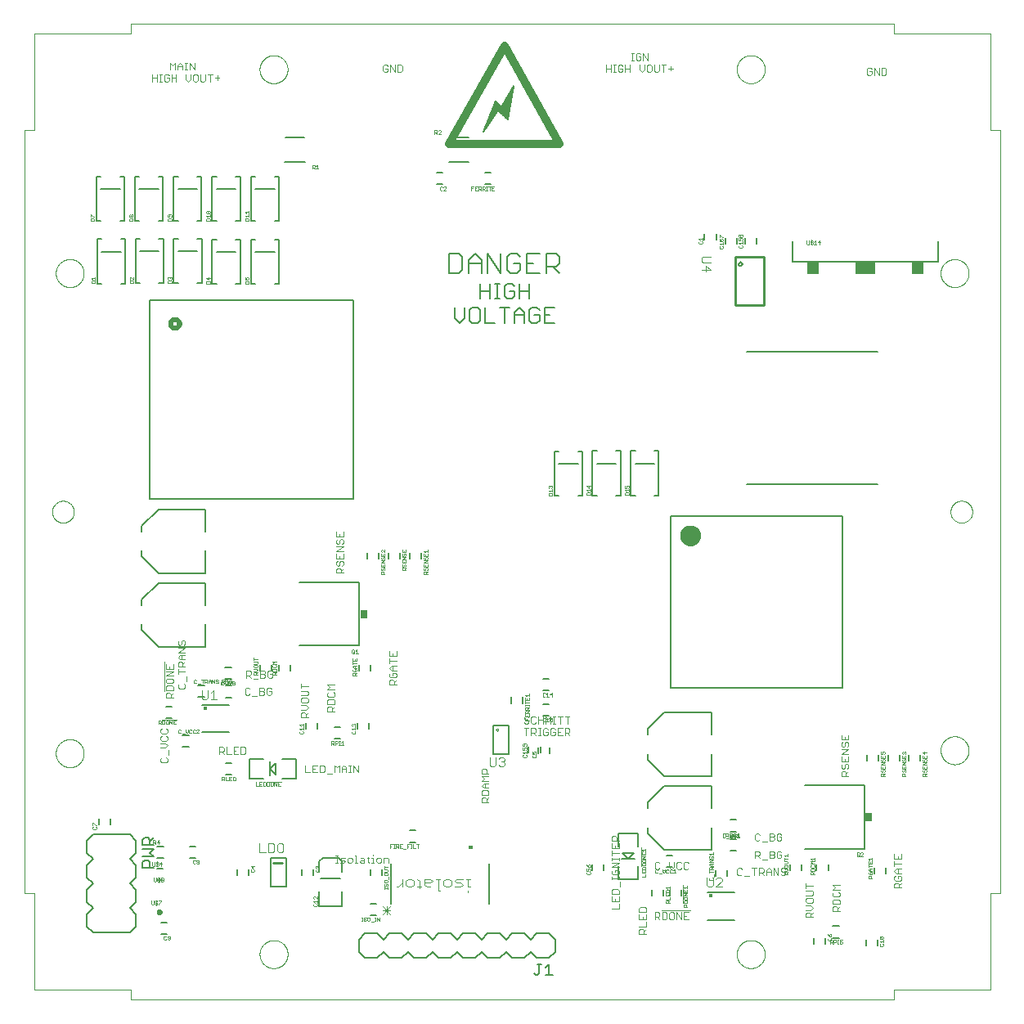
<source format=gto>
G75*
%MOIN*%
%OFA0B0*%
%FSLAX25Y25*%
%IPPOS*%
%LPD*%
%AMOC8*
5,1,8,0,0,1.08239X$1,22.5*
%
%ADD10C,0.00000*%
%ADD11C,0.00300*%
%ADD12C,0.00700*%
%ADD13C,0.00500*%
%ADD14C,0.00600*%
%ADD15C,0.00100*%
%ADD16C,0.00800*%
%ADD17R,0.03000X0.03400*%
%ADD18C,0.01575*%
%ADD19C,0.02000*%
%ADD20C,0.05000*%
%ADD21C,0.00400*%
%ADD22C,0.01000*%
%ADD23R,0.07874X0.05118*%
%ADD24R,0.05118X0.05118*%
%ADD25C,0.03200*%
%ADD26C,0.00900*%
D10*
X0021485Y0009674D02*
X0060855Y0009674D01*
X0060855Y0005737D01*
X0371879Y0005737D01*
X0371879Y0009674D01*
X0411249Y0009674D01*
X0411249Y0049044D01*
X0415186Y0049044D01*
X0415186Y0360068D01*
X0411249Y0360068D01*
X0411249Y0399438D01*
X0371879Y0399438D01*
X0371879Y0403375D01*
X0060855Y0403375D01*
X0060855Y0399438D01*
X0021485Y0399438D01*
X0021485Y0360068D01*
X0017548Y0360068D01*
X0017548Y0049044D01*
X0021485Y0049044D01*
X0021485Y0009674D01*
X0030343Y0106131D02*
X0030345Y0106282D01*
X0030351Y0106432D01*
X0030361Y0106583D01*
X0030375Y0106733D01*
X0030393Y0106882D01*
X0030414Y0107032D01*
X0030440Y0107180D01*
X0030470Y0107328D01*
X0030503Y0107475D01*
X0030541Y0107621D01*
X0030582Y0107766D01*
X0030627Y0107910D01*
X0030676Y0108052D01*
X0030729Y0108193D01*
X0030785Y0108333D01*
X0030845Y0108471D01*
X0030908Y0108608D01*
X0030976Y0108743D01*
X0031046Y0108876D01*
X0031120Y0109007D01*
X0031198Y0109136D01*
X0031279Y0109263D01*
X0031363Y0109388D01*
X0031451Y0109511D01*
X0031542Y0109631D01*
X0031636Y0109749D01*
X0031733Y0109864D01*
X0031833Y0109977D01*
X0031936Y0110087D01*
X0032042Y0110194D01*
X0032151Y0110299D01*
X0032262Y0110400D01*
X0032376Y0110499D01*
X0032492Y0110594D01*
X0032612Y0110687D01*
X0032733Y0110776D01*
X0032857Y0110862D01*
X0032983Y0110945D01*
X0033111Y0111024D01*
X0033241Y0111100D01*
X0033373Y0111173D01*
X0033507Y0111241D01*
X0033643Y0111307D01*
X0033781Y0111369D01*
X0033920Y0111427D01*
X0034060Y0111481D01*
X0034202Y0111532D01*
X0034345Y0111579D01*
X0034490Y0111622D01*
X0034635Y0111661D01*
X0034782Y0111697D01*
X0034929Y0111728D01*
X0035077Y0111756D01*
X0035226Y0111780D01*
X0035375Y0111800D01*
X0035525Y0111816D01*
X0035675Y0111828D01*
X0035826Y0111836D01*
X0035977Y0111840D01*
X0036127Y0111840D01*
X0036278Y0111836D01*
X0036429Y0111828D01*
X0036579Y0111816D01*
X0036729Y0111800D01*
X0036878Y0111780D01*
X0037027Y0111756D01*
X0037175Y0111728D01*
X0037322Y0111697D01*
X0037469Y0111661D01*
X0037614Y0111622D01*
X0037759Y0111579D01*
X0037902Y0111532D01*
X0038044Y0111481D01*
X0038184Y0111427D01*
X0038323Y0111369D01*
X0038461Y0111307D01*
X0038597Y0111241D01*
X0038731Y0111173D01*
X0038863Y0111100D01*
X0038993Y0111024D01*
X0039121Y0110945D01*
X0039247Y0110862D01*
X0039371Y0110776D01*
X0039492Y0110687D01*
X0039612Y0110594D01*
X0039728Y0110499D01*
X0039842Y0110400D01*
X0039953Y0110299D01*
X0040062Y0110194D01*
X0040168Y0110087D01*
X0040271Y0109977D01*
X0040371Y0109864D01*
X0040468Y0109749D01*
X0040562Y0109631D01*
X0040653Y0109511D01*
X0040741Y0109388D01*
X0040825Y0109263D01*
X0040906Y0109136D01*
X0040984Y0109007D01*
X0041058Y0108876D01*
X0041128Y0108743D01*
X0041196Y0108608D01*
X0041259Y0108471D01*
X0041319Y0108333D01*
X0041375Y0108193D01*
X0041428Y0108052D01*
X0041477Y0107910D01*
X0041522Y0107766D01*
X0041563Y0107621D01*
X0041601Y0107475D01*
X0041634Y0107328D01*
X0041664Y0107180D01*
X0041690Y0107032D01*
X0041711Y0106882D01*
X0041729Y0106733D01*
X0041743Y0106583D01*
X0041753Y0106432D01*
X0041759Y0106282D01*
X0041761Y0106131D01*
X0041759Y0105980D01*
X0041753Y0105830D01*
X0041743Y0105679D01*
X0041729Y0105529D01*
X0041711Y0105380D01*
X0041690Y0105230D01*
X0041664Y0105082D01*
X0041634Y0104934D01*
X0041601Y0104787D01*
X0041563Y0104641D01*
X0041522Y0104496D01*
X0041477Y0104352D01*
X0041428Y0104210D01*
X0041375Y0104069D01*
X0041319Y0103929D01*
X0041259Y0103791D01*
X0041196Y0103654D01*
X0041128Y0103519D01*
X0041058Y0103386D01*
X0040984Y0103255D01*
X0040906Y0103126D01*
X0040825Y0102999D01*
X0040741Y0102874D01*
X0040653Y0102751D01*
X0040562Y0102631D01*
X0040468Y0102513D01*
X0040371Y0102398D01*
X0040271Y0102285D01*
X0040168Y0102175D01*
X0040062Y0102068D01*
X0039953Y0101963D01*
X0039842Y0101862D01*
X0039728Y0101763D01*
X0039612Y0101668D01*
X0039492Y0101575D01*
X0039371Y0101486D01*
X0039247Y0101400D01*
X0039121Y0101317D01*
X0038993Y0101238D01*
X0038863Y0101162D01*
X0038731Y0101089D01*
X0038597Y0101021D01*
X0038461Y0100955D01*
X0038323Y0100893D01*
X0038184Y0100835D01*
X0038044Y0100781D01*
X0037902Y0100730D01*
X0037759Y0100683D01*
X0037614Y0100640D01*
X0037469Y0100601D01*
X0037322Y0100565D01*
X0037175Y0100534D01*
X0037027Y0100506D01*
X0036878Y0100482D01*
X0036729Y0100462D01*
X0036579Y0100446D01*
X0036429Y0100434D01*
X0036278Y0100426D01*
X0036127Y0100422D01*
X0035977Y0100422D01*
X0035826Y0100426D01*
X0035675Y0100434D01*
X0035525Y0100446D01*
X0035375Y0100462D01*
X0035226Y0100482D01*
X0035077Y0100506D01*
X0034929Y0100534D01*
X0034782Y0100565D01*
X0034635Y0100601D01*
X0034490Y0100640D01*
X0034345Y0100683D01*
X0034202Y0100730D01*
X0034060Y0100781D01*
X0033920Y0100835D01*
X0033781Y0100893D01*
X0033643Y0100955D01*
X0033507Y0101021D01*
X0033373Y0101089D01*
X0033241Y0101162D01*
X0033111Y0101238D01*
X0032983Y0101317D01*
X0032857Y0101400D01*
X0032733Y0101486D01*
X0032612Y0101575D01*
X0032492Y0101668D01*
X0032376Y0101763D01*
X0032262Y0101862D01*
X0032151Y0101963D01*
X0032042Y0102068D01*
X0031936Y0102175D01*
X0031833Y0102285D01*
X0031733Y0102398D01*
X0031636Y0102513D01*
X0031542Y0102631D01*
X0031451Y0102751D01*
X0031363Y0102874D01*
X0031279Y0102999D01*
X0031198Y0103126D01*
X0031120Y0103255D01*
X0031046Y0103386D01*
X0030976Y0103519D01*
X0030908Y0103654D01*
X0030845Y0103791D01*
X0030785Y0103929D01*
X0030729Y0104069D01*
X0030676Y0104210D01*
X0030627Y0104352D01*
X0030582Y0104496D01*
X0030541Y0104641D01*
X0030503Y0104787D01*
X0030470Y0104934D01*
X0030440Y0105082D01*
X0030414Y0105230D01*
X0030393Y0105380D01*
X0030375Y0105529D01*
X0030361Y0105679D01*
X0030351Y0105830D01*
X0030345Y0105980D01*
X0030343Y0106131D01*
X0113414Y0024241D02*
X0113416Y0024392D01*
X0113422Y0024542D01*
X0113432Y0024693D01*
X0113446Y0024843D01*
X0113464Y0024992D01*
X0113485Y0025142D01*
X0113511Y0025290D01*
X0113541Y0025438D01*
X0113574Y0025585D01*
X0113612Y0025731D01*
X0113653Y0025876D01*
X0113698Y0026020D01*
X0113747Y0026162D01*
X0113800Y0026303D01*
X0113856Y0026443D01*
X0113916Y0026581D01*
X0113979Y0026718D01*
X0114047Y0026853D01*
X0114117Y0026986D01*
X0114191Y0027117D01*
X0114269Y0027246D01*
X0114350Y0027373D01*
X0114434Y0027498D01*
X0114522Y0027621D01*
X0114613Y0027741D01*
X0114707Y0027859D01*
X0114804Y0027974D01*
X0114904Y0028087D01*
X0115007Y0028197D01*
X0115113Y0028304D01*
X0115222Y0028409D01*
X0115333Y0028510D01*
X0115447Y0028609D01*
X0115563Y0028704D01*
X0115683Y0028797D01*
X0115804Y0028886D01*
X0115928Y0028972D01*
X0116054Y0029055D01*
X0116182Y0029134D01*
X0116312Y0029210D01*
X0116444Y0029283D01*
X0116578Y0029351D01*
X0116714Y0029417D01*
X0116852Y0029479D01*
X0116991Y0029537D01*
X0117131Y0029591D01*
X0117273Y0029642D01*
X0117416Y0029689D01*
X0117561Y0029732D01*
X0117706Y0029771D01*
X0117853Y0029807D01*
X0118000Y0029838D01*
X0118148Y0029866D01*
X0118297Y0029890D01*
X0118446Y0029910D01*
X0118596Y0029926D01*
X0118746Y0029938D01*
X0118897Y0029946D01*
X0119048Y0029950D01*
X0119198Y0029950D01*
X0119349Y0029946D01*
X0119500Y0029938D01*
X0119650Y0029926D01*
X0119800Y0029910D01*
X0119949Y0029890D01*
X0120098Y0029866D01*
X0120246Y0029838D01*
X0120393Y0029807D01*
X0120540Y0029771D01*
X0120685Y0029732D01*
X0120830Y0029689D01*
X0120973Y0029642D01*
X0121115Y0029591D01*
X0121255Y0029537D01*
X0121394Y0029479D01*
X0121532Y0029417D01*
X0121668Y0029351D01*
X0121802Y0029283D01*
X0121934Y0029210D01*
X0122064Y0029134D01*
X0122192Y0029055D01*
X0122318Y0028972D01*
X0122442Y0028886D01*
X0122563Y0028797D01*
X0122683Y0028704D01*
X0122799Y0028609D01*
X0122913Y0028510D01*
X0123024Y0028409D01*
X0123133Y0028304D01*
X0123239Y0028197D01*
X0123342Y0028087D01*
X0123442Y0027974D01*
X0123539Y0027859D01*
X0123633Y0027741D01*
X0123724Y0027621D01*
X0123812Y0027498D01*
X0123896Y0027373D01*
X0123977Y0027246D01*
X0124055Y0027117D01*
X0124129Y0026986D01*
X0124199Y0026853D01*
X0124267Y0026718D01*
X0124330Y0026581D01*
X0124390Y0026443D01*
X0124446Y0026303D01*
X0124499Y0026162D01*
X0124548Y0026020D01*
X0124593Y0025876D01*
X0124634Y0025731D01*
X0124672Y0025585D01*
X0124705Y0025438D01*
X0124735Y0025290D01*
X0124761Y0025142D01*
X0124782Y0024992D01*
X0124800Y0024843D01*
X0124814Y0024693D01*
X0124824Y0024542D01*
X0124830Y0024392D01*
X0124832Y0024241D01*
X0124830Y0024090D01*
X0124824Y0023940D01*
X0124814Y0023789D01*
X0124800Y0023639D01*
X0124782Y0023490D01*
X0124761Y0023340D01*
X0124735Y0023192D01*
X0124705Y0023044D01*
X0124672Y0022897D01*
X0124634Y0022751D01*
X0124593Y0022606D01*
X0124548Y0022462D01*
X0124499Y0022320D01*
X0124446Y0022179D01*
X0124390Y0022039D01*
X0124330Y0021901D01*
X0124267Y0021764D01*
X0124199Y0021629D01*
X0124129Y0021496D01*
X0124055Y0021365D01*
X0123977Y0021236D01*
X0123896Y0021109D01*
X0123812Y0020984D01*
X0123724Y0020861D01*
X0123633Y0020741D01*
X0123539Y0020623D01*
X0123442Y0020508D01*
X0123342Y0020395D01*
X0123239Y0020285D01*
X0123133Y0020178D01*
X0123024Y0020073D01*
X0122913Y0019972D01*
X0122799Y0019873D01*
X0122683Y0019778D01*
X0122563Y0019685D01*
X0122442Y0019596D01*
X0122318Y0019510D01*
X0122192Y0019427D01*
X0122064Y0019348D01*
X0121934Y0019272D01*
X0121802Y0019199D01*
X0121668Y0019131D01*
X0121532Y0019065D01*
X0121394Y0019003D01*
X0121255Y0018945D01*
X0121115Y0018891D01*
X0120973Y0018840D01*
X0120830Y0018793D01*
X0120685Y0018750D01*
X0120540Y0018711D01*
X0120393Y0018675D01*
X0120246Y0018644D01*
X0120098Y0018616D01*
X0119949Y0018592D01*
X0119800Y0018572D01*
X0119650Y0018556D01*
X0119500Y0018544D01*
X0119349Y0018536D01*
X0119198Y0018532D01*
X0119048Y0018532D01*
X0118897Y0018536D01*
X0118746Y0018544D01*
X0118596Y0018556D01*
X0118446Y0018572D01*
X0118297Y0018592D01*
X0118148Y0018616D01*
X0118000Y0018644D01*
X0117853Y0018675D01*
X0117706Y0018711D01*
X0117561Y0018750D01*
X0117416Y0018793D01*
X0117273Y0018840D01*
X0117131Y0018891D01*
X0116991Y0018945D01*
X0116852Y0019003D01*
X0116714Y0019065D01*
X0116578Y0019131D01*
X0116444Y0019199D01*
X0116312Y0019272D01*
X0116182Y0019348D01*
X0116054Y0019427D01*
X0115928Y0019510D01*
X0115804Y0019596D01*
X0115683Y0019685D01*
X0115563Y0019778D01*
X0115447Y0019873D01*
X0115333Y0019972D01*
X0115222Y0020073D01*
X0115113Y0020178D01*
X0115007Y0020285D01*
X0114904Y0020395D01*
X0114804Y0020508D01*
X0114707Y0020623D01*
X0114613Y0020741D01*
X0114522Y0020861D01*
X0114434Y0020984D01*
X0114350Y0021109D01*
X0114269Y0021236D01*
X0114191Y0021365D01*
X0114117Y0021496D01*
X0114047Y0021629D01*
X0113979Y0021764D01*
X0113916Y0021901D01*
X0113856Y0022039D01*
X0113800Y0022179D01*
X0113747Y0022320D01*
X0113698Y0022462D01*
X0113653Y0022606D01*
X0113612Y0022751D01*
X0113574Y0022897D01*
X0113541Y0023044D01*
X0113511Y0023192D01*
X0113485Y0023340D01*
X0113464Y0023490D01*
X0113446Y0023639D01*
X0113432Y0023789D01*
X0113422Y0023940D01*
X0113416Y0024090D01*
X0113414Y0024241D01*
X0028847Y0204556D02*
X0028849Y0204689D01*
X0028855Y0204822D01*
X0028865Y0204955D01*
X0028879Y0205087D01*
X0028897Y0205219D01*
X0028918Y0205350D01*
X0028944Y0205481D01*
X0028974Y0205611D01*
X0029007Y0205740D01*
X0029045Y0205867D01*
X0029086Y0205994D01*
X0029131Y0206119D01*
X0029179Y0206243D01*
X0029232Y0206366D01*
X0029288Y0206486D01*
X0029347Y0206605D01*
X0029410Y0206723D01*
X0029477Y0206838D01*
X0029547Y0206951D01*
X0029620Y0207062D01*
X0029697Y0207171D01*
X0029777Y0207278D01*
X0029860Y0207382D01*
X0029946Y0207483D01*
X0030035Y0207582D01*
X0030127Y0207678D01*
X0030221Y0207772D01*
X0030319Y0207862D01*
X0030419Y0207950D01*
X0030522Y0208034D01*
X0030627Y0208116D01*
X0030735Y0208194D01*
X0030845Y0208269D01*
X0030957Y0208341D01*
X0031072Y0208409D01*
X0031188Y0208474D01*
X0031306Y0208535D01*
X0031426Y0208593D01*
X0031547Y0208647D01*
X0031671Y0208697D01*
X0031795Y0208744D01*
X0031921Y0208787D01*
X0032048Y0208826D01*
X0032177Y0208862D01*
X0032306Y0208893D01*
X0032436Y0208921D01*
X0032567Y0208945D01*
X0032699Y0208965D01*
X0032831Y0208981D01*
X0032964Y0208993D01*
X0033096Y0209001D01*
X0033229Y0209005D01*
X0033363Y0209005D01*
X0033496Y0209001D01*
X0033628Y0208993D01*
X0033761Y0208981D01*
X0033893Y0208965D01*
X0034025Y0208945D01*
X0034156Y0208921D01*
X0034286Y0208893D01*
X0034415Y0208862D01*
X0034544Y0208826D01*
X0034671Y0208787D01*
X0034797Y0208744D01*
X0034921Y0208697D01*
X0035045Y0208647D01*
X0035166Y0208593D01*
X0035286Y0208535D01*
X0035404Y0208474D01*
X0035521Y0208409D01*
X0035635Y0208341D01*
X0035747Y0208269D01*
X0035857Y0208194D01*
X0035965Y0208116D01*
X0036070Y0208034D01*
X0036173Y0207950D01*
X0036273Y0207862D01*
X0036371Y0207772D01*
X0036465Y0207678D01*
X0036557Y0207582D01*
X0036646Y0207483D01*
X0036732Y0207382D01*
X0036815Y0207278D01*
X0036895Y0207171D01*
X0036972Y0207062D01*
X0037045Y0206951D01*
X0037115Y0206838D01*
X0037182Y0206723D01*
X0037245Y0206605D01*
X0037304Y0206486D01*
X0037360Y0206366D01*
X0037413Y0206243D01*
X0037461Y0206119D01*
X0037506Y0205994D01*
X0037547Y0205867D01*
X0037585Y0205740D01*
X0037618Y0205611D01*
X0037648Y0205481D01*
X0037674Y0205350D01*
X0037695Y0205219D01*
X0037713Y0205087D01*
X0037727Y0204955D01*
X0037737Y0204822D01*
X0037743Y0204689D01*
X0037745Y0204556D01*
X0037743Y0204423D01*
X0037737Y0204290D01*
X0037727Y0204157D01*
X0037713Y0204025D01*
X0037695Y0203893D01*
X0037674Y0203762D01*
X0037648Y0203631D01*
X0037618Y0203501D01*
X0037585Y0203372D01*
X0037547Y0203245D01*
X0037506Y0203118D01*
X0037461Y0202993D01*
X0037413Y0202869D01*
X0037360Y0202746D01*
X0037304Y0202626D01*
X0037245Y0202507D01*
X0037182Y0202389D01*
X0037115Y0202274D01*
X0037045Y0202161D01*
X0036972Y0202050D01*
X0036895Y0201941D01*
X0036815Y0201834D01*
X0036732Y0201730D01*
X0036646Y0201629D01*
X0036557Y0201530D01*
X0036465Y0201434D01*
X0036371Y0201340D01*
X0036273Y0201250D01*
X0036173Y0201162D01*
X0036070Y0201078D01*
X0035965Y0200996D01*
X0035857Y0200918D01*
X0035747Y0200843D01*
X0035635Y0200771D01*
X0035520Y0200703D01*
X0035404Y0200638D01*
X0035286Y0200577D01*
X0035166Y0200519D01*
X0035045Y0200465D01*
X0034921Y0200415D01*
X0034797Y0200368D01*
X0034671Y0200325D01*
X0034544Y0200286D01*
X0034415Y0200250D01*
X0034286Y0200219D01*
X0034156Y0200191D01*
X0034025Y0200167D01*
X0033893Y0200147D01*
X0033761Y0200131D01*
X0033628Y0200119D01*
X0033496Y0200111D01*
X0033363Y0200107D01*
X0033229Y0200107D01*
X0033096Y0200111D01*
X0032964Y0200119D01*
X0032831Y0200131D01*
X0032699Y0200147D01*
X0032567Y0200167D01*
X0032436Y0200191D01*
X0032306Y0200219D01*
X0032177Y0200250D01*
X0032048Y0200286D01*
X0031921Y0200325D01*
X0031795Y0200368D01*
X0031671Y0200415D01*
X0031547Y0200465D01*
X0031426Y0200519D01*
X0031306Y0200577D01*
X0031188Y0200638D01*
X0031071Y0200703D01*
X0030957Y0200771D01*
X0030845Y0200843D01*
X0030735Y0200918D01*
X0030627Y0200996D01*
X0030522Y0201078D01*
X0030419Y0201162D01*
X0030319Y0201250D01*
X0030221Y0201340D01*
X0030127Y0201434D01*
X0030035Y0201530D01*
X0029946Y0201629D01*
X0029860Y0201730D01*
X0029777Y0201834D01*
X0029697Y0201941D01*
X0029620Y0202050D01*
X0029547Y0202161D01*
X0029477Y0202274D01*
X0029410Y0202389D01*
X0029347Y0202507D01*
X0029288Y0202626D01*
X0029232Y0202746D01*
X0029179Y0202869D01*
X0029131Y0202993D01*
X0029086Y0203118D01*
X0029045Y0203245D01*
X0029007Y0203372D01*
X0028974Y0203501D01*
X0028944Y0203631D01*
X0028918Y0203762D01*
X0028897Y0203893D01*
X0028879Y0204025D01*
X0028865Y0204157D01*
X0028855Y0204290D01*
X0028849Y0204423D01*
X0028847Y0204556D01*
X0030343Y0301800D02*
X0030345Y0301951D01*
X0030351Y0302101D01*
X0030361Y0302252D01*
X0030375Y0302402D01*
X0030393Y0302551D01*
X0030414Y0302701D01*
X0030440Y0302849D01*
X0030470Y0302997D01*
X0030503Y0303144D01*
X0030541Y0303290D01*
X0030582Y0303435D01*
X0030627Y0303579D01*
X0030676Y0303721D01*
X0030729Y0303862D01*
X0030785Y0304002D01*
X0030845Y0304140D01*
X0030908Y0304277D01*
X0030976Y0304412D01*
X0031046Y0304545D01*
X0031120Y0304676D01*
X0031198Y0304805D01*
X0031279Y0304932D01*
X0031363Y0305057D01*
X0031451Y0305180D01*
X0031542Y0305300D01*
X0031636Y0305418D01*
X0031733Y0305533D01*
X0031833Y0305646D01*
X0031936Y0305756D01*
X0032042Y0305863D01*
X0032151Y0305968D01*
X0032262Y0306069D01*
X0032376Y0306168D01*
X0032492Y0306263D01*
X0032612Y0306356D01*
X0032733Y0306445D01*
X0032857Y0306531D01*
X0032983Y0306614D01*
X0033111Y0306693D01*
X0033241Y0306769D01*
X0033373Y0306842D01*
X0033507Y0306910D01*
X0033643Y0306976D01*
X0033781Y0307038D01*
X0033920Y0307096D01*
X0034060Y0307150D01*
X0034202Y0307201D01*
X0034345Y0307248D01*
X0034490Y0307291D01*
X0034635Y0307330D01*
X0034782Y0307366D01*
X0034929Y0307397D01*
X0035077Y0307425D01*
X0035226Y0307449D01*
X0035375Y0307469D01*
X0035525Y0307485D01*
X0035675Y0307497D01*
X0035826Y0307505D01*
X0035977Y0307509D01*
X0036127Y0307509D01*
X0036278Y0307505D01*
X0036429Y0307497D01*
X0036579Y0307485D01*
X0036729Y0307469D01*
X0036878Y0307449D01*
X0037027Y0307425D01*
X0037175Y0307397D01*
X0037322Y0307366D01*
X0037469Y0307330D01*
X0037614Y0307291D01*
X0037759Y0307248D01*
X0037902Y0307201D01*
X0038044Y0307150D01*
X0038184Y0307096D01*
X0038323Y0307038D01*
X0038461Y0306976D01*
X0038597Y0306910D01*
X0038731Y0306842D01*
X0038863Y0306769D01*
X0038993Y0306693D01*
X0039121Y0306614D01*
X0039247Y0306531D01*
X0039371Y0306445D01*
X0039492Y0306356D01*
X0039612Y0306263D01*
X0039728Y0306168D01*
X0039842Y0306069D01*
X0039953Y0305968D01*
X0040062Y0305863D01*
X0040168Y0305756D01*
X0040271Y0305646D01*
X0040371Y0305533D01*
X0040468Y0305418D01*
X0040562Y0305300D01*
X0040653Y0305180D01*
X0040741Y0305057D01*
X0040825Y0304932D01*
X0040906Y0304805D01*
X0040984Y0304676D01*
X0041058Y0304545D01*
X0041128Y0304412D01*
X0041196Y0304277D01*
X0041259Y0304140D01*
X0041319Y0304002D01*
X0041375Y0303862D01*
X0041428Y0303721D01*
X0041477Y0303579D01*
X0041522Y0303435D01*
X0041563Y0303290D01*
X0041601Y0303144D01*
X0041634Y0302997D01*
X0041664Y0302849D01*
X0041690Y0302701D01*
X0041711Y0302551D01*
X0041729Y0302402D01*
X0041743Y0302252D01*
X0041753Y0302101D01*
X0041759Y0301951D01*
X0041761Y0301800D01*
X0041759Y0301649D01*
X0041753Y0301499D01*
X0041743Y0301348D01*
X0041729Y0301198D01*
X0041711Y0301049D01*
X0041690Y0300899D01*
X0041664Y0300751D01*
X0041634Y0300603D01*
X0041601Y0300456D01*
X0041563Y0300310D01*
X0041522Y0300165D01*
X0041477Y0300021D01*
X0041428Y0299879D01*
X0041375Y0299738D01*
X0041319Y0299598D01*
X0041259Y0299460D01*
X0041196Y0299323D01*
X0041128Y0299188D01*
X0041058Y0299055D01*
X0040984Y0298924D01*
X0040906Y0298795D01*
X0040825Y0298668D01*
X0040741Y0298543D01*
X0040653Y0298420D01*
X0040562Y0298300D01*
X0040468Y0298182D01*
X0040371Y0298067D01*
X0040271Y0297954D01*
X0040168Y0297844D01*
X0040062Y0297737D01*
X0039953Y0297632D01*
X0039842Y0297531D01*
X0039728Y0297432D01*
X0039612Y0297337D01*
X0039492Y0297244D01*
X0039371Y0297155D01*
X0039247Y0297069D01*
X0039121Y0296986D01*
X0038993Y0296907D01*
X0038863Y0296831D01*
X0038731Y0296758D01*
X0038597Y0296690D01*
X0038461Y0296624D01*
X0038323Y0296562D01*
X0038184Y0296504D01*
X0038044Y0296450D01*
X0037902Y0296399D01*
X0037759Y0296352D01*
X0037614Y0296309D01*
X0037469Y0296270D01*
X0037322Y0296234D01*
X0037175Y0296203D01*
X0037027Y0296175D01*
X0036878Y0296151D01*
X0036729Y0296131D01*
X0036579Y0296115D01*
X0036429Y0296103D01*
X0036278Y0296095D01*
X0036127Y0296091D01*
X0035977Y0296091D01*
X0035826Y0296095D01*
X0035675Y0296103D01*
X0035525Y0296115D01*
X0035375Y0296131D01*
X0035226Y0296151D01*
X0035077Y0296175D01*
X0034929Y0296203D01*
X0034782Y0296234D01*
X0034635Y0296270D01*
X0034490Y0296309D01*
X0034345Y0296352D01*
X0034202Y0296399D01*
X0034060Y0296450D01*
X0033920Y0296504D01*
X0033781Y0296562D01*
X0033643Y0296624D01*
X0033507Y0296690D01*
X0033373Y0296758D01*
X0033241Y0296831D01*
X0033111Y0296907D01*
X0032983Y0296986D01*
X0032857Y0297069D01*
X0032733Y0297155D01*
X0032612Y0297244D01*
X0032492Y0297337D01*
X0032376Y0297432D01*
X0032262Y0297531D01*
X0032151Y0297632D01*
X0032042Y0297737D01*
X0031936Y0297844D01*
X0031833Y0297954D01*
X0031733Y0298067D01*
X0031636Y0298182D01*
X0031542Y0298300D01*
X0031451Y0298420D01*
X0031363Y0298543D01*
X0031279Y0298668D01*
X0031198Y0298795D01*
X0031120Y0298924D01*
X0031046Y0299055D01*
X0030976Y0299188D01*
X0030908Y0299323D01*
X0030845Y0299460D01*
X0030785Y0299598D01*
X0030729Y0299738D01*
X0030676Y0299879D01*
X0030627Y0300021D01*
X0030582Y0300165D01*
X0030541Y0300310D01*
X0030503Y0300456D01*
X0030470Y0300603D01*
X0030440Y0300751D01*
X0030414Y0300899D01*
X0030393Y0301049D01*
X0030375Y0301198D01*
X0030361Y0301348D01*
X0030351Y0301499D01*
X0030345Y0301649D01*
X0030343Y0301800D01*
X0113414Y0384871D02*
X0113416Y0385022D01*
X0113422Y0385172D01*
X0113432Y0385323D01*
X0113446Y0385473D01*
X0113464Y0385622D01*
X0113485Y0385772D01*
X0113511Y0385920D01*
X0113541Y0386068D01*
X0113574Y0386215D01*
X0113612Y0386361D01*
X0113653Y0386506D01*
X0113698Y0386650D01*
X0113747Y0386792D01*
X0113800Y0386933D01*
X0113856Y0387073D01*
X0113916Y0387211D01*
X0113979Y0387348D01*
X0114047Y0387483D01*
X0114117Y0387616D01*
X0114191Y0387747D01*
X0114269Y0387876D01*
X0114350Y0388003D01*
X0114434Y0388128D01*
X0114522Y0388251D01*
X0114613Y0388371D01*
X0114707Y0388489D01*
X0114804Y0388604D01*
X0114904Y0388717D01*
X0115007Y0388827D01*
X0115113Y0388934D01*
X0115222Y0389039D01*
X0115333Y0389140D01*
X0115447Y0389239D01*
X0115563Y0389334D01*
X0115683Y0389427D01*
X0115804Y0389516D01*
X0115928Y0389602D01*
X0116054Y0389685D01*
X0116182Y0389764D01*
X0116312Y0389840D01*
X0116444Y0389913D01*
X0116578Y0389981D01*
X0116714Y0390047D01*
X0116852Y0390109D01*
X0116991Y0390167D01*
X0117131Y0390221D01*
X0117273Y0390272D01*
X0117416Y0390319D01*
X0117561Y0390362D01*
X0117706Y0390401D01*
X0117853Y0390437D01*
X0118000Y0390468D01*
X0118148Y0390496D01*
X0118297Y0390520D01*
X0118446Y0390540D01*
X0118596Y0390556D01*
X0118746Y0390568D01*
X0118897Y0390576D01*
X0119048Y0390580D01*
X0119198Y0390580D01*
X0119349Y0390576D01*
X0119500Y0390568D01*
X0119650Y0390556D01*
X0119800Y0390540D01*
X0119949Y0390520D01*
X0120098Y0390496D01*
X0120246Y0390468D01*
X0120393Y0390437D01*
X0120540Y0390401D01*
X0120685Y0390362D01*
X0120830Y0390319D01*
X0120973Y0390272D01*
X0121115Y0390221D01*
X0121255Y0390167D01*
X0121394Y0390109D01*
X0121532Y0390047D01*
X0121668Y0389981D01*
X0121802Y0389913D01*
X0121934Y0389840D01*
X0122064Y0389764D01*
X0122192Y0389685D01*
X0122318Y0389602D01*
X0122442Y0389516D01*
X0122563Y0389427D01*
X0122683Y0389334D01*
X0122799Y0389239D01*
X0122913Y0389140D01*
X0123024Y0389039D01*
X0123133Y0388934D01*
X0123239Y0388827D01*
X0123342Y0388717D01*
X0123442Y0388604D01*
X0123539Y0388489D01*
X0123633Y0388371D01*
X0123724Y0388251D01*
X0123812Y0388128D01*
X0123896Y0388003D01*
X0123977Y0387876D01*
X0124055Y0387747D01*
X0124129Y0387616D01*
X0124199Y0387483D01*
X0124267Y0387348D01*
X0124330Y0387211D01*
X0124390Y0387073D01*
X0124446Y0386933D01*
X0124499Y0386792D01*
X0124548Y0386650D01*
X0124593Y0386506D01*
X0124634Y0386361D01*
X0124672Y0386215D01*
X0124705Y0386068D01*
X0124735Y0385920D01*
X0124761Y0385772D01*
X0124782Y0385622D01*
X0124800Y0385473D01*
X0124814Y0385323D01*
X0124824Y0385172D01*
X0124830Y0385022D01*
X0124832Y0384871D01*
X0124830Y0384720D01*
X0124824Y0384570D01*
X0124814Y0384419D01*
X0124800Y0384269D01*
X0124782Y0384120D01*
X0124761Y0383970D01*
X0124735Y0383822D01*
X0124705Y0383674D01*
X0124672Y0383527D01*
X0124634Y0383381D01*
X0124593Y0383236D01*
X0124548Y0383092D01*
X0124499Y0382950D01*
X0124446Y0382809D01*
X0124390Y0382669D01*
X0124330Y0382531D01*
X0124267Y0382394D01*
X0124199Y0382259D01*
X0124129Y0382126D01*
X0124055Y0381995D01*
X0123977Y0381866D01*
X0123896Y0381739D01*
X0123812Y0381614D01*
X0123724Y0381491D01*
X0123633Y0381371D01*
X0123539Y0381253D01*
X0123442Y0381138D01*
X0123342Y0381025D01*
X0123239Y0380915D01*
X0123133Y0380808D01*
X0123024Y0380703D01*
X0122913Y0380602D01*
X0122799Y0380503D01*
X0122683Y0380408D01*
X0122563Y0380315D01*
X0122442Y0380226D01*
X0122318Y0380140D01*
X0122192Y0380057D01*
X0122064Y0379978D01*
X0121934Y0379902D01*
X0121802Y0379829D01*
X0121668Y0379761D01*
X0121532Y0379695D01*
X0121394Y0379633D01*
X0121255Y0379575D01*
X0121115Y0379521D01*
X0120973Y0379470D01*
X0120830Y0379423D01*
X0120685Y0379380D01*
X0120540Y0379341D01*
X0120393Y0379305D01*
X0120246Y0379274D01*
X0120098Y0379246D01*
X0119949Y0379222D01*
X0119800Y0379202D01*
X0119650Y0379186D01*
X0119500Y0379174D01*
X0119349Y0379166D01*
X0119198Y0379162D01*
X0119048Y0379162D01*
X0118897Y0379166D01*
X0118746Y0379174D01*
X0118596Y0379186D01*
X0118446Y0379202D01*
X0118297Y0379222D01*
X0118148Y0379246D01*
X0118000Y0379274D01*
X0117853Y0379305D01*
X0117706Y0379341D01*
X0117561Y0379380D01*
X0117416Y0379423D01*
X0117273Y0379470D01*
X0117131Y0379521D01*
X0116991Y0379575D01*
X0116852Y0379633D01*
X0116714Y0379695D01*
X0116578Y0379761D01*
X0116444Y0379829D01*
X0116312Y0379902D01*
X0116182Y0379978D01*
X0116054Y0380057D01*
X0115928Y0380140D01*
X0115804Y0380226D01*
X0115683Y0380315D01*
X0115563Y0380408D01*
X0115447Y0380503D01*
X0115333Y0380602D01*
X0115222Y0380703D01*
X0115113Y0380808D01*
X0115007Y0380915D01*
X0114904Y0381025D01*
X0114804Y0381138D01*
X0114707Y0381253D01*
X0114613Y0381371D01*
X0114522Y0381491D01*
X0114434Y0381614D01*
X0114350Y0381739D01*
X0114269Y0381866D01*
X0114191Y0381995D01*
X0114117Y0382126D01*
X0114047Y0382259D01*
X0113979Y0382394D01*
X0113916Y0382531D01*
X0113856Y0382669D01*
X0113800Y0382809D01*
X0113747Y0382950D01*
X0113698Y0383092D01*
X0113653Y0383236D01*
X0113612Y0383381D01*
X0113574Y0383527D01*
X0113541Y0383674D01*
X0113511Y0383822D01*
X0113485Y0383970D01*
X0113464Y0384120D01*
X0113446Y0384269D01*
X0113432Y0384419D01*
X0113422Y0384570D01*
X0113416Y0384720D01*
X0113414Y0384871D01*
X0307902Y0384871D02*
X0307904Y0385022D01*
X0307910Y0385172D01*
X0307920Y0385323D01*
X0307934Y0385473D01*
X0307952Y0385622D01*
X0307973Y0385772D01*
X0307999Y0385920D01*
X0308029Y0386068D01*
X0308062Y0386215D01*
X0308100Y0386361D01*
X0308141Y0386506D01*
X0308186Y0386650D01*
X0308235Y0386792D01*
X0308288Y0386933D01*
X0308344Y0387073D01*
X0308404Y0387211D01*
X0308467Y0387348D01*
X0308535Y0387483D01*
X0308605Y0387616D01*
X0308679Y0387747D01*
X0308757Y0387876D01*
X0308838Y0388003D01*
X0308922Y0388128D01*
X0309010Y0388251D01*
X0309101Y0388371D01*
X0309195Y0388489D01*
X0309292Y0388604D01*
X0309392Y0388717D01*
X0309495Y0388827D01*
X0309601Y0388934D01*
X0309710Y0389039D01*
X0309821Y0389140D01*
X0309935Y0389239D01*
X0310051Y0389334D01*
X0310171Y0389427D01*
X0310292Y0389516D01*
X0310416Y0389602D01*
X0310542Y0389685D01*
X0310670Y0389764D01*
X0310800Y0389840D01*
X0310932Y0389913D01*
X0311066Y0389981D01*
X0311202Y0390047D01*
X0311340Y0390109D01*
X0311479Y0390167D01*
X0311619Y0390221D01*
X0311761Y0390272D01*
X0311904Y0390319D01*
X0312049Y0390362D01*
X0312194Y0390401D01*
X0312341Y0390437D01*
X0312488Y0390468D01*
X0312636Y0390496D01*
X0312785Y0390520D01*
X0312934Y0390540D01*
X0313084Y0390556D01*
X0313234Y0390568D01*
X0313385Y0390576D01*
X0313536Y0390580D01*
X0313686Y0390580D01*
X0313837Y0390576D01*
X0313988Y0390568D01*
X0314138Y0390556D01*
X0314288Y0390540D01*
X0314437Y0390520D01*
X0314586Y0390496D01*
X0314734Y0390468D01*
X0314881Y0390437D01*
X0315028Y0390401D01*
X0315173Y0390362D01*
X0315318Y0390319D01*
X0315461Y0390272D01*
X0315603Y0390221D01*
X0315743Y0390167D01*
X0315882Y0390109D01*
X0316020Y0390047D01*
X0316156Y0389981D01*
X0316290Y0389913D01*
X0316422Y0389840D01*
X0316552Y0389764D01*
X0316680Y0389685D01*
X0316806Y0389602D01*
X0316930Y0389516D01*
X0317051Y0389427D01*
X0317171Y0389334D01*
X0317287Y0389239D01*
X0317401Y0389140D01*
X0317512Y0389039D01*
X0317621Y0388934D01*
X0317727Y0388827D01*
X0317830Y0388717D01*
X0317930Y0388604D01*
X0318027Y0388489D01*
X0318121Y0388371D01*
X0318212Y0388251D01*
X0318300Y0388128D01*
X0318384Y0388003D01*
X0318465Y0387876D01*
X0318543Y0387747D01*
X0318617Y0387616D01*
X0318687Y0387483D01*
X0318755Y0387348D01*
X0318818Y0387211D01*
X0318878Y0387073D01*
X0318934Y0386933D01*
X0318987Y0386792D01*
X0319036Y0386650D01*
X0319081Y0386506D01*
X0319122Y0386361D01*
X0319160Y0386215D01*
X0319193Y0386068D01*
X0319223Y0385920D01*
X0319249Y0385772D01*
X0319270Y0385622D01*
X0319288Y0385473D01*
X0319302Y0385323D01*
X0319312Y0385172D01*
X0319318Y0385022D01*
X0319320Y0384871D01*
X0319318Y0384720D01*
X0319312Y0384570D01*
X0319302Y0384419D01*
X0319288Y0384269D01*
X0319270Y0384120D01*
X0319249Y0383970D01*
X0319223Y0383822D01*
X0319193Y0383674D01*
X0319160Y0383527D01*
X0319122Y0383381D01*
X0319081Y0383236D01*
X0319036Y0383092D01*
X0318987Y0382950D01*
X0318934Y0382809D01*
X0318878Y0382669D01*
X0318818Y0382531D01*
X0318755Y0382394D01*
X0318687Y0382259D01*
X0318617Y0382126D01*
X0318543Y0381995D01*
X0318465Y0381866D01*
X0318384Y0381739D01*
X0318300Y0381614D01*
X0318212Y0381491D01*
X0318121Y0381371D01*
X0318027Y0381253D01*
X0317930Y0381138D01*
X0317830Y0381025D01*
X0317727Y0380915D01*
X0317621Y0380808D01*
X0317512Y0380703D01*
X0317401Y0380602D01*
X0317287Y0380503D01*
X0317171Y0380408D01*
X0317051Y0380315D01*
X0316930Y0380226D01*
X0316806Y0380140D01*
X0316680Y0380057D01*
X0316552Y0379978D01*
X0316422Y0379902D01*
X0316290Y0379829D01*
X0316156Y0379761D01*
X0316020Y0379695D01*
X0315882Y0379633D01*
X0315743Y0379575D01*
X0315603Y0379521D01*
X0315461Y0379470D01*
X0315318Y0379423D01*
X0315173Y0379380D01*
X0315028Y0379341D01*
X0314881Y0379305D01*
X0314734Y0379274D01*
X0314586Y0379246D01*
X0314437Y0379222D01*
X0314288Y0379202D01*
X0314138Y0379186D01*
X0313988Y0379174D01*
X0313837Y0379166D01*
X0313686Y0379162D01*
X0313536Y0379162D01*
X0313385Y0379166D01*
X0313234Y0379174D01*
X0313084Y0379186D01*
X0312934Y0379202D01*
X0312785Y0379222D01*
X0312636Y0379246D01*
X0312488Y0379274D01*
X0312341Y0379305D01*
X0312194Y0379341D01*
X0312049Y0379380D01*
X0311904Y0379423D01*
X0311761Y0379470D01*
X0311619Y0379521D01*
X0311479Y0379575D01*
X0311340Y0379633D01*
X0311202Y0379695D01*
X0311066Y0379761D01*
X0310932Y0379829D01*
X0310800Y0379902D01*
X0310670Y0379978D01*
X0310542Y0380057D01*
X0310416Y0380140D01*
X0310292Y0380226D01*
X0310171Y0380315D01*
X0310051Y0380408D01*
X0309935Y0380503D01*
X0309821Y0380602D01*
X0309710Y0380703D01*
X0309601Y0380808D01*
X0309495Y0380915D01*
X0309392Y0381025D01*
X0309292Y0381138D01*
X0309195Y0381253D01*
X0309101Y0381371D01*
X0309010Y0381491D01*
X0308922Y0381614D01*
X0308838Y0381739D01*
X0308757Y0381866D01*
X0308679Y0381995D01*
X0308605Y0382126D01*
X0308535Y0382259D01*
X0308467Y0382394D01*
X0308404Y0382531D01*
X0308344Y0382669D01*
X0308288Y0382809D01*
X0308235Y0382950D01*
X0308186Y0383092D01*
X0308141Y0383236D01*
X0308100Y0383381D01*
X0308062Y0383527D01*
X0308029Y0383674D01*
X0307999Y0383822D01*
X0307973Y0383970D01*
X0307952Y0384120D01*
X0307934Y0384269D01*
X0307920Y0384419D01*
X0307910Y0384570D01*
X0307904Y0384720D01*
X0307902Y0384871D01*
X0390973Y0301800D02*
X0390975Y0301951D01*
X0390981Y0302101D01*
X0390991Y0302252D01*
X0391005Y0302402D01*
X0391023Y0302551D01*
X0391044Y0302701D01*
X0391070Y0302849D01*
X0391100Y0302997D01*
X0391133Y0303144D01*
X0391171Y0303290D01*
X0391212Y0303435D01*
X0391257Y0303579D01*
X0391306Y0303721D01*
X0391359Y0303862D01*
X0391415Y0304002D01*
X0391475Y0304140D01*
X0391538Y0304277D01*
X0391606Y0304412D01*
X0391676Y0304545D01*
X0391750Y0304676D01*
X0391828Y0304805D01*
X0391909Y0304932D01*
X0391993Y0305057D01*
X0392081Y0305180D01*
X0392172Y0305300D01*
X0392266Y0305418D01*
X0392363Y0305533D01*
X0392463Y0305646D01*
X0392566Y0305756D01*
X0392672Y0305863D01*
X0392781Y0305968D01*
X0392892Y0306069D01*
X0393006Y0306168D01*
X0393122Y0306263D01*
X0393242Y0306356D01*
X0393363Y0306445D01*
X0393487Y0306531D01*
X0393613Y0306614D01*
X0393741Y0306693D01*
X0393871Y0306769D01*
X0394003Y0306842D01*
X0394137Y0306910D01*
X0394273Y0306976D01*
X0394411Y0307038D01*
X0394550Y0307096D01*
X0394690Y0307150D01*
X0394832Y0307201D01*
X0394975Y0307248D01*
X0395120Y0307291D01*
X0395265Y0307330D01*
X0395412Y0307366D01*
X0395559Y0307397D01*
X0395707Y0307425D01*
X0395856Y0307449D01*
X0396005Y0307469D01*
X0396155Y0307485D01*
X0396305Y0307497D01*
X0396456Y0307505D01*
X0396607Y0307509D01*
X0396757Y0307509D01*
X0396908Y0307505D01*
X0397059Y0307497D01*
X0397209Y0307485D01*
X0397359Y0307469D01*
X0397508Y0307449D01*
X0397657Y0307425D01*
X0397805Y0307397D01*
X0397952Y0307366D01*
X0398099Y0307330D01*
X0398244Y0307291D01*
X0398389Y0307248D01*
X0398532Y0307201D01*
X0398674Y0307150D01*
X0398814Y0307096D01*
X0398953Y0307038D01*
X0399091Y0306976D01*
X0399227Y0306910D01*
X0399361Y0306842D01*
X0399493Y0306769D01*
X0399623Y0306693D01*
X0399751Y0306614D01*
X0399877Y0306531D01*
X0400001Y0306445D01*
X0400122Y0306356D01*
X0400242Y0306263D01*
X0400358Y0306168D01*
X0400472Y0306069D01*
X0400583Y0305968D01*
X0400692Y0305863D01*
X0400798Y0305756D01*
X0400901Y0305646D01*
X0401001Y0305533D01*
X0401098Y0305418D01*
X0401192Y0305300D01*
X0401283Y0305180D01*
X0401371Y0305057D01*
X0401455Y0304932D01*
X0401536Y0304805D01*
X0401614Y0304676D01*
X0401688Y0304545D01*
X0401758Y0304412D01*
X0401826Y0304277D01*
X0401889Y0304140D01*
X0401949Y0304002D01*
X0402005Y0303862D01*
X0402058Y0303721D01*
X0402107Y0303579D01*
X0402152Y0303435D01*
X0402193Y0303290D01*
X0402231Y0303144D01*
X0402264Y0302997D01*
X0402294Y0302849D01*
X0402320Y0302701D01*
X0402341Y0302551D01*
X0402359Y0302402D01*
X0402373Y0302252D01*
X0402383Y0302101D01*
X0402389Y0301951D01*
X0402391Y0301800D01*
X0402389Y0301649D01*
X0402383Y0301499D01*
X0402373Y0301348D01*
X0402359Y0301198D01*
X0402341Y0301049D01*
X0402320Y0300899D01*
X0402294Y0300751D01*
X0402264Y0300603D01*
X0402231Y0300456D01*
X0402193Y0300310D01*
X0402152Y0300165D01*
X0402107Y0300021D01*
X0402058Y0299879D01*
X0402005Y0299738D01*
X0401949Y0299598D01*
X0401889Y0299460D01*
X0401826Y0299323D01*
X0401758Y0299188D01*
X0401688Y0299055D01*
X0401614Y0298924D01*
X0401536Y0298795D01*
X0401455Y0298668D01*
X0401371Y0298543D01*
X0401283Y0298420D01*
X0401192Y0298300D01*
X0401098Y0298182D01*
X0401001Y0298067D01*
X0400901Y0297954D01*
X0400798Y0297844D01*
X0400692Y0297737D01*
X0400583Y0297632D01*
X0400472Y0297531D01*
X0400358Y0297432D01*
X0400242Y0297337D01*
X0400122Y0297244D01*
X0400001Y0297155D01*
X0399877Y0297069D01*
X0399751Y0296986D01*
X0399623Y0296907D01*
X0399493Y0296831D01*
X0399361Y0296758D01*
X0399227Y0296690D01*
X0399091Y0296624D01*
X0398953Y0296562D01*
X0398814Y0296504D01*
X0398674Y0296450D01*
X0398532Y0296399D01*
X0398389Y0296352D01*
X0398244Y0296309D01*
X0398099Y0296270D01*
X0397952Y0296234D01*
X0397805Y0296203D01*
X0397657Y0296175D01*
X0397508Y0296151D01*
X0397359Y0296131D01*
X0397209Y0296115D01*
X0397059Y0296103D01*
X0396908Y0296095D01*
X0396757Y0296091D01*
X0396607Y0296091D01*
X0396456Y0296095D01*
X0396305Y0296103D01*
X0396155Y0296115D01*
X0396005Y0296131D01*
X0395856Y0296151D01*
X0395707Y0296175D01*
X0395559Y0296203D01*
X0395412Y0296234D01*
X0395265Y0296270D01*
X0395120Y0296309D01*
X0394975Y0296352D01*
X0394832Y0296399D01*
X0394690Y0296450D01*
X0394550Y0296504D01*
X0394411Y0296562D01*
X0394273Y0296624D01*
X0394137Y0296690D01*
X0394003Y0296758D01*
X0393871Y0296831D01*
X0393741Y0296907D01*
X0393613Y0296986D01*
X0393487Y0297069D01*
X0393363Y0297155D01*
X0393242Y0297244D01*
X0393122Y0297337D01*
X0393006Y0297432D01*
X0392892Y0297531D01*
X0392781Y0297632D01*
X0392672Y0297737D01*
X0392566Y0297844D01*
X0392463Y0297954D01*
X0392363Y0298067D01*
X0392266Y0298182D01*
X0392172Y0298300D01*
X0392081Y0298420D01*
X0391993Y0298543D01*
X0391909Y0298668D01*
X0391828Y0298795D01*
X0391750Y0298924D01*
X0391676Y0299055D01*
X0391606Y0299188D01*
X0391538Y0299323D01*
X0391475Y0299460D01*
X0391415Y0299598D01*
X0391359Y0299738D01*
X0391306Y0299879D01*
X0391257Y0300021D01*
X0391212Y0300165D01*
X0391171Y0300310D01*
X0391133Y0300456D01*
X0391100Y0300603D01*
X0391070Y0300751D01*
X0391044Y0300899D01*
X0391023Y0301049D01*
X0391005Y0301198D01*
X0390991Y0301348D01*
X0390981Y0301499D01*
X0390975Y0301649D01*
X0390973Y0301800D01*
X0394989Y0204556D02*
X0394991Y0204689D01*
X0394997Y0204822D01*
X0395007Y0204955D01*
X0395021Y0205087D01*
X0395039Y0205219D01*
X0395060Y0205350D01*
X0395086Y0205481D01*
X0395116Y0205611D01*
X0395149Y0205740D01*
X0395187Y0205867D01*
X0395228Y0205994D01*
X0395273Y0206119D01*
X0395321Y0206243D01*
X0395374Y0206366D01*
X0395430Y0206486D01*
X0395489Y0206605D01*
X0395552Y0206723D01*
X0395619Y0206838D01*
X0395689Y0206951D01*
X0395762Y0207062D01*
X0395839Y0207171D01*
X0395919Y0207278D01*
X0396002Y0207382D01*
X0396088Y0207483D01*
X0396177Y0207582D01*
X0396269Y0207678D01*
X0396363Y0207772D01*
X0396461Y0207862D01*
X0396561Y0207950D01*
X0396664Y0208034D01*
X0396769Y0208116D01*
X0396877Y0208194D01*
X0396987Y0208269D01*
X0397099Y0208341D01*
X0397214Y0208409D01*
X0397330Y0208474D01*
X0397448Y0208535D01*
X0397568Y0208593D01*
X0397689Y0208647D01*
X0397813Y0208697D01*
X0397937Y0208744D01*
X0398063Y0208787D01*
X0398190Y0208826D01*
X0398319Y0208862D01*
X0398448Y0208893D01*
X0398578Y0208921D01*
X0398709Y0208945D01*
X0398841Y0208965D01*
X0398973Y0208981D01*
X0399106Y0208993D01*
X0399238Y0209001D01*
X0399371Y0209005D01*
X0399505Y0209005D01*
X0399638Y0209001D01*
X0399770Y0208993D01*
X0399903Y0208981D01*
X0400035Y0208965D01*
X0400167Y0208945D01*
X0400298Y0208921D01*
X0400428Y0208893D01*
X0400557Y0208862D01*
X0400686Y0208826D01*
X0400813Y0208787D01*
X0400939Y0208744D01*
X0401063Y0208697D01*
X0401187Y0208647D01*
X0401308Y0208593D01*
X0401428Y0208535D01*
X0401546Y0208474D01*
X0401663Y0208409D01*
X0401777Y0208341D01*
X0401889Y0208269D01*
X0401999Y0208194D01*
X0402107Y0208116D01*
X0402212Y0208034D01*
X0402315Y0207950D01*
X0402415Y0207862D01*
X0402513Y0207772D01*
X0402607Y0207678D01*
X0402699Y0207582D01*
X0402788Y0207483D01*
X0402874Y0207382D01*
X0402957Y0207278D01*
X0403037Y0207171D01*
X0403114Y0207062D01*
X0403187Y0206951D01*
X0403257Y0206838D01*
X0403324Y0206723D01*
X0403387Y0206605D01*
X0403446Y0206486D01*
X0403502Y0206366D01*
X0403555Y0206243D01*
X0403603Y0206119D01*
X0403648Y0205994D01*
X0403689Y0205867D01*
X0403727Y0205740D01*
X0403760Y0205611D01*
X0403790Y0205481D01*
X0403816Y0205350D01*
X0403837Y0205219D01*
X0403855Y0205087D01*
X0403869Y0204955D01*
X0403879Y0204822D01*
X0403885Y0204689D01*
X0403887Y0204556D01*
X0403885Y0204423D01*
X0403879Y0204290D01*
X0403869Y0204157D01*
X0403855Y0204025D01*
X0403837Y0203893D01*
X0403816Y0203762D01*
X0403790Y0203631D01*
X0403760Y0203501D01*
X0403727Y0203372D01*
X0403689Y0203245D01*
X0403648Y0203118D01*
X0403603Y0202993D01*
X0403555Y0202869D01*
X0403502Y0202746D01*
X0403446Y0202626D01*
X0403387Y0202507D01*
X0403324Y0202389D01*
X0403257Y0202274D01*
X0403187Y0202161D01*
X0403114Y0202050D01*
X0403037Y0201941D01*
X0402957Y0201834D01*
X0402874Y0201730D01*
X0402788Y0201629D01*
X0402699Y0201530D01*
X0402607Y0201434D01*
X0402513Y0201340D01*
X0402415Y0201250D01*
X0402315Y0201162D01*
X0402212Y0201078D01*
X0402107Y0200996D01*
X0401999Y0200918D01*
X0401889Y0200843D01*
X0401777Y0200771D01*
X0401662Y0200703D01*
X0401546Y0200638D01*
X0401428Y0200577D01*
X0401308Y0200519D01*
X0401187Y0200465D01*
X0401063Y0200415D01*
X0400939Y0200368D01*
X0400813Y0200325D01*
X0400686Y0200286D01*
X0400557Y0200250D01*
X0400428Y0200219D01*
X0400298Y0200191D01*
X0400167Y0200167D01*
X0400035Y0200147D01*
X0399903Y0200131D01*
X0399770Y0200119D01*
X0399638Y0200111D01*
X0399505Y0200107D01*
X0399371Y0200107D01*
X0399238Y0200111D01*
X0399106Y0200119D01*
X0398973Y0200131D01*
X0398841Y0200147D01*
X0398709Y0200167D01*
X0398578Y0200191D01*
X0398448Y0200219D01*
X0398319Y0200250D01*
X0398190Y0200286D01*
X0398063Y0200325D01*
X0397937Y0200368D01*
X0397813Y0200415D01*
X0397689Y0200465D01*
X0397568Y0200519D01*
X0397448Y0200577D01*
X0397330Y0200638D01*
X0397213Y0200703D01*
X0397099Y0200771D01*
X0396987Y0200843D01*
X0396877Y0200918D01*
X0396769Y0200996D01*
X0396664Y0201078D01*
X0396561Y0201162D01*
X0396461Y0201250D01*
X0396363Y0201340D01*
X0396269Y0201434D01*
X0396177Y0201530D01*
X0396088Y0201629D01*
X0396002Y0201730D01*
X0395919Y0201834D01*
X0395839Y0201941D01*
X0395762Y0202050D01*
X0395689Y0202161D01*
X0395619Y0202274D01*
X0395552Y0202389D01*
X0395489Y0202507D01*
X0395430Y0202626D01*
X0395374Y0202746D01*
X0395321Y0202869D01*
X0395273Y0202993D01*
X0395228Y0203118D01*
X0395187Y0203245D01*
X0395149Y0203372D01*
X0395116Y0203501D01*
X0395086Y0203631D01*
X0395060Y0203762D01*
X0395039Y0203893D01*
X0395021Y0204025D01*
X0395007Y0204157D01*
X0394997Y0204290D01*
X0394991Y0204423D01*
X0394989Y0204556D01*
X0390973Y0107312D02*
X0390975Y0107463D01*
X0390981Y0107613D01*
X0390991Y0107764D01*
X0391005Y0107914D01*
X0391023Y0108063D01*
X0391044Y0108213D01*
X0391070Y0108361D01*
X0391100Y0108509D01*
X0391133Y0108656D01*
X0391171Y0108802D01*
X0391212Y0108947D01*
X0391257Y0109091D01*
X0391306Y0109233D01*
X0391359Y0109374D01*
X0391415Y0109514D01*
X0391475Y0109652D01*
X0391538Y0109789D01*
X0391606Y0109924D01*
X0391676Y0110057D01*
X0391750Y0110188D01*
X0391828Y0110317D01*
X0391909Y0110444D01*
X0391993Y0110569D01*
X0392081Y0110692D01*
X0392172Y0110812D01*
X0392266Y0110930D01*
X0392363Y0111045D01*
X0392463Y0111158D01*
X0392566Y0111268D01*
X0392672Y0111375D01*
X0392781Y0111480D01*
X0392892Y0111581D01*
X0393006Y0111680D01*
X0393122Y0111775D01*
X0393242Y0111868D01*
X0393363Y0111957D01*
X0393487Y0112043D01*
X0393613Y0112126D01*
X0393741Y0112205D01*
X0393871Y0112281D01*
X0394003Y0112354D01*
X0394137Y0112422D01*
X0394273Y0112488D01*
X0394411Y0112550D01*
X0394550Y0112608D01*
X0394690Y0112662D01*
X0394832Y0112713D01*
X0394975Y0112760D01*
X0395120Y0112803D01*
X0395265Y0112842D01*
X0395412Y0112878D01*
X0395559Y0112909D01*
X0395707Y0112937D01*
X0395856Y0112961D01*
X0396005Y0112981D01*
X0396155Y0112997D01*
X0396305Y0113009D01*
X0396456Y0113017D01*
X0396607Y0113021D01*
X0396757Y0113021D01*
X0396908Y0113017D01*
X0397059Y0113009D01*
X0397209Y0112997D01*
X0397359Y0112981D01*
X0397508Y0112961D01*
X0397657Y0112937D01*
X0397805Y0112909D01*
X0397952Y0112878D01*
X0398099Y0112842D01*
X0398244Y0112803D01*
X0398389Y0112760D01*
X0398532Y0112713D01*
X0398674Y0112662D01*
X0398814Y0112608D01*
X0398953Y0112550D01*
X0399091Y0112488D01*
X0399227Y0112422D01*
X0399361Y0112354D01*
X0399493Y0112281D01*
X0399623Y0112205D01*
X0399751Y0112126D01*
X0399877Y0112043D01*
X0400001Y0111957D01*
X0400122Y0111868D01*
X0400242Y0111775D01*
X0400358Y0111680D01*
X0400472Y0111581D01*
X0400583Y0111480D01*
X0400692Y0111375D01*
X0400798Y0111268D01*
X0400901Y0111158D01*
X0401001Y0111045D01*
X0401098Y0110930D01*
X0401192Y0110812D01*
X0401283Y0110692D01*
X0401371Y0110569D01*
X0401455Y0110444D01*
X0401536Y0110317D01*
X0401614Y0110188D01*
X0401688Y0110057D01*
X0401758Y0109924D01*
X0401826Y0109789D01*
X0401889Y0109652D01*
X0401949Y0109514D01*
X0402005Y0109374D01*
X0402058Y0109233D01*
X0402107Y0109091D01*
X0402152Y0108947D01*
X0402193Y0108802D01*
X0402231Y0108656D01*
X0402264Y0108509D01*
X0402294Y0108361D01*
X0402320Y0108213D01*
X0402341Y0108063D01*
X0402359Y0107914D01*
X0402373Y0107764D01*
X0402383Y0107613D01*
X0402389Y0107463D01*
X0402391Y0107312D01*
X0402389Y0107161D01*
X0402383Y0107011D01*
X0402373Y0106860D01*
X0402359Y0106710D01*
X0402341Y0106561D01*
X0402320Y0106411D01*
X0402294Y0106263D01*
X0402264Y0106115D01*
X0402231Y0105968D01*
X0402193Y0105822D01*
X0402152Y0105677D01*
X0402107Y0105533D01*
X0402058Y0105391D01*
X0402005Y0105250D01*
X0401949Y0105110D01*
X0401889Y0104972D01*
X0401826Y0104835D01*
X0401758Y0104700D01*
X0401688Y0104567D01*
X0401614Y0104436D01*
X0401536Y0104307D01*
X0401455Y0104180D01*
X0401371Y0104055D01*
X0401283Y0103932D01*
X0401192Y0103812D01*
X0401098Y0103694D01*
X0401001Y0103579D01*
X0400901Y0103466D01*
X0400798Y0103356D01*
X0400692Y0103249D01*
X0400583Y0103144D01*
X0400472Y0103043D01*
X0400358Y0102944D01*
X0400242Y0102849D01*
X0400122Y0102756D01*
X0400001Y0102667D01*
X0399877Y0102581D01*
X0399751Y0102498D01*
X0399623Y0102419D01*
X0399493Y0102343D01*
X0399361Y0102270D01*
X0399227Y0102202D01*
X0399091Y0102136D01*
X0398953Y0102074D01*
X0398814Y0102016D01*
X0398674Y0101962D01*
X0398532Y0101911D01*
X0398389Y0101864D01*
X0398244Y0101821D01*
X0398099Y0101782D01*
X0397952Y0101746D01*
X0397805Y0101715D01*
X0397657Y0101687D01*
X0397508Y0101663D01*
X0397359Y0101643D01*
X0397209Y0101627D01*
X0397059Y0101615D01*
X0396908Y0101607D01*
X0396757Y0101603D01*
X0396607Y0101603D01*
X0396456Y0101607D01*
X0396305Y0101615D01*
X0396155Y0101627D01*
X0396005Y0101643D01*
X0395856Y0101663D01*
X0395707Y0101687D01*
X0395559Y0101715D01*
X0395412Y0101746D01*
X0395265Y0101782D01*
X0395120Y0101821D01*
X0394975Y0101864D01*
X0394832Y0101911D01*
X0394690Y0101962D01*
X0394550Y0102016D01*
X0394411Y0102074D01*
X0394273Y0102136D01*
X0394137Y0102202D01*
X0394003Y0102270D01*
X0393871Y0102343D01*
X0393741Y0102419D01*
X0393613Y0102498D01*
X0393487Y0102581D01*
X0393363Y0102667D01*
X0393242Y0102756D01*
X0393122Y0102849D01*
X0393006Y0102944D01*
X0392892Y0103043D01*
X0392781Y0103144D01*
X0392672Y0103249D01*
X0392566Y0103356D01*
X0392463Y0103466D01*
X0392363Y0103579D01*
X0392266Y0103694D01*
X0392172Y0103812D01*
X0392081Y0103932D01*
X0391993Y0104055D01*
X0391909Y0104180D01*
X0391828Y0104307D01*
X0391750Y0104436D01*
X0391676Y0104567D01*
X0391606Y0104700D01*
X0391538Y0104835D01*
X0391475Y0104972D01*
X0391415Y0105110D01*
X0391359Y0105250D01*
X0391306Y0105391D01*
X0391257Y0105533D01*
X0391212Y0105677D01*
X0391171Y0105822D01*
X0391133Y0105968D01*
X0391100Y0106115D01*
X0391070Y0106263D01*
X0391044Y0106411D01*
X0391023Y0106561D01*
X0391005Y0106710D01*
X0390991Y0106860D01*
X0390981Y0107011D01*
X0390975Y0107161D01*
X0390973Y0107312D01*
X0307902Y0024241D02*
X0307904Y0024392D01*
X0307910Y0024542D01*
X0307920Y0024693D01*
X0307934Y0024843D01*
X0307952Y0024992D01*
X0307973Y0025142D01*
X0307999Y0025290D01*
X0308029Y0025438D01*
X0308062Y0025585D01*
X0308100Y0025731D01*
X0308141Y0025876D01*
X0308186Y0026020D01*
X0308235Y0026162D01*
X0308288Y0026303D01*
X0308344Y0026443D01*
X0308404Y0026581D01*
X0308467Y0026718D01*
X0308535Y0026853D01*
X0308605Y0026986D01*
X0308679Y0027117D01*
X0308757Y0027246D01*
X0308838Y0027373D01*
X0308922Y0027498D01*
X0309010Y0027621D01*
X0309101Y0027741D01*
X0309195Y0027859D01*
X0309292Y0027974D01*
X0309392Y0028087D01*
X0309495Y0028197D01*
X0309601Y0028304D01*
X0309710Y0028409D01*
X0309821Y0028510D01*
X0309935Y0028609D01*
X0310051Y0028704D01*
X0310171Y0028797D01*
X0310292Y0028886D01*
X0310416Y0028972D01*
X0310542Y0029055D01*
X0310670Y0029134D01*
X0310800Y0029210D01*
X0310932Y0029283D01*
X0311066Y0029351D01*
X0311202Y0029417D01*
X0311340Y0029479D01*
X0311479Y0029537D01*
X0311619Y0029591D01*
X0311761Y0029642D01*
X0311904Y0029689D01*
X0312049Y0029732D01*
X0312194Y0029771D01*
X0312341Y0029807D01*
X0312488Y0029838D01*
X0312636Y0029866D01*
X0312785Y0029890D01*
X0312934Y0029910D01*
X0313084Y0029926D01*
X0313234Y0029938D01*
X0313385Y0029946D01*
X0313536Y0029950D01*
X0313686Y0029950D01*
X0313837Y0029946D01*
X0313988Y0029938D01*
X0314138Y0029926D01*
X0314288Y0029910D01*
X0314437Y0029890D01*
X0314586Y0029866D01*
X0314734Y0029838D01*
X0314881Y0029807D01*
X0315028Y0029771D01*
X0315173Y0029732D01*
X0315318Y0029689D01*
X0315461Y0029642D01*
X0315603Y0029591D01*
X0315743Y0029537D01*
X0315882Y0029479D01*
X0316020Y0029417D01*
X0316156Y0029351D01*
X0316290Y0029283D01*
X0316422Y0029210D01*
X0316552Y0029134D01*
X0316680Y0029055D01*
X0316806Y0028972D01*
X0316930Y0028886D01*
X0317051Y0028797D01*
X0317171Y0028704D01*
X0317287Y0028609D01*
X0317401Y0028510D01*
X0317512Y0028409D01*
X0317621Y0028304D01*
X0317727Y0028197D01*
X0317830Y0028087D01*
X0317930Y0027974D01*
X0318027Y0027859D01*
X0318121Y0027741D01*
X0318212Y0027621D01*
X0318300Y0027498D01*
X0318384Y0027373D01*
X0318465Y0027246D01*
X0318543Y0027117D01*
X0318617Y0026986D01*
X0318687Y0026853D01*
X0318755Y0026718D01*
X0318818Y0026581D01*
X0318878Y0026443D01*
X0318934Y0026303D01*
X0318987Y0026162D01*
X0319036Y0026020D01*
X0319081Y0025876D01*
X0319122Y0025731D01*
X0319160Y0025585D01*
X0319193Y0025438D01*
X0319223Y0025290D01*
X0319249Y0025142D01*
X0319270Y0024992D01*
X0319288Y0024843D01*
X0319302Y0024693D01*
X0319312Y0024542D01*
X0319318Y0024392D01*
X0319320Y0024241D01*
X0319318Y0024090D01*
X0319312Y0023940D01*
X0319302Y0023789D01*
X0319288Y0023639D01*
X0319270Y0023490D01*
X0319249Y0023340D01*
X0319223Y0023192D01*
X0319193Y0023044D01*
X0319160Y0022897D01*
X0319122Y0022751D01*
X0319081Y0022606D01*
X0319036Y0022462D01*
X0318987Y0022320D01*
X0318934Y0022179D01*
X0318878Y0022039D01*
X0318818Y0021901D01*
X0318755Y0021764D01*
X0318687Y0021629D01*
X0318617Y0021496D01*
X0318543Y0021365D01*
X0318465Y0021236D01*
X0318384Y0021109D01*
X0318300Y0020984D01*
X0318212Y0020861D01*
X0318121Y0020741D01*
X0318027Y0020623D01*
X0317930Y0020508D01*
X0317830Y0020395D01*
X0317727Y0020285D01*
X0317621Y0020178D01*
X0317512Y0020073D01*
X0317401Y0019972D01*
X0317287Y0019873D01*
X0317171Y0019778D01*
X0317051Y0019685D01*
X0316930Y0019596D01*
X0316806Y0019510D01*
X0316680Y0019427D01*
X0316552Y0019348D01*
X0316422Y0019272D01*
X0316290Y0019199D01*
X0316156Y0019131D01*
X0316020Y0019065D01*
X0315882Y0019003D01*
X0315743Y0018945D01*
X0315603Y0018891D01*
X0315461Y0018840D01*
X0315318Y0018793D01*
X0315173Y0018750D01*
X0315028Y0018711D01*
X0314881Y0018675D01*
X0314734Y0018644D01*
X0314586Y0018616D01*
X0314437Y0018592D01*
X0314288Y0018572D01*
X0314138Y0018556D01*
X0313988Y0018544D01*
X0313837Y0018536D01*
X0313686Y0018532D01*
X0313536Y0018532D01*
X0313385Y0018536D01*
X0313234Y0018544D01*
X0313084Y0018556D01*
X0312934Y0018572D01*
X0312785Y0018592D01*
X0312636Y0018616D01*
X0312488Y0018644D01*
X0312341Y0018675D01*
X0312194Y0018711D01*
X0312049Y0018750D01*
X0311904Y0018793D01*
X0311761Y0018840D01*
X0311619Y0018891D01*
X0311479Y0018945D01*
X0311340Y0019003D01*
X0311202Y0019065D01*
X0311066Y0019131D01*
X0310932Y0019199D01*
X0310800Y0019272D01*
X0310670Y0019348D01*
X0310542Y0019427D01*
X0310416Y0019510D01*
X0310292Y0019596D01*
X0310171Y0019685D01*
X0310051Y0019778D01*
X0309935Y0019873D01*
X0309821Y0019972D01*
X0309710Y0020073D01*
X0309601Y0020178D01*
X0309495Y0020285D01*
X0309392Y0020395D01*
X0309292Y0020508D01*
X0309195Y0020623D01*
X0309101Y0020741D01*
X0309010Y0020861D01*
X0308922Y0020984D01*
X0308838Y0021109D01*
X0308757Y0021236D01*
X0308679Y0021365D01*
X0308605Y0021496D01*
X0308535Y0021629D01*
X0308467Y0021764D01*
X0308404Y0021901D01*
X0308344Y0022039D01*
X0308288Y0022179D01*
X0308235Y0022320D01*
X0308186Y0022462D01*
X0308141Y0022606D01*
X0308100Y0022751D01*
X0308062Y0022897D01*
X0308029Y0023044D01*
X0307999Y0023192D01*
X0307973Y0023340D01*
X0307952Y0023490D01*
X0307934Y0023639D01*
X0307920Y0023789D01*
X0307910Y0023940D01*
X0307904Y0024090D01*
X0307902Y0024241D01*
D11*
X0288219Y0038476D02*
X0286284Y0038476D01*
X0286284Y0041378D01*
X0288219Y0041378D01*
X0289081Y0041976D02*
X0277295Y0041976D01*
X0277445Y0041378D02*
X0278896Y0041378D01*
X0279380Y0040895D01*
X0279380Y0038960D01*
X0278896Y0038476D01*
X0277445Y0038476D01*
X0277445Y0041378D01*
X0276433Y0040895D02*
X0276433Y0039927D01*
X0275949Y0039443D01*
X0274498Y0039443D01*
X0274498Y0038476D02*
X0274498Y0041378D01*
X0275949Y0041378D01*
X0276433Y0040895D01*
X0275466Y0039443D02*
X0276433Y0038476D01*
X0280391Y0038960D02*
X0280875Y0038476D01*
X0281842Y0038476D01*
X0282326Y0038960D01*
X0282326Y0040895D01*
X0281842Y0041378D01*
X0280875Y0041378D01*
X0280391Y0040895D01*
X0280391Y0038960D01*
X0283338Y0038476D02*
X0283338Y0041378D01*
X0285273Y0038476D01*
X0285273Y0041378D01*
X0286284Y0039927D02*
X0287252Y0039927D01*
X0296254Y0051815D02*
X0297488Y0051815D01*
X0298105Y0052432D01*
X0298105Y0055518D01*
X0299320Y0054901D02*
X0299937Y0055518D01*
X0301171Y0055518D01*
X0301789Y0054901D01*
X0301789Y0054283D01*
X0299320Y0051815D01*
X0301789Y0051815D01*
X0296254Y0051815D02*
X0295637Y0052432D01*
X0295637Y0055518D01*
X0288219Y0059360D02*
X0287735Y0058876D01*
X0286768Y0058876D01*
X0286284Y0059360D01*
X0286284Y0061295D01*
X0286768Y0061778D01*
X0287735Y0061778D01*
X0288219Y0061295D01*
X0285273Y0061295D02*
X0284789Y0061778D01*
X0283821Y0061778D01*
X0283338Y0061295D01*
X0283338Y0059360D01*
X0283821Y0058876D01*
X0284789Y0058876D01*
X0285273Y0059360D01*
X0282326Y0059843D02*
X0282326Y0061778D01*
X0282326Y0059843D02*
X0281359Y0058876D01*
X0280391Y0059843D01*
X0280391Y0061778D01*
X0279380Y0058392D02*
X0277445Y0058392D01*
X0276433Y0059360D02*
X0275949Y0058876D01*
X0274982Y0058876D01*
X0274498Y0059360D01*
X0274498Y0061295D01*
X0274982Y0061778D01*
X0275949Y0061778D01*
X0276433Y0061295D01*
X0259798Y0061571D02*
X0256896Y0061571D01*
X0256896Y0062582D02*
X0256896Y0063550D01*
X0256896Y0063066D02*
X0259798Y0063066D01*
X0259798Y0062582D02*
X0259798Y0063550D01*
X0259798Y0065514D02*
X0256896Y0065514D01*
X0256896Y0064547D02*
X0256896Y0066482D01*
X0256896Y0067493D02*
X0259798Y0067493D01*
X0259798Y0069428D01*
X0259798Y0070440D02*
X0256896Y0070440D01*
X0256896Y0071891D01*
X0257379Y0072375D01*
X0258347Y0072375D01*
X0258831Y0071891D01*
X0258831Y0070440D01*
X0258831Y0071407D02*
X0259798Y0072375D01*
X0256896Y0069428D02*
X0256896Y0067493D01*
X0258347Y0067493D02*
X0258347Y0068461D01*
X0259798Y0061571D02*
X0256896Y0059636D01*
X0259798Y0059636D01*
X0259314Y0058624D02*
X0258347Y0058624D01*
X0258347Y0057657D01*
X0259314Y0058624D02*
X0259798Y0058141D01*
X0259798Y0057173D01*
X0259314Y0056689D01*
X0257379Y0056689D01*
X0256896Y0057173D01*
X0256896Y0058141D01*
X0257379Y0058624D01*
X0256896Y0055693D02*
X0256896Y0054725D01*
X0256896Y0055209D02*
X0259798Y0055209D01*
X0259798Y0054725D02*
X0259798Y0055693D01*
X0260282Y0053714D02*
X0260282Y0051779D01*
X0259314Y0050767D02*
X0257379Y0050767D01*
X0256896Y0050283D01*
X0256896Y0048832D01*
X0259798Y0048832D01*
X0259798Y0050283D01*
X0259314Y0050767D01*
X0259798Y0047820D02*
X0259798Y0045885D01*
X0256896Y0045885D01*
X0256896Y0047820D01*
X0258347Y0046853D02*
X0258347Y0045885D01*
X0259798Y0044874D02*
X0259798Y0042939D01*
X0256896Y0042939D01*
X0268033Y0042915D02*
X0268033Y0041464D01*
X0270935Y0041464D01*
X0270935Y0042915D01*
X0270451Y0043399D01*
X0268516Y0043399D01*
X0268033Y0042915D01*
X0268033Y0040452D02*
X0268033Y0038517D01*
X0270935Y0038517D01*
X0270935Y0040452D01*
X0269484Y0039485D02*
X0269484Y0038517D01*
X0270935Y0037506D02*
X0270935Y0035571D01*
X0268033Y0035571D01*
X0268516Y0034559D02*
X0269484Y0034559D01*
X0269968Y0034075D01*
X0269968Y0032624D01*
X0270935Y0032624D02*
X0268033Y0032624D01*
X0268033Y0034075D01*
X0268516Y0034559D01*
X0269968Y0033591D02*
X0270935Y0034559D01*
X0308098Y0056960D02*
X0308582Y0056476D01*
X0309549Y0056476D01*
X0310033Y0056960D01*
X0311045Y0055992D02*
X0312980Y0055992D01*
X0314959Y0056476D02*
X0314959Y0059378D01*
X0315926Y0059378D02*
X0313991Y0059378D01*
X0316938Y0059378D02*
X0316938Y0056476D01*
X0316938Y0057443D02*
X0318389Y0057443D01*
X0318873Y0057927D01*
X0318873Y0058895D01*
X0318389Y0059378D01*
X0316938Y0059378D01*
X0317905Y0057443D02*
X0318873Y0056476D01*
X0319884Y0056476D02*
X0319884Y0058411D01*
X0320852Y0059378D01*
X0321819Y0058411D01*
X0321819Y0056476D01*
X0322831Y0056476D02*
X0322831Y0059378D01*
X0324766Y0056476D01*
X0324766Y0059378D01*
X0325777Y0058895D02*
X0325777Y0058411D01*
X0326261Y0057927D01*
X0327228Y0057927D01*
X0327712Y0057443D01*
X0327712Y0056960D01*
X0327228Y0056476D01*
X0326261Y0056476D01*
X0325777Y0056960D01*
X0325777Y0058895D02*
X0326261Y0059378D01*
X0327228Y0059378D01*
X0327712Y0058895D01*
X0325589Y0063339D02*
X0326073Y0063823D01*
X0326073Y0064790D01*
X0325105Y0064790D01*
X0324138Y0063823D02*
X0324621Y0063339D01*
X0325589Y0063339D01*
X0324138Y0063823D02*
X0324138Y0065758D01*
X0324621Y0066241D01*
X0325589Y0066241D01*
X0326073Y0065758D01*
X0323126Y0065758D02*
X0323126Y0065274D01*
X0322642Y0064790D01*
X0321191Y0064790D01*
X0321191Y0063339D02*
X0322642Y0063339D01*
X0323126Y0063823D01*
X0323126Y0064306D01*
X0322642Y0064790D01*
X0323126Y0065758D02*
X0322642Y0066241D01*
X0321191Y0066241D01*
X0321191Y0063339D01*
X0320180Y0062855D02*
X0318245Y0062855D01*
X0317233Y0063339D02*
X0316266Y0064306D01*
X0316749Y0064306D02*
X0315298Y0064306D01*
X0315298Y0063339D02*
X0315298Y0066241D01*
X0316749Y0066241D01*
X0317233Y0065758D01*
X0317233Y0064790D01*
X0316749Y0064306D01*
X0318245Y0070055D02*
X0320180Y0070055D01*
X0321191Y0070539D02*
X0322642Y0070539D01*
X0323126Y0071023D01*
X0323126Y0071506D01*
X0322642Y0071990D01*
X0321191Y0071990D01*
X0321191Y0070539D02*
X0321191Y0073441D01*
X0322642Y0073441D01*
X0323126Y0072958D01*
X0323126Y0072474D01*
X0322642Y0071990D01*
X0324138Y0071023D02*
X0324621Y0070539D01*
X0325589Y0070539D01*
X0326073Y0071023D01*
X0326073Y0071990D01*
X0325105Y0071990D01*
X0324138Y0071023D02*
X0324138Y0072958D01*
X0324621Y0073441D01*
X0325589Y0073441D01*
X0326073Y0072958D01*
X0317233Y0072958D02*
X0316749Y0073441D01*
X0315782Y0073441D01*
X0315298Y0072958D01*
X0315298Y0071023D01*
X0315782Y0070539D01*
X0316749Y0070539D01*
X0317233Y0071023D01*
X0309549Y0059378D02*
X0308582Y0059378D01*
X0308098Y0058895D01*
X0308098Y0056960D01*
X0310033Y0058895D02*
X0309549Y0059378D01*
X0319884Y0057927D02*
X0321819Y0057927D01*
X0336096Y0053060D02*
X0336096Y0051125D01*
X0336096Y0052093D02*
X0338998Y0052093D01*
X0338514Y0050114D02*
X0336096Y0050114D01*
X0336096Y0048179D02*
X0338514Y0048179D01*
X0338998Y0048662D01*
X0338998Y0049630D01*
X0338514Y0050114D01*
X0338514Y0047167D02*
X0336579Y0047167D01*
X0336096Y0046683D01*
X0336096Y0045716D01*
X0336579Y0045232D01*
X0338514Y0045232D01*
X0338998Y0045716D01*
X0338998Y0046683D01*
X0338514Y0047167D01*
X0338031Y0044220D02*
X0336096Y0044220D01*
X0336096Y0042285D02*
X0338031Y0042285D01*
X0338998Y0043253D01*
X0338031Y0044220D01*
X0337547Y0041274D02*
X0336579Y0041274D01*
X0336096Y0040790D01*
X0336096Y0039339D01*
X0338998Y0039339D01*
X0338031Y0039339D02*
X0338031Y0040790D01*
X0337547Y0041274D01*
X0338031Y0040306D02*
X0338998Y0041274D01*
X0346896Y0041739D02*
X0346896Y0043190D01*
X0347379Y0043674D01*
X0348347Y0043674D01*
X0348831Y0043190D01*
X0348831Y0041739D01*
X0349798Y0041739D02*
X0346896Y0041739D01*
X0348831Y0042706D02*
X0349798Y0043674D01*
X0349798Y0044685D02*
X0349798Y0046137D01*
X0349314Y0046620D01*
X0347379Y0046620D01*
X0346896Y0046137D01*
X0346896Y0044685D01*
X0349798Y0044685D01*
X0349314Y0047632D02*
X0349798Y0048116D01*
X0349798Y0049083D01*
X0349314Y0049567D01*
X0349798Y0050579D02*
X0346896Y0050579D01*
X0347863Y0051546D01*
X0346896Y0052514D01*
X0349798Y0052514D01*
X0347379Y0049567D02*
X0346896Y0049083D01*
X0346896Y0048116D01*
X0347379Y0047632D01*
X0349314Y0047632D01*
X0372096Y0051339D02*
X0372096Y0052790D01*
X0372579Y0053274D01*
X0373547Y0053274D01*
X0374031Y0052790D01*
X0374031Y0051339D01*
X0374998Y0051339D02*
X0372096Y0051339D01*
X0374031Y0052306D02*
X0374998Y0053274D01*
X0374514Y0054285D02*
X0374998Y0054769D01*
X0374998Y0055737D01*
X0374514Y0056220D01*
X0373547Y0056220D01*
X0373547Y0055253D01*
X0372579Y0054285D02*
X0374514Y0054285D01*
X0372579Y0054285D02*
X0372096Y0054769D01*
X0372096Y0055737D01*
X0372579Y0056220D01*
X0373063Y0057232D02*
X0372096Y0058199D01*
X0373063Y0059167D01*
X0374998Y0059167D01*
X0373547Y0059167D02*
X0373547Y0057232D01*
X0373063Y0057232D02*
X0374998Y0057232D01*
X0374998Y0061146D02*
X0372096Y0061146D01*
X0372096Y0060179D02*
X0372096Y0062114D01*
X0372096Y0063125D02*
X0374998Y0063125D01*
X0374998Y0065060D01*
X0373547Y0064093D02*
X0373547Y0063125D01*
X0372096Y0063125D02*
X0372096Y0065060D01*
X0353398Y0096939D02*
X0350496Y0096939D01*
X0350496Y0098390D01*
X0350979Y0098874D01*
X0351947Y0098874D01*
X0352431Y0098390D01*
X0352431Y0096939D01*
X0352431Y0097906D02*
X0353398Y0098874D01*
X0352914Y0099885D02*
X0353398Y0100369D01*
X0353398Y0101337D01*
X0352914Y0101820D01*
X0352431Y0101820D01*
X0351947Y0101337D01*
X0351947Y0100369D01*
X0351463Y0099885D01*
X0350979Y0099885D01*
X0350496Y0100369D01*
X0350496Y0101337D01*
X0350979Y0101820D01*
X0350496Y0102832D02*
X0353398Y0102832D01*
X0353398Y0104767D01*
X0353398Y0105779D02*
X0350496Y0105779D01*
X0353398Y0107714D01*
X0350496Y0107714D01*
X0350979Y0108725D02*
X0351463Y0108725D01*
X0351947Y0109209D01*
X0351947Y0110176D01*
X0352431Y0110660D01*
X0352914Y0110660D01*
X0353398Y0110176D01*
X0353398Y0109209D01*
X0352914Y0108725D01*
X0350979Y0108725D02*
X0350496Y0109209D01*
X0350496Y0110176D01*
X0350979Y0110660D01*
X0350496Y0111672D02*
X0353398Y0111672D01*
X0353398Y0113607D01*
X0351947Y0112639D02*
X0351947Y0111672D01*
X0350496Y0111672D02*
X0350496Y0113607D01*
X0350496Y0104767D02*
X0350496Y0102832D01*
X0351947Y0102832D02*
X0351947Y0103799D01*
X0239755Y0113471D02*
X0238788Y0114439D01*
X0239272Y0114439D02*
X0237820Y0114439D01*
X0237820Y0113471D02*
X0237820Y0116374D01*
X0239272Y0116374D01*
X0239755Y0115890D01*
X0239755Y0114922D01*
X0239272Y0114439D01*
X0236809Y0113471D02*
X0234874Y0113471D01*
X0234874Y0116374D01*
X0236809Y0116374D01*
X0235841Y0114922D02*
X0234874Y0114922D01*
X0233862Y0114922D02*
X0232895Y0114922D01*
X0233862Y0114922D02*
X0233862Y0113955D01*
X0233379Y0113471D01*
X0232411Y0113471D01*
X0231927Y0113955D01*
X0231927Y0115890D01*
X0232411Y0116374D01*
X0233379Y0116374D01*
X0233862Y0115890D01*
X0233877Y0118271D02*
X0232910Y0118271D01*
X0233393Y0118271D02*
X0233393Y0121174D01*
X0232910Y0121174D02*
X0233877Y0121174D01*
X0234874Y0121174D02*
X0236809Y0121174D01*
X0235841Y0121174D02*
X0235841Y0118271D01*
X0238788Y0118271D02*
X0238788Y0121174D01*
X0239755Y0121174D02*
X0237820Y0121174D01*
X0231898Y0121174D02*
X0231898Y0118271D01*
X0229963Y0118271D02*
X0229963Y0121174D01*
X0230931Y0120206D01*
X0231898Y0121174D01*
X0228952Y0121174D02*
X0228952Y0118271D01*
X0228952Y0119722D02*
X0227017Y0119722D01*
X0226005Y0118755D02*
X0225521Y0118271D01*
X0224554Y0118271D01*
X0224070Y0118755D01*
X0224070Y0120690D01*
X0224554Y0121174D01*
X0225521Y0121174D01*
X0226005Y0120690D01*
X0227017Y0121174D02*
X0227017Y0118271D01*
X0227017Y0116374D02*
X0227984Y0116374D01*
X0227500Y0116374D02*
X0227500Y0113471D01*
X0227017Y0113471D02*
X0227984Y0113471D01*
X0228981Y0113955D02*
X0229465Y0113471D01*
X0230432Y0113471D01*
X0230916Y0113955D01*
X0230916Y0114922D01*
X0229948Y0114922D01*
X0228981Y0113955D02*
X0228981Y0115890D01*
X0229465Y0116374D01*
X0230432Y0116374D01*
X0230916Y0115890D01*
X0226005Y0115890D02*
X0226005Y0114922D01*
X0225521Y0114439D01*
X0224070Y0114439D01*
X0225038Y0114439D02*
X0226005Y0113471D01*
X0224070Y0113471D02*
X0224070Y0116374D01*
X0225521Y0116374D01*
X0226005Y0115890D01*
X0223059Y0116374D02*
X0221124Y0116374D01*
X0222091Y0116374D02*
X0222091Y0113471D01*
X0221607Y0118271D02*
X0221124Y0118755D01*
X0221607Y0118271D02*
X0222575Y0118271D01*
X0223059Y0118755D01*
X0223059Y0119239D01*
X0222575Y0119722D01*
X0221607Y0119722D01*
X0221124Y0120206D01*
X0221124Y0120690D01*
X0221607Y0121174D01*
X0222575Y0121174D01*
X0223059Y0120690D01*
X0212644Y0104527D02*
X0213261Y0103910D01*
X0213261Y0103293D01*
X0212644Y0102676D01*
X0213261Y0102058D01*
X0213261Y0101441D01*
X0212644Y0100824D01*
X0211409Y0100824D01*
X0210792Y0101441D01*
X0209578Y0101441D02*
X0209578Y0104527D01*
X0210792Y0103910D02*
X0211409Y0104527D01*
X0212644Y0104527D01*
X0212644Y0102676D02*
X0212027Y0102676D01*
X0209578Y0101441D02*
X0208961Y0100824D01*
X0207726Y0100824D01*
X0207109Y0101441D01*
X0207109Y0104527D01*
X0205292Y0099803D02*
X0205775Y0099320D01*
X0205775Y0097868D01*
X0206743Y0097868D02*
X0203840Y0097868D01*
X0203840Y0099320D01*
X0204324Y0099803D01*
X0205292Y0099803D01*
X0206743Y0096857D02*
X0203840Y0096857D01*
X0204808Y0095889D01*
X0203840Y0094922D01*
X0206743Y0094922D01*
X0206743Y0093910D02*
X0204808Y0093910D01*
X0203840Y0092943D01*
X0204808Y0091975D01*
X0206743Y0091975D01*
X0206259Y0090964D02*
X0204324Y0090964D01*
X0203840Y0090480D01*
X0203840Y0089029D01*
X0206743Y0089029D01*
X0206743Y0090480D01*
X0206259Y0090964D01*
X0205292Y0091975D02*
X0205292Y0093910D01*
X0205292Y0088017D02*
X0205775Y0087534D01*
X0205775Y0086082D01*
X0205775Y0087050D02*
X0206743Y0088017D01*
X0205292Y0088017D02*
X0204324Y0088017D01*
X0203840Y0087534D01*
X0203840Y0086082D01*
X0206743Y0086082D01*
X0199189Y0054931D02*
X0197621Y0054931D01*
X0198405Y0054931D02*
X0198405Y0051795D01*
X0199189Y0051795D01*
X0198405Y0050227D02*
X0198405Y0049443D01*
X0195336Y0051795D02*
X0192984Y0051795D01*
X0191516Y0052579D02*
X0191516Y0054147D01*
X0190732Y0054931D01*
X0189164Y0054931D01*
X0188380Y0054147D01*
X0188380Y0052579D01*
X0189164Y0051795D01*
X0190732Y0051795D01*
X0191516Y0052579D01*
X0192984Y0054147D02*
X0193768Y0053363D01*
X0195336Y0053363D01*
X0196120Y0052579D01*
X0195336Y0051795D01*
X0196120Y0054931D02*
X0193768Y0054931D01*
X0192984Y0054147D01*
X0186912Y0054931D02*
X0185344Y0054931D01*
X0186128Y0054931D02*
X0186128Y0050227D01*
X0186912Y0050227D01*
X0183059Y0051795D02*
X0181491Y0051795D01*
X0180707Y0052579D01*
X0180707Y0054931D01*
X0183059Y0054931D01*
X0183843Y0054147D01*
X0183059Y0053363D01*
X0180707Y0053363D01*
X0179239Y0051795D02*
X0177671Y0051795D01*
X0178455Y0051011D02*
X0178455Y0054147D01*
X0177671Y0054931D01*
X0176170Y0054147D02*
X0175386Y0054931D01*
X0173818Y0054931D01*
X0173034Y0054147D01*
X0173034Y0052579D01*
X0173818Y0051795D01*
X0175386Y0051795D01*
X0176170Y0052579D01*
X0176170Y0054147D01*
X0171566Y0053363D02*
X0169998Y0051795D01*
X0169214Y0051795D01*
X0171566Y0051795D02*
X0171566Y0054931D01*
X0165925Y0061534D02*
X0165925Y0062985D01*
X0165441Y0063469D01*
X0163990Y0063469D01*
X0163990Y0061534D01*
X0162978Y0062018D02*
X0162978Y0062985D01*
X0162495Y0063469D01*
X0161527Y0063469D01*
X0161043Y0062985D01*
X0161043Y0062018D01*
X0161527Y0061534D01*
X0162495Y0061534D01*
X0162978Y0062018D01*
X0160046Y0061534D02*
X0159079Y0061534D01*
X0159563Y0061534D02*
X0159563Y0063469D01*
X0159079Y0063469D01*
X0158082Y0063469D02*
X0157115Y0063469D01*
X0157598Y0063953D02*
X0157598Y0062018D01*
X0158082Y0061534D01*
X0156103Y0061534D02*
X0154652Y0061534D01*
X0154168Y0062018D01*
X0154652Y0062502D01*
X0156103Y0062502D01*
X0156103Y0062985D02*
X0156103Y0061534D01*
X0156103Y0062985D02*
X0155619Y0063469D01*
X0154652Y0063469D01*
X0152687Y0064437D02*
X0152687Y0061534D01*
X0152204Y0061534D02*
X0153171Y0061534D01*
X0151192Y0062018D02*
X0151192Y0062985D01*
X0150708Y0063469D01*
X0149741Y0063469D01*
X0149257Y0062985D01*
X0149257Y0062018D01*
X0149741Y0061534D01*
X0150708Y0061534D01*
X0151192Y0062018D01*
X0152204Y0064437D02*
X0152687Y0064437D01*
X0148246Y0063469D02*
X0146794Y0063469D01*
X0146311Y0062985D01*
X0146794Y0062502D01*
X0147762Y0062502D01*
X0148246Y0062018D01*
X0147762Y0061534D01*
X0146311Y0061534D01*
X0145314Y0061534D02*
X0144346Y0061534D01*
X0144830Y0061534D02*
X0144830Y0064437D01*
X0144346Y0064437D02*
X0145314Y0064437D01*
X0159563Y0064437D02*
X0159563Y0064920D01*
X0163569Y0043667D02*
X0166705Y0040531D01*
X0165137Y0040531D02*
X0165137Y0043667D01*
X0166705Y0043667D02*
X0163569Y0040531D01*
X0163569Y0042099D02*
X0166705Y0042099D01*
X0123044Y0066336D02*
X0123044Y0068763D01*
X0122438Y0069370D01*
X0121224Y0069370D01*
X0120618Y0068763D01*
X0120618Y0066336D01*
X0121224Y0065730D01*
X0122438Y0065730D01*
X0123044Y0066336D01*
X0119419Y0066336D02*
X0119419Y0068763D01*
X0118813Y0069370D01*
X0116992Y0069370D01*
X0116992Y0065730D01*
X0118813Y0065730D01*
X0119419Y0066336D01*
X0115794Y0065730D02*
X0113367Y0065730D01*
X0113367Y0069370D01*
X0132060Y0098378D02*
X0133995Y0098378D01*
X0135007Y0098378D02*
X0135007Y0101281D01*
X0136942Y0101281D01*
X0137953Y0101281D02*
X0139405Y0101281D01*
X0139888Y0100797D01*
X0139888Y0098862D01*
X0139405Y0098378D01*
X0137953Y0098378D01*
X0137953Y0101281D01*
X0135974Y0099830D02*
X0135007Y0099830D01*
X0135007Y0098378D02*
X0136942Y0098378D01*
X0140900Y0097895D02*
X0142835Y0097895D01*
X0143846Y0098378D02*
X0143846Y0101281D01*
X0144814Y0100313D01*
X0145781Y0101281D01*
X0145781Y0098378D01*
X0146793Y0098378D02*
X0146793Y0100313D01*
X0147760Y0101281D01*
X0148728Y0100313D01*
X0148728Y0098378D01*
X0149739Y0098378D02*
X0150707Y0098378D01*
X0150223Y0098378D02*
X0150223Y0101281D01*
X0149739Y0101281D02*
X0150707Y0101281D01*
X0151704Y0101281D02*
X0153639Y0098378D01*
X0153639Y0101281D01*
X0151704Y0101281D02*
X0151704Y0098378D01*
X0148728Y0099830D02*
X0146793Y0099830D01*
X0132060Y0101281D02*
X0132060Y0098378D01*
X0132182Y0120841D02*
X0132182Y0122293D01*
X0131698Y0122776D01*
X0130730Y0122776D01*
X0130247Y0122293D01*
X0130247Y0120841D01*
X0133149Y0120841D01*
X0132182Y0121809D02*
X0133149Y0122776D01*
X0132182Y0123788D02*
X0133149Y0124755D01*
X0132182Y0125723D01*
X0130247Y0125723D01*
X0130730Y0126734D02*
X0130247Y0127218D01*
X0130247Y0128186D01*
X0130730Y0128669D01*
X0132665Y0128669D01*
X0133149Y0128186D01*
X0133149Y0127218D01*
X0132665Y0126734D01*
X0130730Y0126734D01*
X0130247Y0123788D02*
X0132182Y0123788D01*
X0132665Y0129681D02*
X0130247Y0129681D01*
X0130247Y0131616D02*
X0132665Y0131616D01*
X0133149Y0131132D01*
X0133149Y0130165D01*
X0132665Y0129681D01*
X0130247Y0132627D02*
X0130247Y0134562D01*
X0130247Y0133595D02*
X0133149Y0133595D01*
X0141047Y0134016D02*
X0142014Y0133048D01*
X0141047Y0132081D01*
X0143949Y0132081D01*
X0143465Y0131069D02*
X0143949Y0130586D01*
X0143949Y0129618D01*
X0143465Y0129134D01*
X0141530Y0129134D01*
X0141047Y0129618D01*
X0141047Y0130586D01*
X0141530Y0131069D01*
X0141530Y0128123D02*
X0141047Y0127639D01*
X0141047Y0126188D01*
X0143949Y0126188D01*
X0143949Y0127639D01*
X0143465Y0128123D01*
X0141530Y0128123D01*
X0141530Y0125176D02*
X0142498Y0125176D01*
X0142982Y0124693D01*
X0142982Y0123241D01*
X0143949Y0123241D02*
X0141047Y0123241D01*
X0141047Y0124693D01*
X0141530Y0125176D01*
X0142982Y0124209D02*
X0143949Y0125176D01*
X0143949Y0134016D02*
X0141047Y0134016D01*
X0118649Y0137413D02*
X0118649Y0138381D01*
X0117681Y0138381D01*
X0116714Y0139348D02*
X0116714Y0137413D01*
X0117198Y0136930D01*
X0118165Y0136930D01*
X0118649Y0137413D01*
X0118649Y0139348D02*
X0118165Y0139832D01*
X0117198Y0139832D01*
X0116714Y0139348D01*
X0115702Y0139348D02*
X0115702Y0138865D01*
X0115219Y0138381D01*
X0113767Y0138381D01*
X0113767Y0139832D02*
X0115219Y0139832D01*
X0115702Y0139348D01*
X0115219Y0138381D02*
X0115702Y0137897D01*
X0115702Y0137413D01*
X0115219Y0136930D01*
X0113767Y0136930D01*
X0113767Y0139832D01*
X0112756Y0136446D02*
X0110821Y0136446D01*
X0109809Y0136930D02*
X0108842Y0137897D01*
X0109326Y0137897D02*
X0107874Y0137897D01*
X0107874Y0136930D02*
X0107874Y0139832D01*
X0109326Y0139832D01*
X0109809Y0139348D01*
X0109809Y0138381D01*
X0109326Y0137897D01*
X0108932Y0132859D02*
X0107964Y0132859D01*
X0107481Y0132375D01*
X0107481Y0130440D01*
X0107964Y0129956D01*
X0108932Y0129956D01*
X0109416Y0130440D01*
X0110427Y0129473D02*
X0112362Y0129473D01*
X0113374Y0129956D02*
X0114825Y0129956D01*
X0115309Y0130440D01*
X0115309Y0130924D01*
X0114825Y0131408D01*
X0113374Y0131408D01*
X0113374Y0132859D02*
X0114825Y0132859D01*
X0115309Y0132375D01*
X0115309Y0131891D01*
X0114825Y0131408D01*
X0116320Y0132375D02*
X0116320Y0130440D01*
X0116804Y0129956D01*
X0117771Y0129956D01*
X0118255Y0130440D01*
X0118255Y0131408D01*
X0117288Y0131408D01*
X0118255Y0132375D02*
X0117771Y0132859D01*
X0116804Y0132859D01*
X0116320Y0132375D01*
X0113374Y0132859D02*
X0113374Y0129956D01*
X0109416Y0132375D02*
X0108932Y0132859D01*
X0095940Y0128180D02*
X0093471Y0128180D01*
X0094705Y0128180D02*
X0094705Y0131883D01*
X0093471Y0130649D01*
X0092257Y0131883D02*
X0092257Y0128797D01*
X0091639Y0128180D01*
X0090405Y0128180D01*
X0089788Y0128797D01*
X0089788Y0131883D01*
X0083020Y0133010D02*
X0083020Y0133978D01*
X0082536Y0134461D01*
X0083504Y0135473D02*
X0083504Y0137408D01*
X0083020Y0139387D02*
X0080118Y0139387D01*
X0080118Y0140354D02*
X0080118Y0138419D01*
X0078141Y0137632D02*
X0075239Y0137632D01*
X0078141Y0139567D01*
X0075239Y0139567D01*
X0075239Y0140578D02*
X0078141Y0140578D01*
X0078141Y0142513D01*
X0076690Y0141546D02*
X0076690Y0140578D01*
X0075239Y0140578D02*
X0075239Y0142513D01*
X0074641Y0143375D02*
X0074641Y0131589D01*
X0075239Y0131739D02*
X0075239Y0133190D01*
X0075723Y0133674D01*
X0077658Y0133674D01*
X0078141Y0133190D01*
X0078141Y0131739D01*
X0075239Y0131739D01*
X0075723Y0130727D02*
X0076690Y0130727D01*
X0077174Y0130243D01*
X0077174Y0128792D01*
X0078141Y0128792D02*
X0075239Y0128792D01*
X0075239Y0130243D01*
X0075723Y0130727D01*
X0077174Y0129760D02*
X0078141Y0130727D01*
X0080118Y0133010D02*
X0080118Y0133978D01*
X0080601Y0134461D01*
X0080118Y0133010D02*
X0080601Y0132526D01*
X0082536Y0132526D01*
X0083020Y0133010D01*
X0078141Y0135169D02*
X0078141Y0136136D01*
X0077658Y0136620D01*
X0075723Y0136620D01*
X0075239Y0136136D01*
X0075239Y0135169D01*
X0075723Y0134685D01*
X0077658Y0134685D01*
X0078141Y0135169D01*
X0080118Y0141366D02*
X0080118Y0142817D01*
X0080601Y0143301D01*
X0081569Y0143301D01*
X0082053Y0142817D01*
X0082053Y0141366D01*
X0083020Y0141366D02*
X0080118Y0141366D01*
X0082053Y0142333D02*
X0083020Y0143301D01*
X0083020Y0144312D02*
X0081085Y0144312D01*
X0080118Y0145280D01*
X0081085Y0146247D01*
X0083020Y0146247D01*
X0083020Y0147259D02*
X0080118Y0147259D01*
X0083020Y0149194D01*
X0080118Y0149194D01*
X0080601Y0150205D02*
X0081085Y0150205D01*
X0081569Y0150689D01*
X0081569Y0151657D01*
X0082053Y0152140D01*
X0082536Y0152140D01*
X0083020Y0151657D01*
X0083020Y0150689D01*
X0082536Y0150205D01*
X0080601Y0150205D02*
X0080118Y0150689D01*
X0080118Y0151657D01*
X0080601Y0152140D01*
X0081569Y0146247D02*
X0081569Y0144312D01*
X0075434Y0116159D02*
X0075918Y0115675D01*
X0075918Y0114708D01*
X0075434Y0114224D01*
X0073499Y0114224D01*
X0073015Y0114708D01*
X0073015Y0115675D01*
X0073499Y0116159D01*
X0073499Y0113213D02*
X0073015Y0112729D01*
X0073015Y0111761D01*
X0073499Y0111278D01*
X0075434Y0111278D01*
X0075918Y0111761D01*
X0075918Y0112729D01*
X0075434Y0113213D01*
X0074950Y0110266D02*
X0073015Y0110266D01*
X0073015Y0108331D02*
X0074950Y0108331D01*
X0075918Y0109299D01*
X0074950Y0110266D01*
X0076401Y0107320D02*
X0076401Y0105385D01*
X0075434Y0104373D02*
X0075918Y0103889D01*
X0075918Y0102922D01*
X0075434Y0102438D01*
X0073499Y0102438D01*
X0073015Y0102922D01*
X0073015Y0103889D01*
X0073499Y0104373D01*
X0096898Y0105824D02*
X0096898Y0108726D01*
X0098349Y0108726D01*
X0098833Y0108243D01*
X0098833Y0107275D01*
X0098349Y0106791D01*
X0096898Y0106791D01*
X0097866Y0106791D02*
X0098833Y0105824D01*
X0099845Y0105824D02*
X0101780Y0105824D01*
X0102791Y0105824D02*
X0104726Y0105824D01*
X0105738Y0105824D02*
X0105738Y0108726D01*
X0107189Y0108726D01*
X0107673Y0108243D01*
X0107673Y0106308D01*
X0107189Y0105824D01*
X0105738Y0105824D01*
X0103759Y0107275D02*
X0102791Y0107275D01*
X0102791Y0108726D02*
X0102791Y0105824D01*
X0102791Y0108726D02*
X0104726Y0108726D01*
X0099845Y0108726D02*
X0099845Y0105824D01*
X0166247Y0134041D02*
X0166247Y0135493D01*
X0166730Y0135976D01*
X0167698Y0135976D01*
X0168182Y0135493D01*
X0168182Y0134041D01*
X0169149Y0134041D02*
X0166247Y0134041D01*
X0168182Y0135009D02*
X0169149Y0135976D01*
X0168665Y0136988D02*
X0169149Y0137472D01*
X0169149Y0138439D01*
X0168665Y0138923D01*
X0167698Y0138923D01*
X0167698Y0137955D01*
X0168665Y0136988D02*
X0166730Y0136988D01*
X0166247Y0137472D01*
X0166247Y0138439D01*
X0166730Y0138923D01*
X0167214Y0139934D02*
X0166247Y0140902D01*
X0167214Y0141869D01*
X0169149Y0141869D01*
X0167698Y0141869D02*
X0167698Y0139934D01*
X0167214Y0139934D02*
X0169149Y0139934D01*
X0169149Y0143848D02*
X0166247Y0143848D01*
X0166247Y0142881D02*
X0166247Y0144816D01*
X0166247Y0145827D02*
X0169149Y0145827D01*
X0169149Y0147762D01*
X0167698Y0146795D02*
X0167698Y0145827D01*
X0166247Y0145827D02*
X0166247Y0147762D01*
X0147549Y0179641D02*
X0144647Y0179641D01*
X0144647Y0181093D01*
X0145130Y0181576D01*
X0146098Y0181576D01*
X0146582Y0181093D01*
X0146582Y0179641D01*
X0146582Y0180609D02*
X0147549Y0181576D01*
X0147065Y0182588D02*
X0147549Y0183072D01*
X0147549Y0184039D01*
X0147065Y0184523D01*
X0146582Y0184523D01*
X0146098Y0184039D01*
X0146098Y0183072D01*
X0145614Y0182588D01*
X0145130Y0182588D01*
X0144647Y0183072D01*
X0144647Y0184039D01*
X0145130Y0184523D01*
X0144647Y0185534D02*
X0147549Y0185534D01*
X0147549Y0187469D01*
X0147549Y0188481D02*
X0144647Y0188481D01*
X0147549Y0190416D01*
X0144647Y0190416D01*
X0145130Y0191427D02*
X0145614Y0191427D01*
X0146098Y0191911D01*
X0146098Y0192879D01*
X0146582Y0193362D01*
X0147065Y0193362D01*
X0147549Y0192879D01*
X0147549Y0191911D01*
X0147065Y0191427D01*
X0145130Y0191427D02*
X0144647Y0191911D01*
X0144647Y0192879D01*
X0145130Y0193362D01*
X0144647Y0194374D02*
X0147549Y0194374D01*
X0147549Y0196309D01*
X0146098Y0195341D02*
X0146098Y0194374D01*
X0144647Y0194374D02*
X0144647Y0196309D01*
X0144647Y0187469D02*
X0144647Y0185534D01*
X0146098Y0185534D02*
X0146098Y0186502D01*
X0293449Y0303092D02*
X0297152Y0303092D01*
X0295301Y0304943D01*
X0295301Y0302474D01*
X0294066Y0306158D02*
X0297152Y0306158D01*
X0297152Y0308626D02*
X0294066Y0308626D01*
X0293449Y0308009D01*
X0293449Y0306775D01*
X0294066Y0306158D01*
X0361419Y0382618D02*
X0362386Y0382618D01*
X0362870Y0383101D01*
X0362870Y0384069D01*
X0361902Y0384069D01*
X0360935Y0385036D02*
X0360935Y0383101D01*
X0361419Y0382618D01*
X0363881Y0382618D02*
X0363881Y0385520D01*
X0365816Y0382618D01*
X0365816Y0385520D01*
X0366828Y0385520D02*
X0366828Y0382618D01*
X0368279Y0382618D01*
X0368763Y0383101D01*
X0368763Y0385036D01*
X0368279Y0385520D01*
X0366828Y0385520D01*
X0362870Y0385036D02*
X0362386Y0385520D01*
X0361419Y0385520D01*
X0360935Y0385036D01*
X0282015Y0385269D02*
X0280080Y0385269D01*
X0281047Y0386236D02*
X0281047Y0384301D01*
X0278101Y0383818D02*
X0278101Y0386720D01*
X0279068Y0386720D02*
X0277133Y0386720D01*
X0276122Y0386720D02*
X0276122Y0384301D01*
X0275638Y0383818D01*
X0274670Y0383818D01*
X0274187Y0384301D01*
X0274187Y0386720D01*
X0273175Y0386236D02*
X0272691Y0386720D01*
X0271724Y0386720D01*
X0271240Y0386236D01*
X0271240Y0384301D01*
X0271724Y0383818D01*
X0272691Y0383818D01*
X0273175Y0384301D01*
X0273175Y0386236D01*
X0271702Y0388618D02*
X0271702Y0391520D01*
X0269767Y0391520D02*
X0271702Y0388618D01*
X0269767Y0388618D02*
X0269767Y0391520D01*
X0268755Y0391036D02*
X0268272Y0391520D01*
X0267304Y0391520D01*
X0266820Y0391036D01*
X0266820Y0389101D01*
X0267304Y0388618D01*
X0268272Y0388618D01*
X0268755Y0389101D01*
X0268755Y0390069D01*
X0267788Y0390069D01*
X0265823Y0391520D02*
X0264856Y0391520D01*
X0265340Y0391520D02*
X0265340Y0388618D01*
X0265823Y0388618D02*
X0264856Y0388618D01*
X0264336Y0386720D02*
X0264336Y0383818D01*
X0264336Y0385269D02*
X0262401Y0385269D01*
X0261389Y0385269D02*
X0260421Y0385269D01*
X0261389Y0385269D02*
X0261389Y0384301D01*
X0260905Y0383818D01*
X0259938Y0383818D01*
X0259454Y0384301D01*
X0259454Y0386236D01*
X0259938Y0386720D01*
X0260905Y0386720D01*
X0261389Y0386236D01*
X0262401Y0386720D02*
X0262401Y0383818D01*
X0258457Y0383818D02*
X0257490Y0383818D01*
X0257973Y0383818D02*
X0257973Y0386720D01*
X0257490Y0386720D02*
X0258457Y0386720D01*
X0256478Y0386720D02*
X0256478Y0383818D01*
X0256478Y0385269D02*
X0254543Y0385269D01*
X0254543Y0383818D02*
X0254543Y0386720D01*
X0268294Y0386720D02*
X0268294Y0384785D01*
X0269261Y0383818D01*
X0270229Y0384785D01*
X0270229Y0386720D01*
X0171500Y0386236D02*
X0171016Y0386720D01*
X0169565Y0386720D01*
X0169565Y0383818D01*
X0171016Y0383818D01*
X0171500Y0384301D01*
X0171500Y0386236D01*
X0168553Y0386720D02*
X0168553Y0383818D01*
X0166618Y0386720D01*
X0166618Y0383818D01*
X0165607Y0384301D02*
X0165607Y0385269D01*
X0164639Y0385269D01*
X0163672Y0386236D02*
X0163672Y0384301D01*
X0164156Y0383818D01*
X0165123Y0383818D01*
X0165607Y0384301D01*
X0165607Y0386236D02*
X0165123Y0386720D01*
X0164156Y0386720D01*
X0163672Y0386236D01*
X0097089Y0381332D02*
X0095154Y0381332D01*
X0096121Y0382299D02*
X0096121Y0380364D01*
X0093175Y0379881D02*
X0093175Y0382783D01*
X0094142Y0382783D02*
X0092207Y0382783D01*
X0091196Y0382783D02*
X0091196Y0380364D01*
X0090712Y0379881D01*
X0089744Y0379881D01*
X0089261Y0380364D01*
X0089261Y0382783D01*
X0088249Y0382299D02*
X0087765Y0382783D01*
X0086798Y0382783D01*
X0086314Y0382299D01*
X0086314Y0380364D01*
X0086798Y0379881D01*
X0087765Y0379881D01*
X0088249Y0380364D01*
X0088249Y0382299D01*
X0086776Y0384681D02*
X0086776Y0387583D01*
X0084841Y0387583D02*
X0086776Y0384681D01*
X0084841Y0384681D02*
X0084841Y0387583D01*
X0083844Y0387583D02*
X0082876Y0387583D01*
X0083360Y0387583D02*
X0083360Y0384681D01*
X0082876Y0384681D02*
X0083844Y0384681D01*
X0083368Y0382783D02*
X0083368Y0380848D01*
X0084335Y0379881D01*
X0085303Y0380848D01*
X0085303Y0382783D01*
X0081865Y0384681D02*
X0081865Y0386616D01*
X0080897Y0387583D01*
X0079930Y0386616D01*
X0079930Y0384681D01*
X0078918Y0384681D02*
X0078918Y0387583D01*
X0077951Y0386616D01*
X0076983Y0387583D01*
X0076983Y0384681D01*
X0077475Y0382783D02*
X0077475Y0379881D01*
X0076463Y0380364D02*
X0076463Y0381332D01*
X0075496Y0381332D01*
X0076463Y0382299D02*
X0075979Y0382783D01*
X0075012Y0382783D01*
X0074528Y0382299D01*
X0074528Y0380364D01*
X0075012Y0379881D01*
X0075979Y0379881D01*
X0076463Y0380364D01*
X0077475Y0381332D02*
X0079410Y0381332D01*
X0079410Y0382783D02*
X0079410Y0379881D01*
X0073531Y0379881D02*
X0072564Y0379881D01*
X0073047Y0379881D02*
X0073047Y0382783D01*
X0072564Y0382783D02*
X0073531Y0382783D01*
X0071552Y0382783D02*
X0071552Y0379881D01*
X0071552Y0381332D02*
X0069617Y0381332D01*
X0069617Y0379881D02*
X0069617Y0382783D01*
X0079930Y0386132D02*
X0081865Y0386132D01*
D12*
X0190598Y0309663D02*
X0190598Y0301756D01*
X0194552Y0301756D01*
X0195870Y0303074D01*
X0195870Y0308345D01*
X0194552Y0309663D01*
X0190598Y0309663D01*
X0198517Y0307027D02*
X0198517Y0301756D01*
X0198517Y0305710D02*
X0203788Y0305710D01*
X0203788Y0307027D02*
X0203788Y0301756D01*
X0206436Y0301756D02*
X0206436Y0309663D01*
X0211707Y0301756D01*
X0211707Y0309663D01*
X0214355Y0308345D02*
X0214355Y0303074D01*
X0215673Y0301756D01*
X0218308Y0301756D01*
X0219626Y0303074D01*
X0219626Y0305710D01*
X0216990Y0305710D01*
X0214355Y0308345D02*
X0215673Y0309663D01*
X0218308Y0309663D01*
X0219626Y0308345D01*
X0222273Y0309663D02*
X0222273Y0301756D01*
X0227545Y0301756D01*
X0230192Y0301756D02*
X0230192Y0309663D01*
X0234146Y0309663D01*
X0235463Y0308345D01*
X0235463Y0305710D01*
X0234146Y0304392D01*
X0230192Y0304392D01*
X0232828Y0304392D02*
X0235463Y0301756D01*
X0227545Y0309663D02*
X0222273Y0309663D01*
X0222273Y0305710D02*
X0224909Y0305710D01*
X0203788Y0307027D02*
X0201153Y0309663D01*
X0198517Y0307027D01*
X0091403Y0205592D02*
X0091403Y0196537D01*
X0091403Y0188663D02*
X0091403Y0179608D01*
X0072112Y0179608D01*
X0065419Y0186301D01*
X0065419Y0188663D01*
X0065419Y0196537D02*
X0065419Y0198899D01*
X0072112Y0205592D01*
X0091403Y0205592D01*
X0091403Y0175592D02*
X0072112Y0175592D01*
X0065419Y0168899D01*
X0065419Y0166537D01*
X0065419Y0158663D02*
X0065419Y0156301D01*
X0072112Y0149608D01*
X0091403Y0149608D01*
X0091403Y0158663D01*
X0091403Y0166537D02*
X0091403Y0175592D01*
X0271482Y0116099D02*
X0271482Y0113737D01*
X0271482Y0116099D02*
X0278175Y0122792D01*
X0297466Y0122792D01*
X0297466Y0113737D01*
X0297466Y0105863D02*
X0297466Y0096808D01*
X0278175Y0096808D01*
X0271482Y0103501D01*
X0271482Y0105863D01*
X0278175Y0092792D02*
X0271482Y0086099D01*
X0271482Y0083737D01*
X0271482Y0075863D02*
X0271482Y0073501D01*
X0278175Y0066808D01*
X0297466Y0066808D01*
X0297466Y0075863D01*
X0297466Y0083737D02*
X0297466Y0092792D01*
X0278175Y0092792D01*
D13*
X0280843Y0132672D02*
X0280843Y0202672D01*
X0350843Y0202672D01*
X0350843Y0132672D01*
X0280843Y0132672D01*
X0214909Y0117580D02*
X0214909Y0105769D01*
X0208609Y0105769D01*
X0208609Y0117580D01*
X0214909Y0117580D01*
X0146351Y0055269D02*
X0138351Y0055269D01*
X0124241Y0051800D02*
X0117942Y0051800D01*
X0117942Y0063611D01*
X0124241Y0063611D01*
X0124241Y0051800D01*
X0071806Y0041425D02*
X0071808Y0041483D01*
X0071814Y0041541D01*
X0071824Y0041598D01*
X0071837Y0041655D01*
X0071855Y0041710D01*
X0071876Y0041764D01*
X0071900Y0041817D01*
X0071929Y0041868D01*
X0071960Y0041916D01*
X0071995Y0041963D01*
X0072033Y0042007D01*
X0072073Y0042048D01*
X0072117Y0042087D01*
X0072163Y0042122D01*
X0072211Y0042155D01*
X0072261Y0042184D01*
X0072314Y0042209D01*
X0072367Y0042231D01*
X0072422Y0042250D01*
X0072479Y0042264D01*
X0072536Y0042275D01*
X0072593Y0042282D01*
X0072651Y0042285D01*
X0072710Y0042284D01*
X0072767Y0042279D01*
X0072825Y0042270D01*
X0072882Y0042258D01*
X0072937Y0042241D01*
X0072992Y0042221D01*
X0073045Y0042197D01*
X0073096Y0042170D01*
X0073145Y0042139D01*
X0073192Y0042105D01*
X0073237Y0042068D01*
X0073279Y0042028D01*
X0073319Y0041985D01*
X0073355Y0041940D01*
X0073388Y0041892D01*
X0073418Y0041842D01*
X0073444Y0041791D01*
X0073467Y0041737D01*
X0073487Y0041682D01*
X0073502Y0041626D01*
X0073514Y0041570D01*
X0073522Y0041512D01*
X0073526Y0041454D01*
X0073526Y0041396D01*
X0073522Y0041338D01*
X0073514Y0041280D01*
X0073502Y0041224D01*
X0073487Y0041168D01*
X0073467Y0041113D01*
X0073444Y0041059D01*
X0073418Y0041008D01*
X0073388Y0040958D01*
X0073355Y0040910D01*
X0073319Y0040865D01*
X0073279Y0040822D01*
X0073237Y0040782D01*
X0073192Y0040745D01*
X0073145Y0040711D01*
X0073096Y0040680D01*
X0073045Y0040653D01*
X0072992Y0040629D01*
X0072937Y0040609D01*
X0072882Y0040592D01*
X0072825Y0040580D01*
X0072767Y0040571D01*
X0072710Y0040566D01*
X0072651Y0040565D01*
X0072593Y0040568D01*
X0072536Y0040575D01*
X0072479Y0040586D01*
X0072422Y0040600D01*
X0072367Y0040619D01*
X0072314Y0040641D01*
X0072261Y0040666D01*
X0072211Y0040695D01*
X0072163Y0040728D01*
X0072117Y0040763D01*
X0072073Y0040802D01*
X0072033Y0040843D01*
X0071995Y0040887D01*
X0071960Y0040934D01*
X0071929Y0040982D01*
X0071900Y0041033D01*
X0071876Y0041086D01*
X0071855Y0041140D01*
X0071837Y0041195D01*
X0071824Y0041252D01*
X0071814Y0041309D01*
X0071808Y0041367D01*
X0071806Y0041425D01*
X0072566Y0041425D02*
X0072568Y0041445D01*
X0072574Y0041463D01*
X0072583Y0041481D01*
X0072595Y0041496D01*
X0072610Y0041508D01*
X0072628Y0041517D01*
X0072646Y0041523D01*
X0072666Y0041525D01*
X0072686Y0041523D01*
X0072704Y0041517D01*
X0072722Y0041508D01*
X0072737Y0041496D01*
X0072749Y0041481D01*
X0072758Y0041463D01*
X0072764Y0041445D01*
X0072766Y0041425D01*
X0072764Y0041405D01*
X0072758Y0041387D01*
X0072749Y0041369D01*
X0072737Y0041354D01*
X0072722Y0041342D01*
X0072704Y0041333D01*
X0072686Y0041327D01*
X0072666Y0041325D01*
X0072646Y0041327D01*
X0072628Y0041333D01*
X0072610Y0041342D01*
X0072595Y0041354D01*
X0072583Y0041369D01*
X0072574Y0041387D01*
X0072568Y0041405D01*
X0072566Y0041425D01*
X0072166Y0041425D02*
X0072168Y0041469D01*
X0072174Y0041513D01*
X0072184Y0041556D01*
X0072197Y0041598D01*
X0072214Y0041639D01*
X0072235Y0041678D01*
X0072259Y0041715D01*
X0072286Y0041750D01*
X0072316Y0041782D01*
X0072349Y0041812D01*
X0072385Y0041838D01*
X0072422Y0041862D01*
X0072462Y0041881D01*
X0072503Y0041898D01*
X0072546Y0041910D01*
X0072589Y0041919D01*
X0072633Y0041924D01*
X0072677Y0041925D01*
X0072721Y0041922D01*
X0072765Y0041915D01*
X0072808Y0041904D01*
X0072850Y0041890D01*
X0072890Y0041872D01*
X0072929Y0041850D01*
X0072965Y0041826D01*
X0072999Y0041798D01*
X0073031Y0041767D01*
X0073060Y0041733D01*
X0073086Y0041697D01*
X0073108Y0041659D01*
X0073127Y0041619D01*
X0073142Y0041577D01*
X0073154Y0041535D01*
X0073162Y0041491D01*
X0073166Y0041447D01*
X0073166Y0041403D01*
X0073162Y0041359D01*
X0073154Y0041315D01*
X0073142Y0041273D01*
X0073127Y0041231D01*
X0073108Y0041191D01*
X0073086Y0041153D01*
X0073060Y0041117D01*
X0073031Y0041083D01*
X0072999Y0041052D01*
X0072965Y0041024D01*
X0072929Y0041000D01*
X0072890Y0040978D01*
X0072850Y0040960D01*
X0072808Y0040946D01*
X0072765Y0040935D01*
X0072721Y0040928D01*
X0072677Y0040925D01*
X0072633Y0040926D01*
X0072589Y0040931D01*
X0072546Y0040940D01*
X0072503Y0040952D01*
X0072462Y0040969D01*
X0072422Y0040988D01*
X0072385Y0041012D01*
X0072349Y0041038D01*
X0072316Y0041068D01*
X0072286Y0041100D01*
X0072259Y0041135D01*
X0072235Y0041172D01*
X0072214Y0041211D01*
X0072197Y0041252D01*
X0072184Y0041294D01*
X0072174Y0041337D01*
X0072168Y0041381D01*
X0072166Y0041425D01*
X0070231Y0059419D02*
X0065727Y0059419D01*
X0065727Y0061671D01*
X0066478Y0062422D01*
X0067979Y0062422D01*
X0068730Y0061671D01*
X0068730Y0059419D01*
X0070231Y0064023D02*
X0065727Y0064023D01*
X0065727Y0067026D02*
X0070231Y0067026D01*
X0068730Y0065525D01*
X0070231Y0064023D01*
X0070231Y0068627D02*
X0065727Y0068627D01*
X0065727Y0070879D01*
X0066478Y0071630D01*
X0067979Y0071630D01*
X0068730Y0070879D01*
X0068730Y0068627D01*
X0068730Y0070128D02*
X0070231Y0071630D01*
X0068744Y0209875D02*
X0068744Y0290875D01*
X0151494Y0290875D01*
X0151494Y0209875D01*
X0151344Y0209875D02*
X0068744Y0209875D01*
X0068644Y0209875D01*
X0068644Y0290875D02*
X0068744Y0290875D01*
X0192985Y0287683D02*
X0192985Y0283613D01*
X0195020Y0281578D01*
X0197055Y0283613D01*
X0197055Y0287683D01*
X0199062Y0286665D02*
X0199062Y0282595D01*
X0200079Y0281578D01*
X0202114Y0281578D01*
X0203132Y0282595D01*
X0203132Y0286665D01*
X0202114Y0287683D01*
X0200079Y0287683D01*
X0199062Y0286665D01*
X0205139Y0287683D02*
X0205139Y0281578D01*
X0209209Y0281578D01*
X0213251Y0281578D02*
X0213251Y0287683D01*
X0211216Y0287683D02*
X0215286Y0287683D01*
X0217293Y0285648D02*
X0219328Y0287683D01*
X0221363Y0285648D01*
X0221363Y0281578D01*
X0223370Y0282595D02*
X0223370Y0286665D01*
X0224388Y0287683D01*
X0226423Y0287683D01*
X0227441Y0286665D01*
X0227441Y0284630D02*
X0225406Y0284630D01*
X0227441Y0284630D02*
X0227441Y0282595D01*
X0226423Y0281578D01*
X0224388Y0281578D01*
X0223370Y0282595D01*
X0221363Y0284630D02*
X0217293Y0284630D01*
X0217293Y0285648D02*
X0217293Y0281578D01*
X0216294Y0291478D02*
X0214259Y0291478D01*
X0213242Y0292495D01*
X0213242Y0296565D01*
X0214259Y0297583D01*
X0216294Y0297583D01*
X0217312Y0296565D01*
X0217312Y0294530D02*
X0215277Y0294530D01*
X0217312Y0294530D02*
X0217312Y0292495D01*
X0216294Y0291478D01*
X0219319Y0291478D02*
X0219319Y0297583D01*
X0219319Y0294530D02*
X0223389Y0294530D01*
X0223389Y0291478D02*
X0223389Y0297583D01*
X0229448Y0287683D02*
X0229448Y0281578D01*
X0233518Y0281578D01*
X0231483Y0284630D02*
X0229448Y0284630D01*
X0229448Y0287683D02*
X0233518Y0287683D01*
X0211225Y0291478D02*
X0209190Y0291478D01*
X0210208Y0291478D02*
X0210208Y0297583D01*
X0211225Y0297583D02*
X0209190Y0297583D01*
X0207183Y0297583D02*
X0207183Y0291478D01*
X0207183Y0294530D02*
X0203113Y0294530D01*
X0203113Y0291478D02*
X0203113Y0297583D01*
X0204467Y0359379D02*
X0209467Y0371879D01*
X0211967Y0369379D01*
X0216967Y0378129D01*
X0214467Y0364379D01*
X0210717Y0368129D01*
X0204467Y0359379D01*
X0204608Y0359731D02*
X0204719Y0359731D01*
X0204808Y0360230D02*
X0205075Y0360230D01*
X0205007Y0360728D02*
X0205431Y0360728D01*
X0205206Y0361227D02*
X0205787Y0361227D01*
X0206143Y0361725D02*
X0205406Y0361725D01*
X0205605Y0362224D02*
X0206499Y0362224D01*
X0206856Y0362722D02*
X0205805Y0362722D01*
X0206004Y0363221D02*
X0207212Y0363221D01*
X0207568Y0363719D02*
X0206204Y0363719D01*
X0206403Y0364218D02*
X0207924Y0364218D01*
X0208280Y0364716D02*
X0206602Y0364716D01*
X0206802Y0365215D02*
X0208636Y0365215D01*
X0208992Y0365713D02*
X0207001Y0365713D01*
X0207201Y0366212D02*
X0209348Y0366212D01*
X0209704Y0366710D02*
X0207400Y0366710D01*
X0207599Y0367209D02*
X0210060Y0367209D01*
X0210416Y0367707D02*
X0207799Y0367707D01*
X0207998Y0368206D02*
X0215163Y0368206D01*
X0215254Y0368704D02*
X0208198Y0368704D01*
X0208397Y0369203D02*
X0215344Y0369203D01*
X0215435Y0369701D02*
X0212152Y0369701D01*
X0211645Y0369701D02*
X0208596Y0369701D01*
X0208796Y0370200D02*
X0211146Y0370200D01*
X0210648Y0370698D02*
X0208995Y0370698D01*
X0209195Y0371197D02*
X0210149Y0371197D01*
X0209651Y0371695D02*
X0209394Y0371695D01*
X0212437Y0370200D02*
X0215526Y0370200D01*
X0215616Y0370698D02*
X0212721Y0370698D01*
X0213006Y0371197D02*
X0215707Y0371197D01*
X0215798Y0371695D02*
X0213291Y0371695D01*
X0213576Y0372194D02*
X0215888Y0372194D01*
X0215979Y0372692D02*
X0213861Y0372692D01*
X0214146Y0373191D02*
X0216070Y0373191D01*
X0216160Y0373689D02*
X0214431Y0373689D01*
X0214715Y0374188D02*
X0216251Y0374188D01*
X0216341Y0374686D02*
X0215000Y0374686D01*
X0215285Y0375185D02*
X0216432Y0375185D01*
X0216523Y0375683D02*
X0215570Y0375683D01*
X0215855Y0376182D02*
X0216613Y0376182D01*
X0216704Y0376681D02*
X0216140Y0376681D01*
X0216425Y0377179D02*
X0216795Y0377179D01*
X0216709Y0377678D02*
X0216885Y0377678D01*
X0215073Y0367707D02*
X0211139Y0367707D01*
X0211637Y0367209D02*
X0214982Y0367209D01*
X0214891Y0366710D02*
X0212136Y0366710D01*
X0212634Y0366212D02*
X0214801Y0366212D01*
X0214710Y0365713D02*
X0213133Y0365713D01*
X0213631Y0365215D02*
X0214619Y0365215D01*
X0214529Y0364716D02*
X0214130Y0364716D01*
X0308678Y0305576D02*
X0308680Y0305629D01*
X0308686Y0305682D01*
X0308696Y0305735D01*
X0308709Y0305786D01*
X0308727Y0305836D01*
X0308748Y0305885D01*
X0308772Y0305933D01*
X0308800Y0305978D01*
X0308832Y0306021D01*
X0308866Y0306062D01*
X0308904Y0306100D01*
X0308944Y0306135D01*
X0308986Y0306167D01*
X0309031Y0306196D01*
X0309078Y0306221D01*
X0309126Y0306243D01*
X0309176Y0306262D01*
X0309227Y0306276D01*
X0309280Y0306287D01*
X0309332Y0306294D01*
X0309386Y0306297D01*
X0309439Y0306296D01*
X0309492Y0306291D01*
X0309545Y0306282D01*
X0309596Y0306269D01*
X0309647Y0306253D01*
X0309696Y0306233D01*
X0309744Y0306209D01*
X0309790Y0306182D01*
X0309833Y0306151D01*
X0309875Y0306118D01*
X0309914Y0306081D01*
X0309949Y0306042D01*
X0309982Y0306000D01*
X0310012Y0305956D01*
X0310038Y0305909D01*
X0310061Y0305861D01*
X0310080Y0305811D01*
X0310096Y0305760D01*
X0310108Y0305708D01*
X0310116Y0305656D01*
X0310120Y0305603D01*
X0310120Y0305549D01*
X0310116Y0305496D01*
X0310108Y0305444D01*
X0310096Y0305392D01*
X0310080Y0305341D01*
X0310061Y0305291D01*
X0310038Y0305243D01*
X0310012Y0305196D01*
X0309982Y0305152D01*
X0309949Y0305110D01*
X0309914Y0305071D01*
X0309875Y0305034D01*
X0309833Y0305001D01*
X0309790Y0304970D01*
X0309744Y0304943D01*
X0309696Y0304919D01*
X0309647Y0304899D01*
X0309596Y0304883D01*
X0309545Y0304870D01*
X0309492Y0304861D01*
X0309439Y0304856D01*
X0309386Y0304855D01*
X0309332Y0304858D01*
X0309280Y0304865D01*
X0309227Y0304876D01*
X0309176Y0304890D01*
X0309126Y0304909D01*
X0309078Y0304931D01*
X0309031Y0304956D01*
X0308986Y0304985D01*
X0308944Y0305017D01*
X0308904Y0305052D01*
X0308866Y0305090D01*
X0308832Y0305131D01*
X0308800Y0305174D01*
X0308772Y0305219D01*
X0308748Y0305267D01*
X0308727Y0305316D01*
X0308709Y0305366D01*
X0308696Y0305417D01*
X0308686Y0305470D01*
X0308680Y0305523D01*
X0308678Y0305576D01*
X0312074Y0269775D02*
X0365224Y0269775D01*
X0365224Y0215838D02*
X0312074Y0215838D01*
X0231287Y0020269D02*
X0231287Y0015765D01*
X0232788Y0015765D02*
X0229785Y0015765D01*
X0227433Y0016516D02*
X0227433Y0020269D01*
X0226683Y0020269D02*
X0228184Y0020269D01*
X0229785Y0018768D02*
X0231287Y0020269D01*
X0227433Y0016516D02*
X0226683Y0015765D01*
X0225932Y0015765D01*
X0225182Y0016516D01*
D14*
X0206839Y0044781D02*
X0206839Y0061181D01*
X0176997Y0069910D02*
X0174635Y0069910D01*
X0174635Y0074635D02*
X0176997Y0074635D01*
X0166839Y0061181D02*
X0166839Y0044781D01*
X0160855Y0044887D02*
X0158493Y0044887D01*
X0158493Y0040162D02*
X0160855Y0040162D01*
X0158509Y0056524D02*
X0158509Y0058887D01*
X0163233Y0058887D02*
X0163233Y0056524D01*
X0135265Y0056524D02*
X0135265Y0058887D01*
X0130540Y0058887D02*
X0130540Y0056524D01*
X0108887Y0056524D02*
X0108887Y0058887D01*
X0104162Y0058887D02*
X0104162Y0056524D01*
X0087318Y0063507D02*
X0084956Y0063507D01*
X0084956Y0068231D02*
X0087318Y0068231D01*
X0074118Y0068231D02*
X0071756Y0068231D01*
X0071756Y0063507D02*
X0074118Y0063507D01*
X0073822Y0059280D02*
X0071460Y0059280D01*
X0071460Y0054556D02*
X0073822Y0054556D01*
X0062981Y0055481D02*
X0060481Y0052981D01*
X0062981Y0050481D01*
X0062981Y0045481D01*
X0060481Y0042981D01*
X0062981Y0040481D01*
X0062981Y0035481D01*
X0060481Y0032981D01*
X0045481Y0032981D01*
X0042981Y0035481D01*
X0042981Y0040481D01*
X0045481Y0042981D01*
X0042981Y0045481D01*
X0042981Y0050481D01*
X0045481Y0052981D01*
X0042981Y0055481D01*
X0042981Y0060481D01*
X0045481Y0062981D01*
X0042981Y0065481D01*
X0042981Y0070481D01*
X0045481Y0072981D01*
X0060481Y0072981D01*
X0062981Y0070481D01*
X0062981Y0065481D01*
X0060481Y0062981D01*
X0062981Y0060481D01*
X0062981Y0055481D01*
X0073145Y0037261D02*
X0075507Y0037261D01*
X0075507Y0032537D02*
X0073145Y0032537D01*
X0052524Y0077025D02*
X0052524Y0079387D01*
X0047800Y0079387D02*
X0047800Y0077025D01*
X0082104Y0108649D02*
X0084466Y0108649D01*
X0084466Y0113373D02*
X0082104Y0113373D01*
X0077754Y0120407D02*
X0075392Y0120407D01*
X0075392Y0125131D02*
X0077754Y0125131D01*
X0088430Y0129038D02*
X0090792Y0129038D01*
X0090792Y0133762D02*
X0088430Y0133762D01*
X0099712Y0133674D02*
X0102074Y0133674D01*
X0101780Y0136456D02*
X0099418Y0136456D01*
X0099418Y0141180D02*
X0101780Y0141180D01*
X0113501Y0142272D02*
X0113501Y0139910D01*
X0118225Y0139910D02*
X0118225Y0142272D01*
X0121151Y0142272D02*
X0121151Y0139910D01*
X0125876Y0139910D02*
X0125876Y0142272D01*
X0102074Y0128950D02*
X0099712Y0128950D01*
X0099691Y0102177D02*
X0102053Y0102177D01*
X0102053Y0097453D02*
X0099691Y0097453D01*
X0132115Y0115973D02*
X0132115Y0118335D01*
X0136839Y0118335D02*
X0136839Y0115973D01*
X0143926Y0116761D02*
X0146288Y0116761D01*
X0146288Y0112036D02*
X0143926Y0112036D01*
X0153375Y0115973D02*
X0153375Y0118335D01*
X0158099Y0118335D02*
X0158099Y0115973D01*
X0158531Y0139710D02*
X0158531Y0142072D01*
X0153806Y0142072D02*
X0153806Y0139710D01*
X0157237Y0185310D02*
X0157237Y0187672D01*
X0161961Y0187672D02*
X0161961Y0185310D01*
X0165837Y0185310D02*
X0165837Y0187672D01*
X0170561Y0187672D02*
X0170561Y0185310D01*
X0174637Y0185310D02*
X0174637Y0187672D01*
X0179361Y0187672D02*
X0179361Y0185310D01*
X0228965Y0136446D02*
X0231328Y0136446D01*
X0231328Y0131721D02*
X0228965Y0131721D01*
X0228965Y0126209D02*
X0231328Y0126209D01*
X0231328Y0121485D02*
X0228965Y0121485D01*
X0220698Y0126603D02*
X0220698Y0128965D01*
X0215973Y0128965D02*
X0215973Y0126603D01*
X0223060Y0108735D02*
X0223060Y0106373D01*
X0226997Y0106131D02*
X0226997Y0108493D01*
X0227784Y0108735D02*
X0227784Y0106373D01*
X0231721Y0106131D02*
X0231721Y0108493D01*
X0279285Y0064513D02*
X0281647Y0064513D01*
X0281647Y0059788D02*
X0279285Y0059788D01*
X0280546Y0050587D02*
X0280546Y0048224D01*
X0278090Y0048185D02*
X0278090Y0050547D01*
X0285270Y0050587D02*
X0285270Y0048224D01*
X0273365Y0048185D02*
X0273365Y0050547D01*
X0253769Y0058493D02*
X0253769Y0060855D01*
X0249044Y0060855D02*
X0249044Y0058493D01*
X0299186Y0058507D02*
X0299186Y0056145D01*
X0303910Y0056145D02*
X0303910Y0058507D01*
X0305167Y0066364D02*
X0307529Y0066364D01*
X0307529Y0071088D02*
X0305167Y0071088D01*
X0305267Y0074264D02*
X0307629Y0074264D01*
X0307629Y0078988D02*
X0305267Y0078988D01*
X0329586Y0060770D02*
X0329586Y0058408D01*
X0334310Y0058408D02*
X0334310Y0060770D01*
X0340386Y0060770D02*
X0340386Y0058408D01*
X0345110Y0058408D02*
X0345110Y0060770D01*
X0363986Y0059370D02*
X0363986Y0057008D01*
X0368710Y0057008D02*
X0368710Y0059370D01*
X0349438Y0035658D02*
X0347076Y0035658D01*
X0347076Y0030934D02*
X0349438Y0030934D01*
X0343926Y0030934D02*
X0343926Y0028572D01*
X0339202Y0028572D02*
X0339202Y0030934D01*
X0360461Y0030146D02*
X0360461Y0027784D01*
X0365186Y0027784D02*
X0365186Y0030146D01*
X0365710Y0103008D02*
X0365710Y0105370D01*
X0369586Y0105370D02*
X0369586Y0103008D01*
X0374310Y0103008D02*
X0374310Y0105370D01*
X0377986Y0105370D02*
X0377986Y0103008D01*
X0382710Y0103008D02*
X0382710Y0105370D01*
X0360986Y0105370D02*
X0360986Y0103008D01*
X0315835Y0313926D02*
X0315835Y0316288D01*
X0311110Y0316288D02*
X0311110Y0313926D01*
X0307961Y0313696D02*
X0307961Y0316058D01*
X0303236Y0316058D02*
X0303236Y0313696D01*
X0299438Y0315580D02*
X0299438Y0317942D01*
X0294713Y0317942D02*
X0294713Y0315580D01*
X0207706Y0338020D02*
X0205343Y0338020D01*
X0205343Y0342745D02*
X0207706Y0342745D01*
X0198713Y0347292D02*
X0190769Y0347292D01*
X0188020Y0342745D02*
X0185658Y0342745D01*
X0185658Y0338020D02*
X0188020Y0338020D01*
X0190670Y0357095D02*
X0198757Y0357095D01*
X0131729Y0357095D02*
X0123784Y0357095D01*
X0123741Y0347292D02*
X0131828Y0347292D01*
D15*
X0134888Y0345895D02*
X0135638Y0345895D01*
X0135889Y0345645D01*
X0135889Y0345144D01*
X0135638Y0344894D01*
X0134888Y0344894D01*
X0135388Y0344894D02*
X0135889Y0344394D01*
X0136361Y0344394D02*
X0137362Y0344394D01*
X0136861Y0344394D02*
X0136861Y0345895D01*
X0136361Y0345395D01*
X0134888Y0345895D02*
X0134888Y0344394D01*
X0108992Y0327156D02*
X0108992Y0326156D01*
X0108992Y0325683D02*
X0108992Y0324682D01*
X0108992Y0325183D02*
X0107490Y0325183D01*
X0107991Y0324682D01*
X0107741Y0324210D02*
X0107490Y0323960D01*
X0107490Y0323209D01*
X0108992Y0323209D01*
X0108992Y0323960D01*
X0108742Y0324210D01*
X0107741Y0324210D01*
X0107991Y0326156D02*
X0107490Y0326656D01*
X0108992Y0326656D01*
X0093244Y0326406D02*
X0092993Y0326156D01*
X0091993Y0327156D01*
X0092993Y0327156D01*
X0093244Y0326906D01*
X0093244Y0326406D01*
X0092993Y0326156D02*
X0091993Y0326156D01*
X0091742Y0326406D01*
X0091742Y0326906D01*
X0091993Y0327156D01*
X0093244Y0325683D02*
X0093244Y0324682D01*
X0093244Y0325183D02*
X0091742Y0325183D01*
X0092243Y0324682D01*
X0091993Y0324210D02*
X0091742Y0323960D01*
X0091742Y0323209D01*
X0093244Y0323209D01*
X0093244Y0323960D01*
X0092993Y0324210D01*
X0091993Y0324210D01*
X0077496Y0323960D02*
X0077245Y0324210D01*
X0076245Y0324210D01*
X0075994Y0323960D01*
X0075994Y0323209D01*
X0077496Y0323209D01*
X0077496Y0323960D01*
X0077245Y0324682D02*
X0077496Y0324933D01*
X0077496Y0325433D01*
X0077245Y0325683D01*
X0076245Y0325683D01*
X0075994Y0325433D01*
X0075994Y0324933D01*
X0076245Y0324682D01*
X0076495Y0324682D01*
X0076745Y0324933D01*
X0076745Y0325683D01*
X0061748Y0325433D02*
X0061748Y0324933D01*
X0061497Y0324682D01*
X0061247Y0324682D01*
X0060997Y0324933D01*
X0060997Y0325433D01*
X0061247Y0325683D01*
X0061497Y0325683D01*
X0061748Y0325433D01*
X0060997Y0325433D02*
X0060747Y0325683D01*
X0060497Y0325683D01*
X0060246Y0325433D01*
X0060246Y0324933D01*
X0060497Y0324682D01*
X0060747Y0324682D01*
X0060997Y0324933D01*
X0060497Y0324210D02*
X0060246Y0323960D01*
X0060246Y0323209D01*
X0061748Y0323209D01*
X0061748Y0323960D01*
X0061497Y0324210D01*
X0060497Y0324210D01*
X0046000Y0323960D02*
X0045749Y0324210D01*
X0044749Y0324210D01*
X0044498Y0323960D01*
X0044498Y0323209D01*
X0046000Y0323209D01*
X0046000Y0323960D01*
X0046000Y0324682D02*
X0045749Y0324682D01*
X0044749Y0325683D01*
X0044498Y0325683D01*
X0044498Y0324682D01*
X0046378Y0300165D02*
X0046378Y0299164D01*
X0046378Y0299665D02*
X0044876Y0299665D01*
X0045377Y0299164D01*
X0045127Y0298692D02*
X0044876Y0298442D01*
X0044876Y0297691D01*
X0046378Y0297691D01*
X0046378Y0298442D01*
X0046127Y0298692D01*
X0045127Y0298692D01*
X0060448Y0298492D02*
X0060448Y0297741D01*
X0061949Y0297741D01*
X0061949Y0298492D01*
X0061699Y0298742D01*
X0060698Y0298742D01*
X0060448Y0298492D01*
X0060698Y0299215D02*
X0060448Y0299465D01*
X0060448Y0299965D01*
X0060698Y0300215D01*
X0060948Y0300215D01*
X0061949Y0299215D01*
X0061949Y0300215D01*
X0076048Y0299965D02*
X0076298Y0300215D01*
X0076548Y0300215D01*
X0076799Y0299965D01*
X0077049Y0300215D01*
X0077299Y0300215D01*
X0077549Y0299965D01*
X0077549Y0299465D01*
X0077299Y0299215D01*
X0077299Y0298742D02*
X0076298Y0298742D01*
X0076048Y0298492D01*
X0076048Y0297741D01*
X0077549Y0297741D01*
X0077549Y0298492D01*
X0077299Y0298742D01*
X0076799Y0299715D02*
X0076799Y0299965D01*
X0076048Y0299965D02*
X0076048Y0299465D01*
X0076298Y0299215D01*
X0091742Y0299842D02*
X0092493Y0299092D01*
X0092493Y0300093D01*
X0093244Y0299842D02*
X0091742Y0299842D01*
X0091993Y0298619D02*
X0091742Y0298369D01*
X0091742Y0297619D01*
X0093244Y0297619D01*
X0093244Y0298369D01*
X0092993Y0298619D01*
X0091993Y0298619D01*
X0107490Y0298369D02*
X0107490Y0297619D01*
X0108992Y0297619D01*
X0108992Y0298369D01*
X0108742Y0298619D01*
X0107741Y0298619D01*
X0107490Y0298369D01*
X0107490Y0299092D02*
X0108241Y0299092D01*
X0107991Y0299592D01*
X0107991Y0299842D01*
X0108241Y0300093D01*
X0108742Y0300093D01*
X0108992Y0299842D01*
X0108992Y0299342D01*
X0108742Y0299092D01*
X0107490Y0299092D02*
X0107490Y0300093D01*
X0184763Y0358494D02*
X0184763Y0359995D01*
X0185514Y0359995D01*
X0185764Y0359745D01*
X0185764Y0359244D01*
X0185514Y0358994D01*
X0184763Y0358994D01*
X0185264Y0358994D02*
X0185764Y0358494D01*
X0186237Y0358494D02*
X0187237Y0359495D01*
X0187237Y0359745D01*
X0186987Y0359995D01*
X0186487Y0359995D01*
X0186237Y0359745D01*
X0186237Y0358494D02*
X0187237Y0358494D01*
X0187193Y0337084D02*
X0186943Y0336834D01*
X0186943Y0335833D01*
X0187193Y0335583D01*
X0187693Y0335583D01*
X0187944Y0335833D01*
X0188416Y0335583D02*
X0189417Y0336584D01*
X0189417Y0336834D01*
X0189167Y0337084D01*
X0188666Y0337084D01*
X0188416Y0336834D01*
X0187944Y0336834D02*
X0187693Y0337084D01*
X0187193Y0337084D01*
X0188416Y0335583D02*
X0189417Y0335583D01*
X0199753Y0335583D02*
X0199753Y0337084D01*
X0200754Y0337084D01*
X0201226Y0337084D02*
X0201226Y0335583D01*
X0202227Y0335583D01*
X0202699Y0335583D02*
X0202699Y0337084D01*
X0203450Y0337084D01*
X0203700Y0336834D01*
X0203700Y0336333D01*
X0203450Y0336083D01*
X0202699Y0336083D01*
X0203200Y0336083D02*
X0203700Y0335583D01*
X0204172Y0335583D02*
X0204172Y0337084D01*
X0204923Y0337084D01*
X0205173Y0336834D01*
X0205173Y0336333D01*
X0204923Y0336083D01*
X0204172Y0336083D01*
X0204673Y0336083D02*
X0205173Y0335583D01*
X0205646Y0335583D02*
X0206146Y0335583D01*
X0205896Y0335583D02*
X0205896Y0337084D01*
X0205646Y0337084D02*
X0206146Y0337084D01*
X0206628Y0337084D02*
X0207629Y0337084D01*
X0208101Y0337084D02*
X0208101Y0335583D01*
X0209102Y0335583D01*
X0208602Y0336333D02*
X0208101Y0336333D01*
X0208101Y0337084D02*
X0209102Y0337084D01*
X0207128Y0337084D02*
X0207128Y0335583D01*
X0202227Y0337084D02*
X0201226Y0337084D01*
X0201226Y0336333D02*
X0201726Y0336333D01*
X0200253Y0336333D02*
X0199753Y0336333D01*
X0292274Y0315784D02*
X0293776Y0315784D01*
X0293776Y0315284D02*
X0293776Y0316285D01*
X0292775Y0315284D02*
X0292274Y0315784D01*
X0292525Y0314811D02*
X0292274Y0314561D01*
X0292274Y0314061D01*
X0292525Y0313811D01*
X0293525Y0313811D01*
X0293776Y0314061D01*
X0293776Y0314561D01*
X0293525Y0314811D01*
X0300797Y0314874D02*
X0301548Y0314874D01*
X0301298Y0315374D01*
X0301298Y0315624D01*
X0301548Y0315875D01*
X0302048Y0315875D01*
X0302298Y0315624D01*
X0302298Y0315124D01*
X0302048Y0314874D01*
X0302298Y0314401D02*
X0302298Y0313400D01*
X0302298Y0313901D02*
X0300797Y0313901D01*
X0301298Y0313400D01*
X0301047Y0312928D02*
X0300797Y0312678D01*
X0300797Y0312177D01*
X0301047Y0311927D01*
X0302048Y0311927D01*
X0302298Y0312177D01*
X0302298Y0312678D01*
X0302048Y0312928D01*
X0300797Y0314874D02*
X0300797Y0315875D01*
X0300797Y0316347D02*
X0300797Y0317348D01*
X0301047Y0317348D01*
X0302048Y0316347D01*
X0302298Y0316347D01*
X0308671Y0316104D02*
X0308671Y0315104D01*
X0309422Y0315104D01*
X0309172Y0315604D01*
X0309172Y0315854D01*
X0309422Y0316104D01*
X0309922Y0316104D01*
X0310172Y0315854D01*
X0310172Y0315354D01*
X0309922Y0315104D01*
X0310172Y0314631D02*
X0310172Y0313630D01*
X0310172Y0314131D02*
X0308671Y0314131D01*
X0309172Y0313630D01*
X0308921Y0313158D02*
X0308671Y0312908D01*
X0308671Y0312407D01*
X0308921Y0312157D01*
X0309922Y0312157D01*
X0310172Y0312407D01*
X0310172Y0312908D01*
X0309922Y0313158D01*
X0309922Y0316577D02*
X0309672Y0316577D01*
X0309422Y0316827D01*
X0309422Y0317327D01*
X0309672Y0317578D01*
X0309922Y0317578D01*
X0310172Y0317327D01*
X0310172Y0316827D01*
X0309922Y0316577D01*
X0309422Y0316827D02*
X0309172Y0316577D01*
X0308921Y0316577D01*
X0308671Y0316827D01*
X0308671Y0317327D01*
X0308921Y0317578D01*
X0309172Y0317578D01*
X0309422Y0317327D01*
X0336423Y0315107D02*
X0336423Y0313856D01*
X0336673Y0313606D01*
X0337174Y0313606D01*
X0337424Y0313856D01*
X0337424Y0315107D01*
X0337896Y0314857D02*
X0338147Y0315107D01*
X0338647Y0315107D01*
X0338897Y0314857D01*
X0339370Y0314607D02*
X0339870Y0315107D01*
X0339870Y0313606D01*
X0339370Y0313606D02*
X0340371Y0313606D01*
X0340843Y0314357D02*
X0341844Y0314357D01*
X0341594Y0315107D02*
X0340843Y0314357D01*
X0341594Y0315107D02*
X0341594Y0313606D01*
X0338897Y0313856D02*
X0338897Y0314106D01*
X0338647Y0314357D01*
X0338147Y0314357D01*
X0337896Y0314607D01*
X0337896Y0314857D01*
X0338397Y0315357D02*
X0338397Y0313356D01*
X0338647Y0313606D02*
X0338897Y0313856D01*
X0338647Y0313606D02*
X0338147Y0313606D01*
X0337896Y0313856D01*
X0263589Y0215279D02*
X0263839Y0215029D01*
X0263839Y0214529D01*
X0263589Y0214278D01*
X0263088Y0214278D02*
X0262838Y0214779D01*
X0262838Y0215029D01*
X0263088Y0215279D01*
X0263589Y0215279D01*
X0263088Y0214278D02*
X0262338Y0214278D01*
X0262338Y0215279D01*
X0262338Y0213306D02*
X0263839Y0213306D01*
X0263839Y0213806D02*
X0263839Y0212805D01*
X0263589Y0212333D02*
X0262588Y0212333D01*
X0262338Y0212083D01*
X0262338Y0211332D01*
X0263839Y0211332D01*
X0263839Y0212083D01*
X0263589Y0212333D01*
X0262838Y0212805D02*
X0262338Y0213306D01*
X0248239Y0213306D02*
X0246738Y0213306D01*
X0247238Y0212805D01*
X0246988Y0212333D02*
X0246738Y0212083D01*
X0246738Y0211332D01*
X0248239Y0211332D01*
X0248239Y0212083D01*
X0247989Y0212333D01*
X0246988Y0212333D01*
X0248239Y0212805D02*
X0248239Y0213806D01*
X0247488Y0214278D02*
X0247488Y0215279D01*
X0246738Y0215029D02*
X0247488Y0214278D01*
X0246738Y0215029D02*
X0248239Y0215029D01*
X0232667Y0214979D02*
X0232667Y0214478D01*
X0232417Y0214228D01*
X0232667Y0213756D02*
X0232667Y0212755D01*
X0232667Y0213255D02*
X0231166Y0213255D01*
X0231666Y0212755D01*
X0231416Y0212282D02*
X0231166Y0212032D01*
X0231166Y0211281D01*
X0232667Y0211281D01*
X0232667Y0212032D01*
X0232417Y0212282D01*
X0231416Y0212282D01*
X0231416Y0214228D02*
X0231166Y0214478D01*
X0231166Y0214979D01*
X0231416Y0215229D01*
X0231666Y0215229D01*
X0231917Y0214979D01*
X0232167Y0215229D01*
X0232417Y0215229D01*
X0232667Y0214979D01*
X0231917Y0214979D02*
X0231917Y0214728D01*
X0181799Y0189069D02*
X0181799Y0188068D01*
X0181799Y0187596D02*
X0181799Y0186595D01*
X0180298Y0186595D01*
X0180298Y0187596D01*
X0180798Y0188068D02*
X0180298Y0188568D01*
X0181799Y0188568D01*
X0181049Y0187095D02*
X0181049Y0186595D01*
X0181299Y0186122D02*
X0181549Y0186122D01*
X0181799Y0185872D01*
X0181799Y0185372D01*
X0181549Y0185122D01*
X0181799Y0184649D02*
X0180298Y0184649D01*
X0180548Y0185122D02*
X0180798Y0185122D01*
X0181049Y0185372D01*
X0181049Y0185872D01*
X0181299Y0186122D01*
X0180548Y0186122D02*
X0180298Y0185872D01*
X0180298Y0185372D01*
X0180548Y0185122D01*
X0181799Y0184649D02*
X0180298Y0183648D01*
X0181799Y0183648D01*
X0181799Y0183176D02*
X0181799Y0182175D01*
X0180298Y0182175D01*
X0180298Y0183176D01*
X0181049Y0182675D02*
X0181049Y0182175D01*
X0181299Y0181703D02*
X0181549Y0181703D01*
X0181799Y0181452D01*
X0181799Y0180952D01*
X0181549Y0180702D01*
X0181799Y0180229D02*
X0181299Y0179729D01*
X0181299Y0179979D02*
X0181299Y0179229D01*
X0181799Y0179229D02*
X0180298Y0179229D01*
X0180298Y0179979D01*
X0180548Y0180229D01*
X0181049Y0180229D01*
X0181299Y0179979D01*
X0180798Y0180702D02*
X0181049Y0180952D01*
X0181049Y0181452D01*
X0181299Y0181703D01*
X0180548Y0181703D02*
X0180298Y0181452D01*
X0180298Y0180952D01*
X0180548Y0180702D01*
X0180798Y0180702D01*
X0172999Y0180702D02*
X0171498Y0180702D01*
X0171498Y0181452D01*
X0171748Y0181703D01*
X0172249Y0181703D01*
X0172499Y0181452D01*
X0172499Y0180702D01*
X0172499Y0181202D02*
X0172999Y0181703D01*
X0172749Y0182175D02*
X0172999Y0182425D01*
X0172999Y0182926D01*
X0172749Y0183176D01*
X0172499Y0183176D01*
X0172249Y0182926D01*
X0172249Y0182425D01*
X0171998Y0182175D01*
X0171748Y0182175D01*
X0171498Y0182425D01*
X0171498Y0182926D01*
X0171748Y0183176D01*
X0171498Y0183648D02*
X0172999Y0183648D01*
X0172999Y0184649D01*
X0172999Y0185122D02*
X0171498Y0185122D01*
X0172999Y0186122D01*
X0171498Y0186122D01*
X0171748Y0186595D02*
X0171998Y0186595D01*
X0172249Y0186845D01*
X0172249Y0187345D01*
X0172499Y0187596D01*
X0172749Y0187596D01*
X0172999Y0187345D01*
X0172999Y0186845D01*
X0172749Y0186595D01*
X0171748Y0186595D02*
X0171498Y0186845D01*
X0171498Y0187345D01*
X0171748Y0187596D01*
X0171498Y0188068D02*
X0172999Y0188068D01*
X0172999Y0189069D01*
X0172249Y0188568D02*
X0172249Y0188068D01*
X0171498Y0188068D02*
X0171498Y0189069D01*
X0171498Y0184649D02*
X0171498Y0183648D01*
X0172249Y0183648D02*
X0172249Y0184149D01*
X0164399Y0184649D02*
X0162898Y0184649D01*
X0163148Y0185122D02*
X0163398Y0185122D01*
X0163649Y0185372D01*
X0163649Y0185872D01*
X0163899Y0186122D01*
X0164149Y0186122D01*
X0164399Y0185872D01*
X0164399Y0185372D01*
X0164149Y0185122D01*
X0164399Y0184649D02*
X0162898Y0183648D01*
X0164399Y0183648D01*
X0164399Y0183176D02*
X0164399Y0182175D01*
X0162898Y0182175D01*
X0162898Y0183176D01*
X0163649Y0182675D02*
X0163649Y0182175D01*
X0163899Y0181703D02*
X0164149Y0181703D01*
X0164399Y0181452D01*
X0164399Y0180952D01*
X0164149Y0180702D01*
X0164399Y0180229D02*
X0163899Y0179729D01*
X0163899Y0179979D02*
X0163899Y0179229D01*
X0164399Y0179229D02*
X0162898Y0179229D01*
X0162898Y0179979D01*
X0163148Y0180229D01*
X0163649Y0180229D01*
X0163899Y0179979D01*
X0163398Y0180702D02*
X0163649Y0180952D01*
X0163649Y0181452D01*
X0163899Y0181703D01*
X0163148Y0181703D02*
X0162898Y0181452D01*
X0162898Y0180952D01*
X0163148Y0180702D01*
X0163398Y0180702D01*
X0163148Y0185122D02*
X0162898Y0185372D01*
X0162898Y0185872D01*
X0163148Y0186122D01*
X0162898Y0186595D02*
X0164399Y0186595D01*
X0164399Y0187596D01*
X0164399Y0188068D02*
X0163398Y0189069D01*
X0163148Y0189069D01*
X0162898Y0188819D01*
X0162898Y0188318D01*
X0163148Y0188068D01*
X0162898Y0187596D02*
X0162898Y0186595D01*
X0163649Y0186595D02*
X0163649Y0187095D01*
X0164399Y0188068D02*
X0164399Y0189069D01*
X0152951Y0148343D02*
X0152951Y0146841D01*
X0152451Y0146841D02*
X0153452Y0146841D01*
X0152451Y0147842D02*
X0152951Y0148343D01*
X0151978Y0148092D02*
X0151978Y0147092D01*
X0151728Y0146841D01*
X0151228Y0146841D01*
X0150977Y0147092D01*
X0150977Y0148092D01*
X0151228Y0148343D01*
X0151728Y0148343D01*
X0151978Y0148092D01*
X0151478Y0147342D02*
X0151978Y0146841D01*
X0151367Y0144835D02*
X0151367Y0143834D01*
X0152869Y0143834D01*
X0152869Y0144835D01*
X0152118Y0144335D02*
X0152118Y0143834D01*
X0151367Y0143362D02*
X0151367Y0142361D01*
X0151367Y0142862D02*
X0152869Y0142862D01*
X0152869Y0141889D02*
X0151868Y0141889D01*
X0151367Y0141388D01*
X0151868Y0140888D01*
X0152869Y0140888D01*
X0152618Y0140415D02*
X0152118Y0140415D01*
X0152118Y0139915D01*
X0152618Y0139415D02*
X0152869Y0139665D01*
X0152869Y0140165D01*
X0152618Y0140415D01*
X0152118Y0140888D02*
X0152118Y0141889D01*
X0151617Y0140415D02*
X0151367Y0140165D01*
X0151367Y0139665D01*
X0151617Y0139415D01*
X0152618Y0139415D01*
X0152869Y0138942D02*
X0152368Y0138442D01*
X0152368Y0138692D02*
X0152368Y0137941D01*
X0152869Y0137941D02*
X0151367Y0137941D01*
X0151367Y0138692D01*
X0151617Y0138942D01*
X0152118Y0138942D01*
X0152368Y0138692D01*
X0152187Y0118152D02*
X0152437Y0117901D01*
X0152437Y0117401D01*
X0152187Y0117151D01*
X0152437Y0116678D02*
X0152437Y0115678D01*
X0152437Y0116178D02*
X0150936Y0116178D01*
X0151436Y0115678D01*
X0151186Y0115205D02*
X0150936Y0114955D01*
X0150936Y0114455D01*
X0151186Y0114204D01*
X0152187Y0114204D01*
X0152437Y0114455D01*
X0152437Y0114955D01*
X0152187Y0115205D01*
X0151186Y0117151D02*
X0150936Y0117401D01*
X0150936Y0117901D01*
X0151186Y0118152D01*
X0151436Y0118152D01*
X0151686Y0117901D01*
X0151937Y0118152D01*
X0152187Y0118152D01*
X0151686Y0117901D02*
X0151686Y0117651D01*
X0147184Y0111100D02*
X0147184Y0109598D01*
X0146684Y0109598D02*
X0147685Y0109598D01*
X0146684Y0110599D02*
X0147184Y0111100D01*
X0146202Y0111100D02*
X0145702Y0111100D01*
X0145952Y0111100D02*
X0145952Y0109598D01*
X0145702Y0109598D02*
X0146202Y0109598D01*
X0145229Y0110349D02*
X0144979Y0110099D01*
X0144228Y0110099D01*
X0144228Y0109598D02*
X0144228Y0111100D01*
X0144979Y0111100D01*
X0145229Y0110849D01*
X0145229Y0110349D01*
X0143756Y0110349D02*
X0143506Y0110099D01*
X0142755Y0110099D01*
X0143256Y0110099D02*
X0143756Y0109598D01*
X0143756Y0110349D02*
X0143756Y0110849D01*
X0143506Y0111100D01*
X0142755Y0111100D01*
X0142755Y0109598D01*
X0131177Y0114455D02*
X0131177Y0114955D01*
X0130927Y0115205D01*
X0131177Y0115678D02*
X0131177Y0116678D01*
X0131177Y0117151D02*
X0131177Y0118152D01*
X0131177Y0117651D02*
X0129676Y0117651D01*
X0130176Y0117151D01*
X0129676Y0116178D02*
X0131177Y0116178D01*
X0130176Y0115678D02*
X0129676Y0116178D01*
X0129926Y0115205D02*
X0129676Y0114955D01*
X0129676Y0114455D01*
X0129926Y0114204D01*
X0130927Y0114204D01*
X0131177Y0114455D01*
X0122211Y0094541D02*
X0116318Y0094541D01*
X0116368Y0094342D02*
X0117119Y0094342D01*
X0117369Y0094092D01*
X0117369Y0093091D01*
X0117119Y0092841D01*
X0116368Y0092841D01*
X0116368Y0094342D01*
X0115896Y0094092D02*
X0115645Y0094342D01*
X0114895Y0094342D01*
X0114895Y0092841D01*
X0115645Y0092841D01*
X0115896Y0093091D01*
X0115896Y0094092D01*
X0114422Y0094342D02*
X0113421Y0094342D01*
X0113421Y0092841D01*
X0114422Y0092841D01*
X0113922Y0093591D02*
X0113421Y0093591D01*
X0112949Y0092841D02*
X0111948Y0092841D01*
X0111948Y0094342D01*
X0117841Y0094092D02*
X0117841Y0093091D01*
X0118091Y0092841D01*
X0118592Y0092841D01*
X0118842Y0093091D01*
X0118842Y0094092D01*
X0118592Y0094342D01*
X0118091Y0094342D01*
X0117841Y0094092D01*
X0119314Y0094342D02*
X0120315Y0092841D01*
X0120315Y0094342D01*
X0120788Y0094342D02*
X0120788Y0092841D01*
X0121789Y0092841D01*
X0121288Y0093591D02*
X0120788Y0093591D01*
X0120788Y0094342D02*
X0121789Y0094342D01*
X0119314Y0094342D02*
X0119314Y0092841D01*
X0103449Y0095265D02*
X0103449Y0096266D01*
X0103199Y0096516D01*
X0102448Y0096516D01*
X0102448Y0095015D01*
X0103199Y0095015D01*
X0103449Y0095265D01*
X0101976Y0095015D02*
X0100975Y0095015D01*
X0100975Y0096516D01*
X0101976Y0096516D01*
X0101476Y0095766D02*
X0100975Y0095766D01*
X0100503Y0095015D02*
X0099502Y0095015D01*
X0099502Y0096516D01*
X0099029Y0096266D02*
X0099029Y0095766D01*
X0098779Y0095515D01*
X0098029Y0095515D01*
X0098529Y0095515D02*
X0099029Y0095015D01*
X0098029Y0095015D02*
X0098029Y0096516D01*
X0098779Y0096516D01*
X0099029Y0096266D01*
X0088702Y0114311D02*
X0087701Y0114311D01*
X0088702Y0115312D01*
X0088702Y0115562D01*
X0088452Y0115812D01*
X0087952Y0115812D01*
X0087701Y0115562D01*
X0087229Y0115562D02*
X0086979Y0115812D01*
X0086478Y0115812D01*
X0086228Y0115562D01*
X0086228Y0114561D01*
X0086478Y0114311D01*
X0086979Y0114311D01*
X0087229Y0114561D01*
X0085756Y0114561D02*
X0085505Y0114311D01*
X0085005Y0114311D01*
X0084755Y0114561D01*
X0084755Y0115562D01*
X0085005Y0115812D01*
X0085505Y0115812D01*
X0085756Y0115562D01*
X0084282Y0115812D02*
X0084282Y0114811D01*
X0083782Y0114311D01*
X0083282Y0114811D01*
X0083282Y0115812D01*
X0082809Y0114061D02*
X0081808Y0114061D01*
X0081336Y0114561D02*
X0081086Y0114311D01*
X0080585Y0114311D01*
X0080335Y0114561D01*
X0080335Y0115562D01*
X0080585Y0115812D01*
X0081086Y0115812D01*
X0081336Y0115562D01*
X0079151Y0117969D02*
X0078150Y0117969D01*
X0078150Y0119471D01*
X0079151Y0119471D01*
X0079573Y0119669D02*
X0073680Y0119669D01*
X0073730Y0119471D02*
X0074481Y0119471D01*
X0074731Y0119220D01*
X0074731Y0118220D01*
X0074481Y0117969D01*
X0073730Y0117969D01*
X0073730Y0119471D01*
X0073258Y0119220D02*
X0073258Y0118720D01*
X0073008Y0118470D01*
X0072257Y0118470D01*
X0072757Y0118470D02*
X0073258Y0117969D01*
X0072257Y0117969D02*
X0072257Y0119471D01*
X0073008Y0119471D01*
X0073258Y0119220D01*
X0075203Y0119220D02*
X0075203Y0118220D01*
X0075454Y0117969D01*
X0075954Y0117969D01*
X0076204Y0118220D01*
X0076204Y0119220D01*
X0075954Y0119471D01*
X0075454Y0119471D01*
X0075203Y0119220D01*
X0076677Y0119471D02*
X0077678Y0117969D01*
X0077678Y0119471D01*
X0078150Y0118720D02*
X0078650Y0118720D01*
X0076677Y0117969D02*
X0076677Y0119471D01*
X0086911Y0134700D02*
X0087412Y0134700D01*
X0087662Y0134950D01*
X0088134Y0134450D02*
X0089135Y0134450D01*
X0090108Y0134700D02*
X0090108Y0136201D01*
X0089608Y0136201D02*
X0090608Y0136201D01*
X0091081Y0136201D02*
X0091831Y0136201D01*
X0092082Y0135951D01*
X0092082Y0135451D01*
X0091831Y0135200D01*
X0091081Y0135200D01*
X0091081Y0134700D02*
X0091081Y0136201D01*
X0091581Y0135200D02*
X0092082Y0134700D01*
X0092554Y0134700D02*
X0092554Y0135701D01*
X0093054Y0136201D01*
X0093555Y0135701D01*
X0093555Y0134700D01*
X0094027Y0134700D02*
X0094027Y0136201D01*
X0095028Y0134700D01*
X0095028Y0136201D01*
X0095501Y0135951D02*
X0095501Y0135701D01*
X0095751Y0135451D01*
X0096251Y0135451D01*
X0096501Y0135200D01*
X0096501Y0134950D01*
X0096251Y0134700D01*
X0095751Y0134700D01*
X0095501Y0134950D01*
X0095501Y0135951D02*
X0095751Y0136201D01*
X0096251Y0136201D01*
X0096501Y0135951D01*
X0097756Y0135269D02*
X0097756Y0134268D01*
X0098006Y0134018D01*
X0098507Y0134018D01*
X0098757Y0134268D01*
X0098944Y0134612D02*
X0098443Y0135112D01*
X0098694Y0135112D02*
X0097943Y0135112D01*
X0097756Y0135269D02*
X0098006Y0135519D01*
X0098507Y0135519D01*
X0098757Y0135269D01*
X0098694Y0135112D02*
X0098944Y0135362D01*
X0098944Y0135863D01*
X0098694Y0136113D01*
X0097943Y0136113D01*
X0097943Y0134612D01*
X0099416Y0134612D02*
X0100167Y0134612D01*
X0100417Y0134862D01*
X0100417Y0135112D01*
X0100167Y0135362D01*
X0099416Y0135362D01*
X0099416Y0134612D02*
X0099416Y0136113D01*
X0100167Y0136113D01*
X0100417Y0135863D01*
X0100417Y0135613D01*
X0100167Y0135362D01*
X0100703Y0135519D02*
X0101453Y0135519D01*
X0101704Y0135269D01*
X0101704Y0135019D01*
X0101453Y0134769D01*
X0100703Y0134769D01*
X0100889Y0134862D02*
X0101140Y0134612D01*
X0101640Y0134612D01*
X0101890Y0134862D01*
X0101890Y0135362D01*
X0101390Y0135362D01*
X0101453Y0134769D02*
X0101704Y0134519D01*
X0101704Y0134268D01*
X0101453Y0134018D01*
X0100703Y0134018D01*
X0100703Y0135519D01*
X0100889Y0135863D02*
X0100889Y0134862D01*
X0100889Y0135863D02*
X0101140Y0136113D01*
X0101640Y0136113D01*
X0101890Y0135863D01*
X0102426Y0135519D02*
X0102176Y0135269D01*
X0102176Y0134268D01*
X0102426Y0134018D01*
X0102927Y0134018D01*
X0103177Y0134268D01*
X0103177Y0134769D01*
X0102676Y0134769D01*
X0103177Y0135269D02*
X0102927Y0135519D01*
X0102426Y0135519D01*
X0100230Y0133768D02*
X0099229Y0133768D01*
X0093555Y0135451D02*
X0092554Y0135451D01*
X0087662Y0135951D02*
X0087412Y0136201D01*
X0086911Y0136201D01*
X0086661Y0135951D01*
X0086661Y0134950D01*
X0086911Y0134700D01*
X0111062Y0138141D02*
X0111062Y0138892D01*
X0111312Y0139142D01*
X0111812Y0139142D01*
X0112063Y0138892D01*
X0112063Y0138141D01*
X0112563Y0138141D02*
X0111062Y0138141D01*
X0112063Y0138642D02*
X0112563Y0139142D01*
X0112063Y0139615D02*
X0112563Y0140115D01*
X0112063Y0140615D01*
X0111062Y0140615D01*
X0111312Y0141088D02*
X0112313Y0141088D01*
X0112563Y0141338D01*
X0112563Y0141838D01*
X0112313Y0142089D01*
X0111312Y0142089D01*
X0111062Y0141838D01*
X0111062Y0141338D01*
X0111312Y0141088D01*
X0111062Y0142561D02*
X0112313Y0142561D01*
X0112563Y0142811D01*
X0112563Y0143312D01*
X0112313Y0143562D01*
X0111062Y0143562D01*
X0111062Y0144034D02*
X0111062Y0145035D01*
X0111062Y0144535D02*
X0112563Y0144535D01*
X0112063Y0139615D02*
X0111062Y0139615D01*
X0118712Y0139615D02*
X0118712Y0140365D01*
X0118962Y0140615D01*
X0119963Y0140615D01*
X0120213Y0140365D01*
X0120213Y0139615D01*
X0118712Y0139615D01*
X0118962Y0139142D02*
X0119463Y0139142D01*
X0119713Y0138892D01*
X0119713Y0138141D01*
X0120213Y0138141D02*
X0118712Y0138141D01*
X0118712Y0138892D01*
X0118962Y0139142D01*
X0119713Y0138642D02*
X0120213Y0139142D01*
X0119963Y0141088D02*
X0120213Y0141338D01*
X0120213Y0141838D01*
X0119963Y0142089D01*
X0120213Y0142561D02*
X0118712Y0142561D01*
X0119213Y0143062D01*
X0118712Y0143562D01*
X0120213Y0143562D01*
X0118962Y0142089D02*
X0118712Y0141838D01*
X0118712Y0141338D01*
X0118962Y0141088D01*
X0119963Y0141088D01*
X0072211Y0070671D02*
X0071460Y0069920D01*
X0072461Y0069920D01*
X0072211Y0069169D02*
X0072211Y0070671D01*
X0070988Y0070420D02*
X0070988Y0069920D01*
X0070738Y0069670D01*
X0069987Y0069670D01*
X0070487Y0069670D02*
X0070988Y0069169D01*
X0069987Y0069169D02*
X0069987Y0070671D01*
X0070738Y0070671D01*
X0070988Y0070420D01*
X0071665Y0061970D02*
X0071665Y0059968D01*
X0071915Y0060218D02*
X0072165Y0060468D01*
X0072165Y0060719D01*
X0071915Y0060969D01*
X0071414Y0060969D01*
X0071164Y0061219D01*
X0071164Y0061469D01*
X0071414Y0061719D01*
X0071915Y0061719D01*
X0072165Y0061469D01*
X0072637Y0060969D02*
X0073638Y0060969D01*
X0073388Y0061719D02*
X0072637Y0060969D01*
X0071915Y0060218D02*
X0071414Y0060218D01*
X0071164Y0060468D01*
X0070692Y0060468D02*
X0070692Y0061719D01*
X0069691Y0061719D02*
X0069691Y0060468D01*
X0069941Y0060218D01*
X0070442Y0060218D01*
X0070692Y0060468D01*
X0073388Y0060218D02*
X0073388Y0061719D01*
X0072213Y0055601D02*
X0072213Y0053599D01*
X0072463Y0053849D02*
X0072713Y0054099D01*
X0072713Y0054350D01*
X0072463Y0054600D01*
X0071962Y0054600D01*
X0071712Y0054850D01*
X0071712Y0055100D01*
X0071962Y0055350D01*
X0072463Y0055350D01*
X0072713Y0055100D01*
X0073185Y0055100D02*
X0073185Y0054850D01*
X0073436Y0054600D01*
X0073936Y0054600D01*
X0074186Y0054350D01*
X0074186Y0054099D01*
X0073936Y0053849D01*
X0073436Y0053849D01*
X0073185Y0054099D01*
X0073185Y0054350D01*
X0073436Y0054600D01*
X0073936Y0054600D02*
X0074186Y0054850D01*
X0074186Y0055100D01*
X0073936Y0055350D01*
X0073436Y0055350D01*
X0073185Y0055100D01*
X0072463Y0053849D02*
X0071962Y0053849D01*
X0071712Y0054099D01*
X0071240Y0054099D02*
X0071240Y0055350D01*
X0070239Y0055350D02*
X0070239Y0054099D01*
X0070489Y0053849D01*
X0070990Y0053849D01*
X0071240Y0054099D01*
X0071190Y0046227D02*
X0071190Y0044225D01*
X0071440Y0044475D02*
X0071690Y0044725D01*
X0071690Y0044976D01*
X0071440Y0045226D01*
X0070940Y0045226D01*
X0070689Y0045476D01*
X0070689Y0045726D01*
X0070940Y0045976D01*
X0071440Y0045976D01*
X0071690Y0045726D01*
X0072163Y0045976D02*
X0073163Y0045976D01*
X0073163Y0045726D01*
X0072163Y0044725D01*
X0072163Y0044475D01*
X0071440Y0044475D02*
X0070940Y0044475D01*
X0070689Y0044725D01*
X0070217Y0044725D02*
X0070217Y0045976D01*
X0069216Y0045976D02*
X0069216Y0044725D01*
X0069466Y0044475D01*
X0069967Y0044475D01*
X0070217Y0044725D01*
X0074680Y0031600D02*
X0074429Y0031350D01*
X0074429Y0030349D01*
X0074680Y0030099D01*
X0075180Y0030099D01*
X0075430Y0030349D01*
X0075903Y0030349D02*
X0076153Y0030099D01*
X0076653Y0030099D01*
X0076904Y0030349D01*
X0076904Y0031350D01*
X0076653Y0031600D01*
X0076153Y0031600D01*
X0075903Y0031350D01*
X0075903Y0031100D01*
X0076153Y0030850D01*
X0076904Y0030850D01*
X0075430Y0031350D02*
X0075180Y0031600D01*
X0074680Y0031600D01*
X0086491Y0061069D02*
X0086991Y0061069D01*
X0087241Y0061320D01*
X0087714Y0061320D02*
X0087714Y0061570D01*
X0087964Y0061820D01*
X0088464Y0061820D01*
X0088715Y0061570D01*
X0088715Y0061320D01*
X0088464Y0061069D01*
X0087964Y0061069D01*
X0087714Y0061320D01*
X0087964Y0061820D02*
X0087714Y0062070D01*
X0087714Y0062320D01*
X0087964Y0062571D01*
X0088464Y0062571D01*
X0088715Y0062320D01*
X0088715Y0062070D01*
X0088464Y0061820D01*
X0087241Y0062320D02*
X0086991Y0062571D01*
X0086491Y0062571D01*
X0086240Y0062320D01*
X0086240Y0061320D01*
X0086491Y0061069D01*
X0109823Y0060033D02*
X0110574Y0059282D01*
X0110574Y0060283D01*
X0111324Y0060033D02*
X0109823Y0060033D01*
X0110073Y0058810D02*
X0109823Y0058560D01*
X0109823Y0058059D01*
X0110073Y0057809D01*
X0111074Y0057809D01*
X0111324Y0058059D01*
X0111324Y0058560D01*
X0111074Y0058810D01*
X0136201Y0058560D02*
X0136201Y0058059D01*
X0136451Y0057809D01*
X0137452Y0057809D01*
X0137702Y0058059D01*
X0137702Y0058560D01*
X0137452Y0058810D01*
X0137452Y0059282D02*
X0137702Y0059532D01*
X0137702Y0060033D01*
X0137452Y0060283D01*
X0137202Y0060283D01*
X0136952Y0060033D01*
X0136952Y0059783D01*
X0136952Y0060033D02*
X0136702Y0060283D01*
X0136451Y0060283D01*
X0136201Y0060033D01*
X0136201Y0059532D01*
X0136451Y0059282D01*
X0136451Y0058810D02*
X0136201Y0058560D01*
X0135863Y0047766D02*
X0135613Y0047766D01*
X0135363Y0047516D01*
X0135363Y0047015D01*
X0135613Y0046765D01*
X0135363Y0045792D02*
X0136864Y0045792D01*
X0136864Y0045292D02*
X0136864Y0046293D01*
X0136864Y0046765D02*
X0135863Y0047766D01*
X0136864Y0047766D02*
X0136864Y0046765D01*
X0135863Y0045292D02*
X0135363Y0045792D01*
X0135613Y0044819D02*
X0135363Y0044569D01*
X0135363Y0044069D01*
X0135613Y0043819D01*
X0136614Y0043819D01*
X0136864Y0044069D01*
X0136864Y0044569D01*
X0136614Y0044819D01*
X0154867Y0039226D02*
X0155367Y0039226D01*
X0155117Y0039226D02*
X0155117Y0037724D01*
X0154867Y0037724D02*
X0155367Y0037724D01*
X0155849Y0037975D02*
X0156099Y0037724D01*
X0156599Y0037724D01*
X0156850Y0037975D01*
X0156850Y0038225D01*
X0156599Y0038475D01*
X0156099Y0038475D01*
X0155849Y0038725D01*
X0155849Y0038975D01*
X0156099Y0039226D01*
X0156599Y0039226D01*
X0156850Y0038975D01*
X0157322Y0038975D02*
X0157322Y0037975D01*
X0157572Y0037724D01*
X0158073Y0037724D01*
X0158323Y0037975D01*
X0158323Y0038975D01*
X0158073Y0039226D01*
X0157572Y0039226D01*
X0157322Y0038975D01*
X0158795Y0037474D02*
X0159796Y0037474D01*
X0160269Y0037724D02*
X0160769Y0037724D01*
X0160519Y0037724D02*
X0160519Y0039226D01*
X0160269Y0039226D02*
X0160769Y0039226D01*
X0161251Y0039226D02*
X0162252Y0037724D01*
X0162252Y0039226D01*
X0161251Y0039226D02*
X0161251Y0037724D01*
X0164170Y0050934D02*
X0164170Y0051434D01*
X0164170Y0051184D02*
X0165671Y0051184D01*
X0165671Y0050934D02*
X0165671Y0051434D01*
X0165421Y0051916D02*
X0165671Y0052166D01*
X0165671Y0052667D01*
X0165421Y0052917D01*
X0165170Y0052917D01*
X0164920Y0052667D01*
X0164920Y0052166D01*
X0164670Y0051916D01*
X0164420Y0051916D01*
X0164170Y0052166D01*
X0164170Y0052667D01*
X0164420Y0052917D01*
X0164420Y0053389D02*
X0165421Y0053389D01*
X0165671Y0053639D01*
X0165671Y0054140D01*
X0165421Y0054390D01*
X0164420Y0054390D01*
X0164170Y0054140D01*
X0164170Y0053639D01*
X0164420Y0053389D01*
X0165921Y0054862D02*
X0165921Y0055863D01*
X0165421Y0056336D02*
X0165671Y0056586D01*
X0165671Y0057086D01*
X0165421Y0057337D01*
X0164420Y0057337D01*
X0164170Y0057086D01*
X0164170Y0056586D01*
X0164420Y0056336D01*
X0165421Y0056336D01*
X0165421Y0057809D02*
X0165671Y0058059D01*
X0165671Y0058560D01*
X0165421Y0058810D01*
X0164170Y0058810D01*
X0164170Y0059282D02*
X0164170Y0060283D01*
X0164170Y0059783D02*
X0165671Y0059783D01*
X0165421Y0057809D02*
X0164170Y0057809D01*
X0166589Y0067472D02*
X0166589Y0068974D01*
X0167589Y0068974D01*
X0168062Y0068974D02*
X0168562Y0068974D01*
X0168312Y0068974D02*
X0168312Y0067472D01*
X0168062Y0067472D02*
X0168562Y0067472D01*
X0169044Y0067472D02*
X0169044Y0068974D01*
X0169795Y0068974D01*
X0170045Y0068723D01*
X0170045Y0068223D01*
X0169795Y0067973D01*
X0169044Y0067973D01*
X0169544Y0067973D02*
X0170045Y0067472D01*
X0170517Y0067472D02*
X0171518Y0067472D01*
X0171991Y0067222D02*
X0172991Y0067222D01*
X0173464Y0067472D02*
X0173464Y0068974D01*
X0174465Y0068974D01*
X0174937Y0068974D02*
X0175437Y0068974D01*
X0175187Y0068974D02*
X0175187Y0067472D01*
X0174937Y0067472D02*
X0175437Y0067472D01*
X0175919Y0067472D02*
X0176920Y0067472D01*
X0177893Y0067472D02*
X0177893Y0068974D01*
X0178393Y0068974D02*
X0177392Y0068974D01*
X0175919Y0068974D02*
X0175919Y0067472D01*
X0173964Y0068223D02*
X0173464Y0068223D01*
X0171518Y0068974D02*
X0170517Y0068974D01*
X0170517Y0067472D01*
X0170517Y0068223D02*
X0171018Y0068223D01*
X0167089Y0068223D02*
X0166589Y0068223D01*
X0198589Y0068197D02*
X0200089Y0068197D01*
X0200089Y0068295D02*
X0198589Y0068295D01*
X0198589Y0068394D02*
X0200089Y0068394D01*
X0200089Y0068492D02*
X0198589Y0068492D01*
X0198589Y0068581D02*
X0198589Y0067581D01*
X0200089Y0067581D01*
X0200089Y0068581D01*
X0198589Y0068581D01*
X0198589Y0068098D02*
X0200089Y0068098D01*
X0200089Y0068000D02*
X0198589Y0068000D01*
X0198589Y0067901D02*
X0200089Y0067901D01*
X0200089Y0067803D02*
X0198589Y0067803D01*
X0198589Y0067704D02*
X0200089Y0067704D01*
X0200089Y0067606D02*
X0198589Y0067606D01*
X0220871Y0104604D02*
X0221872Y0104604D01*
X0222122Y0104855D01*
X0222122Y0105355D01*
X0221872Y0105605D01*
X0222122Y0106078D02*
X0222122Y0107078D01*
X0222122Y0106578D02*
X0220621Y0106578D01*
X0221121Y0106078D01*
X0220871Y0105605D02*
X0220621Y0105355D01*
X0220621Y0104855D01*
X0220871Y0104604D01*
X0220621Y0107551D02*
X0221371Y0107551D01*
X0221121Y0108051D01*
X0221121Y0108301D01*
X0221371Y0108552D01*
X0221872Y0108552D01*
X0222122Y0108301D01*
X0222122Y0107801D01*
X0221872Y0107551D01*
X0220621Y0107551D02*
X0220621Y0108552D01*
X0220871Y0109024D02*
X0221121Y0109024D01*
X0221371Y0109274D01*
X0221371Y0110025D01*
X0220871Y0110025D02*
X0220621Y0109775D01*
X0220621Y0109274D01*
X0220871Y0109024D01*
X0221872Y0109024D02*
X0222122Y0109274D01*
X0222122Y0109775D01*
X0221872Y0110025D01*
X0220871Y0110025D01*
X0224558Y0106836D02*
X0224558Y0105835D01*
X0225308Y0105835D01*
X0225058Y0106335D01*
X0225058Y0106586D01*
X0225308Y0106836D01*
X0225809Y0106836D01*
X0226059Y0106586D01*
X0226059Y0106085D01*
X0225809Y0105835D01*
X0225809Y0105363D02*
X0226059Y0105112D01*
X0226059Y0104612D01*
X0225809Y0104362D01*
X0224808Y0104362D01*
X0224558Y0104612D01*
X0224558Y0105112D01*
X0224808Y0105363D01*
X0223135Y0119539D02*
X0221634Y0119539D01*
X0221634Y0120540D01*
X0221634Y0121013D02*
X0223135Y0121013D01*
X0223135Y0122013D01*
X0223135Y0122486D02*
X0221634Y0122486D01*
X0221634Y0123236D01*
X0221884Y0123487D01*
X0222385Y0123487D01*
X0222635Y0123236D01*
X0222635Y0122486D01*
X0222635Y0122986D02*
X0223135Y0123487D01*
X0223135Y0123959D02*
X0221634Y0123959D01*
X0221634Y0124710D01*
X0221884Y0124960D01*
X0222385Y0124960D01*
X0222635Y0124710D01*
X0222635Y0123959D01*
X0222635Y0124459D02*
X0223135Y0124960D01*
X0223135Y0125432D02*
X0223135Y0125933D01*
X0223135Y0125682D02*
X0221634Y0125682D01*
X0221634Y0125432D02*
X0221634Y0125933D01*
X0221634Y0126414D02*
X0221634Y0127415D01*
X0221634Y0127888D02*
X0223135Y0127888D01*
X0223135Y0128889D01*
X0223135Y0129361D02*
X0223135Y0130362D01*
X0223135Y0129861D02*
X0221634Y0129861D01*
X0222135Y0129361D01*
X0221634Y0128889D02*
X0221634Y0127888D01*
X0222385Y0127888D02*
X0222385Y0128388D01*
X0223135Y0126915D02*
X0221634Y0126915D01*
X0221634Y0122013D02*
X0221634Y0121013D01*
X0222385Y0121013D02*
X0222385Y0121513D01*
X0222385Y0120040D02*
X0222385Y0119539D01*
X0228777Y0119297D02*
X0229027Y0119047D01*
X0229527Y0119047D01*
X0229778Y0119297D01*
X0230250Y0119047D02*
X0231251Y0119047D01*
X0230750Y0119047D02*
X0230750Y0120549D01*
X0230250Y0120048D01*
X0229778Y0120298D02*
X0229527Y0120549D01*
X0229027Y0120549D01*
X0228777Y0120298D01*
X0228777Y0119297D01*
X0231723Y0119297D02*
X0231973Y0119047D01*
X0232474Y0119047D01*
X0232724Y0119297D01*
X0232724Y0119798D01*
X0232474Y0120048D01*
X0232224Y0120048D01*
X0231723Y0119798D01*
X0231723Y0120549D01*
X0232724Y0120549D01*
X0232474Y0129283D02*
X0232474Y0130785D01*
X0231723Y0130034D01*
X0232724Y0130034D01*
X0231251Y0129283D02*
X0230250Y0129283D01*
X0230750Y0129283D02*
X0230750Y0130785D01*
X0230250Y0130284D01*
X0229778Y0130535D02*
X0229527Y0130785D01*
X0229027Y0130785D01*
X0228777Y0130535D01*
X0228777Y0129534D01*
X0229027Y0129283D01*
X0229527Y0129283D01*
X0229778Y0129534D01*
X0269021Y0067643D02*
X0269021Y0060276D01*
X0269220Y0060326D02*
X0269220Y0061077D01*
X0269470Y0061327D01*
X0270471Y0061327D01*
X0270721Y0061077D01*
X0270721Y0060326D01*
X0269220Y0060326D01*
X0269470Y0059854D02*
X0269220Y0059604D01*
X0269220Y0058853D01*
X0270721Y0058853D01*
X0270721Y0059604D01*
X0270471Y0059854D01*
X0269470Y0059854D01*
X0269220Y0058381D02*
X0269220Y0057380D01*
X0270721Y0057380D01*
X0270721Y0058381D01*
X0269970Y0057880D02*
X0269970Y0057380D01*
X0270721Y0056907D02*
X0270721Y0055906D01*
X0269220Y0055906D01*
X0269470Y0061799D02*
X0269220Y0062050D01*
X0269220Y0062550D01*
X0269470Y0062800D01*
X0270471Y0062800D01*
X0270721Y0062550D01*
X0270721Y0062050D01*
X0270471Y0061799D01*
X0269470Y0061799D01*
X0269220Y0063273D02*
X0270721Y0064274D01*
X0269220Y0064274D01*
X0269220Y0064746D02*
X0270721Y0064746D01*
X0270721Y0065747D01*
X0270721Y0066219D02*
X0270721Y0067220D01*
X0270721Y0066720D02*
X0269220Y0066720D01*
X0269720Y0066219D01*
X0269220Y0065747D02*
X0269220Y0064746D01*
X0269970Y0064746D02*
X0269970Y0065246D01*
X0269220Y0063273D02*
X0270721Y0063273D01*
X0274927Y0058852D02*
X0274677Y0058601D01*
X0274677Y0057601D01*
X0274927Y0057350D01*
X0275427Y0057350D01*
X0275677Y0057601D01*
X0276150Y0057100D02*
X0277151Y0057100D01*
X0277623Y0057851D02*
X0278124Y0057350D01*
X0278624Y0057851D01*
X0278624Y0058852D01*
X0279096Y0058601D02*
X0279096Y0057601D01*
X0279347Y0057350D01*
X0279847Y0057350D01*
X0280097Y0057601D01*
X0280570Y0057601D02*
X0280820Y0057350D01*
X0281320Y0057350D01*
X0281570Y0057601D01*
X0282043Y0057350D02*
X0283044Y0057350D01*
X0282543Y0057350D02*
X0282543Y0058852D01*
X0282043Y0058351D01*
X0281570Y0058601D02*
X0281320Y0058852D01*
X0280820Y0058852D01*
X0280570Y0058601D01*
X0280570Y0057601D01*
X0280097Y0058601D02*
X0279847Y0058852D01*
X0279347Y0058852D01*
X0279096Y0058601D01*
X0277623Y0058852D02*
X0277623Y0057851D01*
X0275677Y0058601D02*
X0275427Y0058852D01*
X0274927Y0058852D01*
X0279026Y0051443D02*
X0280528Y0051443D01*
X0280528Y0050943D02*
X0280528Y0051944D01*
X0279527Y0050943D02*
X0279026Y0051443D01*
X0279277Y0050470D02*
X0279026Y0050220D01*
X0279026Y0049470D01*
X0280528Y0049470D01*
X0280528Y0050220D01*
X0280277Y0050470D01*
X0279277Y0050470D01*
X0279026Y0048997D02*
X0279026Y0047996D01*
X0280528Y0047996D01*
X0280528Y0048997D01*
X0279777Y0048497D02*
X0279777Y0047996D01*
X0280528Y0047524D02*
X0280528Y0046523D01*
X0279026Y0046523D01*
X0279277Y0046051D02*
X0279777Y0046051D01*
X0280027Y0045800D01*
X0280027Y0045050D01*
X0280027Y0045550D02*
X0280528Y0046051D01*
X0280528Y0045050D02*
X0279026Y0045050D01*
X0279026Y0045800D01*
X0279277Y0046051D01*
X0286008Y0045039D02*
X0286008Y0052405D01*
X0286207Y0051483D02*
X0287708Y0051483D01*
X0287708Y0051983D02*
X0287708Y0050982D01*
X0287708Y0050510D02*
X0287708Y0049509D01*
X0286207Y0049509D01*
X0286207Y0050510D01*
X0286707Y0050982D02*
X0286207Y0051483D01*
X0286957Y0050009D02*
X0286957Y0049509D01*
X0286207Y0049037D02*
X0287708Y0049037D01*
X0286207Y0048036D01*
X0287708Y0048036D01*
X0287458Y0047563D02*
X0286457Y0047563D01*
X0286207Y0047313D01*
X0286207Y0046813D01*
X0286457Y0046562D01*
X0287458Y0046562D01*
X0287708Y0046813D01*
X0287708Y0047313D01*
X0287458Y0047563D01*
X0287458Y0046090D02*
X0286457Y0046090D01*
X0286207Y0045840D01*
X0286207Y0045089D01*
X0287708Y0045089D01*
X0287708Y0045840D01*
X0287458Y0046090D01*
X0287708Y0044617D02*
X0287207Y0044116D01*
X0287207Y0044367D02*
X0287207Y0043616D01*
X0287708Y0043616D02*
X0286207Y0043616D01*
X0286207Y0044367D01*
X0286457Y0044617D01*
X0286957Y0044617D01*
X0287207Y0044367D01*
X0296997Y0054376D02*
X0297998Y0054376D01*
X0298248Y0054626D01*
X0298248Y0055127D01*
X0297998Y0055377D01*
X0298498Y0055849D02*
X0298498Y0056850D01*
X0298248Y0057823D02*
X0296747Y0057823D01*
X0296747Y0058323D02*
X0296747Y0057322D01*
X0296747Y0058796D02*
X0296747Y0059546D01*
X0296997Y0059797D01*
X0297497Y0059797D01*
X0297748Y0059546D01*
X0297748Y0058796D01*
X0298248Y0058796D02*
X0296747Y0058796D01*
X0297748Y0059296D02*
X0298248Y0059797D01*
X0298248Y0060269D02*
X0297247Y0060269D01*
X0296747Y0060769D01*
X0297247Y0061270D01*
X0298248Y0061270D01*
X0298248Y0061742D02*
X0296747Y0061742D01*
X0298248Y0062743D01*
X0296747Y0062743D01*
X0296997Y0063216D02*
X0297247Y0063216D01*
X0297497Y0063466D01*
X0297497Y0063966D01*
X0297748Y0064216D01*
X0297998Y0064216D01*
X0298248Y0063966D01*
X0298248Y0063466D01*
X0297998Y0063216D01*
X0296997Y0063216D02*
X0296747Y0063466D01*
X0296747Y0063966D01*
X0296997Y0064216D01*
X0297247Y0064689D02*
X0296747Y0065189D01*
X0298248Y0065189D01*
X0298248Y0064689D02*
X0298248Y0065690D01*
X0297497Y0061270D02*
X0297497Y0060269D01*
X0296997Y0055377D02*
X0296747Y0055127D01*
X0296747Y0054626D01*
X0296997Y0054376D01*
X0302382Y0071826D02*
X0302882Y0071826D01*
X0303133Y0072076D01*
X0303398Y0072026D02*
X0303398Y0073527D01*
X0304149Y0073527D01*
X0304399Y0073277D01*
X0304399Y0072777D01*
X0304149Y0072526D01*
X0303398Y0072526D01*
X0303898Y0072526D02*
X0304399Y0072026D01*
X0304871Y0072026D02*
X0305622Y0072026D01*
X0305872Y0072276D01*
X0305872Y0072526D01*
X0305622Y0072777D01*
X0304871Y0072777D01*
X0305078Y0072577D02*
X0305829Y0072577D01*
X0306079Y0072326D01*
X0306079Y0072076D01*
X0305829Y0071826D01*
X0305078Y0071826D01*
X0305078Y0073327D01*
X0305829Y0073327D01*
X0306079Y0073077D01*
X0306079Y0072827D01*
X0305829Y0072577D01*
X0305622Y0072777D02*
X0305872Y0073027D01*
X0305872Y0073277D01*
X0305622Y0073527D01*
X0304871Y0073527D01*
X0304871Y0072026D01*
X0304606Y0071576D02*
X0303605Y0071576D01*
X0302382Y0071826D02*
X0302132Y0072076D01*
X0302132Y0073077D01*
X0302382Y0073327D01*
X0302882Y0073327D01*
X0303133Y0073077D01*
X0306345Y0073277D02*
X0306345Y0072276D01*
X0306595Y0072026D01*
X0307095Y0072026D01*
X0307345Y0072276D01*
X0307345Y0072777D01*
X0306845Y0072777D01*
X0307052Y0072577D02*
X0307552Y0072577D01*
X0307552Y0072076D01*
X0307302Y0071826D01*
X0306802Y0071826D01*
X0306552Y0072076D01*
X0306552Y0073077D01*
X0306802Y0073327D01*
X0307302Y0073327D01*
X0307552Y0073077D01*
X0307818Y0073027D02*
X0308318Y0073527D01*
X0308318Y0072026D01*
X0308525Y0071826D02*
X0308525Y0073327D01*
X0308025Y0072827D01*
X0307345Y0073277D02*
X0307095Y0073527D01*
X0306595Y0073527D01*
X0306345Y0073277D01*
X0307818Y0072026D02*
X0308819Y0072026D01*
X0309026Y0071826D02*
X0308025Y0071826D01*
X0327147Y0064506D02*
X0328648Y0064506D01*
X0328648Y0065006D02*
X0328648Y0064005D01*
X0328648Y0063032D02*
X0327147Y0063032D01*
X0327147Y0062532D02*
X0327147Y0063533D01*
X0327647Y0064005D02*
X0327147Y0064506D01*
X0327147Y0062060D02*
X0328398Y0062060D01*
X0328648Y0061809D01*
X0328648Y0061309D01*
X0328398Y0061059D01*
X0327147Y0061059D01*
X0327397Y0060586D02*
X0327147Y0060336D01*
X0327147Y0059836D01*
X0327397Y0059585D01*
X0328398Y0059585D01*
X0328648Y0059836D01*
X0328648Y0060336D01*
X0328398Y0060586D01*
X0327397Y0060586D01*
X0327147Y0059113D02*
X0328148Y0059113D01*
X0328648Y0058613D01*
X0328148Y0058112D01*
X0327147Y0058112D01*
X0327397Y0057640D02*
X0327897Y0057640D01*
X0328148Y0057390D01*
X0328148Y0056639D01*
X0328648Y0056639D02*
X0327147Y0056639D01*
X0327147Y0057390D01*
X0327397Y0057640D01*
X0328148Y0057139D02*
X0328648Y0057640D01*
X0337947Y0057390D02*
X0338197Y0057640D01*
X0338697Y0057640D01*
X0338948Y0057390D01*
X0338948Y0056639D01*
X0339448Y0056639D02*
X0337947Y0056639D01*
X0337947Y0057390D01*
X0337947Y0058112D02*
X0337947Y0058863D01*
X0338197Y0059113D01*
X0339198Y0059113D01*
X0339448Y0058863D01*
X0339448Y0058112D01*
X0337947Y0058112D01*
X0338948Y0057139D02*
X0339448Y0057640D01*
X0339198Y0059585D02*
X0339448Y0059836D01*
X0339448Y0060336D01*
X0339198Y0060586D01*
X0339448Y0061059D02*
X0337947Y0061059D01*
X0338447Y0061559D01*
X0337947Y0062060D01*
X0339448Y0062060D01*
X0339448Y0062532D02*
X0339448Y0063533D01*
X0339448Y0063032D02*
X0337947Y0063032D01*
X0338447Y0062532D01*
X0338197Y0060586D02*
X0337947Y0060336D01*
X0337947Y0059836D01*
X0338197Y0059585D01*
X0339198Y0059585D01*
X0356826Y0064389D02*
X0357077Y0064139D01*
X0357577Y0064139D01*
X0357827Y0064389D01*
X0357827Y0065390D01*
X0357577Y0065640D01*
X0357077Y0065640D01*
X0356826Y0065390D01*
X0356826Y0064389D01*
X0357327Y0064639D02*
X0357827Y0064139D01*
X0358300Y0064139D02*
X0359300Y0065140D01*
X0359300Y0065390D01*
X0359050Y0065640D01*
X0358550Y0065640D01*
X0358300Y0065390D01*
X0358300Y0064139D02*
X0359300Y0064139D01*
X0361547Y0063106D02*
X0363048Y0063106D01*
X0363048Y0063606D02*
X0363048Y0062605D01*
X0363048Y0062133D02*
X0363048Y0061132D01*
X0361547Y0061132D01*
X0361547Y0062133D01*
X0362047Y0062605D02*
X0361547Y0063106D01*
X0362297Y0061632D02*
X0362297Y0061132D01*
X0361547Y0060660D02*
X0361547Y0059659D01*
X0361547Y0060159D02*
X0363048Y0060159D01*
X0363048Y0059186D02*
X0362047Y0059186D01*
X0361547Y0058686D01*
X0362047Y0058185D01*
X0363048Y0058185D01*
X0362798Y0057713D02*
X0362297Y0057713D01*
X0362297Y0057213D01*
X0361797Y0057713D02*
X0361547Y0057463D01*
X0361547Y0056962D01*
X0361797Y0056712D01*
X0362798Y0056712D01*
X0363048Y0056962D01*
X0363048Y0057463D01*
X0362798Y0057713D01*
X0362297Y0058185D02*
X0362297Y0059186D01*
X0362297Y0056240D02*
X0361797Y0056240D01*
X0361547Y0055990D01*
X0361547Y0055239D01*
X0363048Y0055239D01*
X0362548Y0055239D02*
X0362548Y0055990D01*
X0362297Y0056240D01*
X0362548Y0055739D02*
X0363048Y0056240D01*
X0366373Y0031543D02*
X0366122Y0031293D01*
X0366122Y0030792D01*
X0366373Y0030542D01*
X0367373Y0030542D01*
X0366373Y0031543D01*
X0367373Y0031543D01*
X0367624Y0031293D01*
X0367624Y0030792D01*
X0367373Y0030542D01*
X0367624Y0030070D02*
X0367624Y0029069D01*
X0367624Y0029569D02*
X0366122Y0029569D01*
X0366623Y0029069D01*
X0366373Y0028596D02*
X0366122Y0028346D01*
X0366122Y0027846D01*
X0366373Y0027596D01*
X0367373Y0027596D01*
X0367624Y0027846D01*
X0367624Y0028346D01*
X0367373Y0028596D01*
X0350834Y0028746D02*
X0350584Y0028496D01*
X0350084Y0028496D01*
X0349833Y0028746D01*
X0349833Y0029247D02*
X0350334Y0029497D01*
X0350584Y0029497D01*
X0350834Y0029247D01*
X0350834Y0028746D01*
X0349833Y0029247D02*
X0349833Y0029997D01*
X0350834Y0029997D01*
X0349352Y0029997D02*
X0348851Y0029997D01*
X0349101Y0029997D02*
X0349101Y0028496D01*
X0348851Y0028496D02*
X0349352Y0028496D01*
X0348379Y0029247D02*
X0348129Y0028996D01*
X0347378Y0028996D01*
X0347378Y0028496D02*
X0347378Y0029997D01*
X0348129Y0029997D01*
X0348379Y0029747D01*
X0348379Y0029247D01*
X0346906Y0029247D02*
X0346655Y0028996D01*
X0345905Y0028996D01*
X0345905Y0028496D02*
X0345905Y0029997D01*
X0346655Y0029997D01*
X0346906Y0029747D01*
X0346906Y0029247D01*
X0346405Y0028996D02*
X0346906Y0028496D01*
X0346114Y0029856D02*
X0345113Y0029856D01*
X0344863Y0030106D01*
X0344863Y0030607D01*
X0345113Y0030857D01*
X0345613Y0031329D02*
X0345113Y0031830D01*
X0344863Y0032330D01*
X0345613Y0032080D02*
X0345613Y0031329D01*
X0346114Y0031329D01*
X0346364Y0031580D01*
X0346364Y0032080D01*
X0346114Y0032330D01*
X0345863Y0032330D01*
X0345613Y0032080D01*
X0346114Y0030857D02*
X0346364Y0030607D01*
X0346364Y0030106D01*
X0346114Y0029856D01*
X0366647Y0096926D02*
X0366647Y0097677D01*
X0366897Y0097927D01*
X0367397Y0097927D01*
X0367648Y0097677D01*
X0367648Y0096926D01*
X0368148Y0096926D02*
X0366647Y0096926D01*
X0367648Y0097427D02*
X0368148Y0097927D01*
X0367898Y0098399D02*
X0368148Y0098650D01*
X0368148Y0099150D01*
X0367898Y0099400D01*
X0367648Y0099400D01*
X0367397Y0099150D01*
X0367397Y0098650D01*
X0367147Y0098399D01*
X0366897Y0098399D01*
X0366647Y0098650D01*
X0366647Y0099150D01*
X0366897Y0099400D01*
X0366647Y0099873D02*
X0368148Y0099873D01*
X0368148Y0100874D01*
X0368148Y0101346D02*
X0366647Y0101346D01*
X0368148Y0102347D01*
X0366647Y0102347D01*
X0366897Y0102819D02*
X0367147Y0102819D01*
X0367397Y0103069D01*
X0367397Y0103570D01*
X0367648Y0103820D01*
X0367898Y0103820D01*
X0368148Y0103570D01*
X0368148Y0103069D01*
X0367898Y0102819D01*
X0366897Y0102819D02*
X0366647Y0103069D01*
X0366647Y0103570D01*
X0366897Y0103820D01*
X0366647Y0104292D02*
X0368148Y0104292D01*
X0368148Y0105293D01*
X0367898Y0105766D02*
X0368148Y0106016D01*
X0368148Y0106516D01*
X0367898Y0106767D01*
X0367397Y0106767D01*
X0367147Y0106516D01*
X0367147Y0106266D01*
X0367397Y0105766D01*
X0366647Y0105766D01*
X0366647Y0106767D01*
X0366647Y0105293D02*
X0366647Y0104292D01*
X0367397Y0104292D02*
X0367397Y0104793D01*
X0366647Y0100874D02*
X0366647Y0099873D01*
X0367397Y0099873D02*
X0367397Y0100373D01*
X0375247Y0099873D02*
X0376748Y0099873D01*
X0376748Y0100874D01*
X0376748Y0101346D02*
X0375247Y0101346D01*
X0376748Y0102347D01*
X0375247Y0102347D01*
X0375497Y0102819D02*
X0375747Y0102819D01*
X0375997Y0103069D01*
X0375997Y0103570D01*
X0376248Y0103820D01*
X0376498Y0103820D01*
X0376748Y0103570D01*
X0376748Y0103069D01*
X0376498Y0102819D01*
X0375497Y0102819D02*
X0375247Y0103069D01*
X0375247Y0103570D01*
X0375497Y0103820D01*
X0375247Y0104292D02*
X0376748Y0104292D01*
X0376748Y0105293D01*
X0376498Y0105766D02*
X0376748Y0106016D01*
X0376748Y0106516D01*
X0376498Y0106767D01*
X0376248Y0106767D01*
X0375997Y0106516D01*
X0375997Y0106266D01*
X0375997Y0106516D02*
X0375747Y0106767D01*
X0375497Y0106767D01*
X0375247Y0106516D01*
X0375247Y0106016D01*
X0375497Y0105766D01*
X0375247Y0105293D02*
X0375247Y0104292D01*
X0375997Y0104292D02*
X0375997Y0104793D01*
X0375247Y0100874D02*
X0375247Y0099873D01*
X0375497Y0099400D02*
X0375247Y0099150D01*
X0375247Y0098650D01*
X0375497Y0098399D01*
X0375747Y0098399D01*
X0375997Y0098650D01*
X0375997Y0099150D01*
X0376248Y0099400D01*
X0376498Y0099400D01*
X0376748Y0099150D01*
X0376748Y0098650D01*
X0376498Y0098399D01*
X0376748Y0097927D02*
X0376248Y0097427D01*
X0376248Y0097677D02*
X0376248Y0096926D01*
X0376748Y0096926D02*
X0375247Y0096926D01*
X0375247Y0097677D01*
X0375497Y0097927D01*
X0375997Y0097927D01*
X0376248Y0097677D01*
X0375997Y0099873D02*
X0375997Y0100373D01*
X0383647Y0099873D02*
X0385148Y0099873D01*
X0385148Y0100874D01*
X0385148Y0101346D02*
X0383647Y0101346D01*
X0385148Y0102347D01*
X0383647Y0102347D01*
X0383897Y0102819D02*
X0384147Y0102819D01*
X0384397Y0103069D01*
X0384397Y0103570D01*
X0384648Y0103820D01*
X0384898Y0103820D01*
X0385148Y0103570D01*
X0385148Y0103069D01*
X0384898Y0102819D01*
X0383897Y0102819D02*
X0383647Y0103069D01*
X0383647Y0103570D01*
X0383897Y0103820D01*
X0383647Y0104292D02*
X0385148Y0104292D01*
X0385148Y0105293D01*
X0384397Y0105766D02*
X0384397Y0106767D01*
X0383647Y0106516D02*
X0384397Y0105766D01*
X0383647Y0105293D02*
X0383647Y0104292D01*
X0384397Y0104292D02*
X0384397Y0104793D01*
X0385148Y0106516D02*
X0383647Y0106516D01*
X0383647Y0100874D02*
X0383647Y0099873D01*
X0383897Y0099400D02*
X0383647Y0099150D01*
X0383647Y0098650D01*
X0383897Y0098399D01*
X0384147Y0098399D01*
X0384397Y0098650D01*
X0384397Y0099150D01*
X0384648Y0099400D01*
X0384898Y0099400D01*
X0385148Y0099150D01*
X0385148Y0098650D01*
X0384898Y0098399D01*
X0385148Y0097927D02*
X0384648Y0097427D01*
X0384648Y0097677D02*
X0384648Y0096926D01*
X0385148Y0096926D02*
X0383647Y0096926D01*
X0383647Y0097677D01*
X0383897Y0097927D01*
X0384397Y0097927D01*
X0384648Y0097677D01*
X0384397Y0099873D02*
X0384397Y0100373D01*
X0248106Y0060421D02*
X0247856Y0060671D01*
X0247606Y0060671D01*
X0247356Y0060421D01*
X0247356Y0059671D01*
X0247856Y0059671D01*
X0248106Y0059921D01*
X0248106Y0060421D01*
X0247356Y0059671D02*
X0246855Y0060171D01*
X0246605Y0060671D01*
X0246605Y0059198D02*
X0246605Y0058197D01*
X0247356Y0058197D01*
X0247105Y0058698D01*
X0247105Y0058948D01*
X0247356Y0059198D01*
X0247856Y0059198D01*
X0248106Y0058948D01*
X0248106Y0058447D01*
X0247856Y0058197D01*
X0247856Y0057725D02*
X0248106Y0057475D01*
X0248106Y0056974D01*
X0247856Y0056724D01*
X0246855Y0056724D01*
X0246605Y0056974D01*
X0246605Y0057475D01*
X0246855Y0057725D01*
X0046862Y0075507D02*
X0046862Y0076007D01*
X0046612Y0076257D01*
X0046612Y0076730D02*
X0046862Y0076730D01*
X0046612Y0076730D02*
X0045611Y0077730D01*
X0045361Y0077730D01*
X0045361Y0076730D01*
X0045611Y0076257D02*
X0045361Y0076007D01*
X0045361Y0075507D01*
X0045611Y0075256D01*
X0046612Y0075256D01*
X0046862Y0075507D01*
D16*
X0090047Y0114648D02*
X0101071Y0114648D01*
X0101071Y0125869D02*
X0090047Y0125869D01*
X0109262Y0103828D02*
X0114774Y0103828D01*
X0117530Y0102646D02*
X0117530Y0099891D01*
X0119892Y0102253D01*
X0119892Y0097528D01*
X0117530Y0099891D01*
X0117530Y0097135D01*
X0114774Y0095954D02*
X0109262Y0095954D01*
X0109262Y0103828D01*
X0122648Y0103828D02*
X0128160Y0103828D01*
X0128160Y0095954D01*
X0122648Y0095954D01*
X0139202Y0063611D02*
X0137627Y0062036D01*
X0137627Y0057706D01*
X0139202Y0063611D02*
X0145501Y0063611D01*
X0147076Y0062036D01*
X0147076Y0057706D01*
X0147076Y0049831D02*
X0147076Y0043926D01*
X0137627Y0043926D01*
X0137627Y0049831D01*
X0156339Y0032715D02*
X0153839Y0030215D01*
X0153839Y0025215D01*
X0156339Y0022715D01*
X0161339Y0022715D01*
X0163839Y0025215D01*
X0166339Y0022715D01*
X0171339Y0022715D01*
X0173839Y0025215D01*
X0176339Y0022715D01*
X0181339Y0022715D01*
X0183839Y0025215D01*
X0186339Y0022715D01*
X0191339Y0022715D01*
X0193839Y0025215D01*
X0196339Y0022715D01*
X0201339Y0022715D01*
X0203839Y0025215D01*
X0206339Y0022715D01*
X0211339Y0022715D01*
X0213839Y0025215D01*
X0216339Y0022715D01*
X0221339Y0022715D01*
X0223839Y0025215D01*
X0226339Y0022715D01*
X0231339Y0022715D01*
X0233839Y0025215D01*
X0233839Y0030215D01*
X0231339Y0032715D01*
X0226339Y0032715D01*
X0223839Y0030215D01*
X0221339Y0032715D01*
X0216339Y0032715D01*
X0213839Y0030215D01*
X0211339Y0032715D01*
X0206339Y0032715D01*
X0203839Y0030215D01*
X0201339Y0032715D01*
X0196339Y0032715D01*
X0193839Y0030215D01*
X0191339Y0032715D01*
X0186339Y0032715D01*
X0183839Y0030215D01*
X0181339Y0032715D01*
X0176339Y0032715D01*
X0173839Y0030215D01*
X0171339Y0032715D01*
X0166339Y0032715D01*
X0163839Y0030215D01*
X0161339Y0032715D01*
X0156339Y0032715D01*
X0259734Y0054694D02*
X0259734Y0060206D01*
X0260915Y0062961D02*
X0263671Y0062961D01*
X0261309Y0065324D01*
X0266033Y0065324D01*
X0263671Y0062961D01*
X0266427Y0062961D01*
X0267608Y0060206D02*
X0267608Y0054694D01*
X0259734Y0054694D01*
X0259734Y0068080D02*
X0259734Y0073591D01*
X0267608Y0073591D01*
X0267608Y0068080D01*
X0295896Y0049503D02*
X0306920Y0049503D01*
X0306920Y0038283D02*
X0295896Y0038283D01*
X0335442Y0067289D02*
X0359829Y0067287D01*
X0359829Y0093091D01*
X0335442Y0093089D01*
X0276098Y0211227D02*
X0274326Y0211227D01*
X0276098Y0211227D02*
X0276098Y0229337D01*
X0274326Y0229337D01*
X0274326Y0224219D02*
X0266452Y0224219D01*
X0266452Y0229337D02*
X0264680Y0229337D01*
X0264680Y0211227D01*
X0266452Y0211227D01*
X0260498Y0211227D02*
X0258726Y0211227D01*
X0260498Y0211227D02*
X0260498Y0229337D01*
X0258726Y0229337D01*
X0258726Y0224219D02*
X0250852Y0224219D01*
X0250852Y0229337D02*
X0249080Y0229337D01*
X0249080Y0211227D01*
X0250852Y0211227D01*
X0244926Y0211176D02*
X0243154Y0211176D01*
X0244926Y0211176D02*
X0244926Y0229287D01*
X0243154Y0229287D01*
X0243154Y0224169D02*
X0235280Y0224169D01*
X0235280Y0229287D02*
X0233509Y0229287D01*
X0233509Y0211176D01*
X0235280Y0211176D01*
X0153980Y0175793D02*
X0153980Y0149990D01*
X0129593Y0149991D01*
X0129593Y0175791D02*
X0153980Y0175793D01*
X0121250Y0297513D02*
X0119479Y0297513D01*
X0121250Y0297513D02*
X0121250Y0315624D01*
X0119479Y0315624D01*
X0119479Y0310506D02*
X0111605Y0310506D01*
X0111605Y0315624D02*
X0109833Y0315624D01*
X0109833Y0297513D01*
X0111605Y0297513D01*
X0105502Y0297513D02*
X0103731Y0297513D01*
X0105502Y0297513D02*
X0105502Y0315624D01*
X0103731Y0315624D01*
X0103731Y0310506D02*
X0095857Y0310506D01*
X0095857Y0315624D02*
X0094085Y0315624D01*
X0094085Y0297513D01*
X0095857Y0297513D01*
X0089808Y0297636D02*
X0088036Y0297636D01*
X0089808Y0297636D02*
X0089808Y0315746D01*
X0088036Y0315746D01*
X0088036Y0310628D02*
X0080162Y0310628D01*
X0080162Y0315746D02*
X0078391Y0315746D01*
X0078391Y0297636D01*
X0080162Y0297636D01*
X0074208Y0297636D02*
X0072436Y0297636D01*
X0074208Y0297636D02*
X0074208Y0315746D01*
X0072436Y0315746D01*
X0072436Y0310628D02*
X0064562Y0310628D01*
X0064562Y0315746D02*
X0062791Y0315746D01*
X0062791Y0297636D01*
X0064562Y0297636D01*
X0058636Y0297586D02*
X0056865Y0297586D01*
X0058636Y0297586D02*
X0058636Y0315696D01*
X0056865Y0315696D01*
X0056865Y0310578D02*
X0048991Y0310578D01*
X0048991Y0315696D02*
X0047219Y0315696D01*
X0047219Y0297586D01*
X0048991Y0297586D01*
X0048613Y0323104D02*
X0046841Y0323104D01*
X0046841Y0341214D01*
X0048613Y0341214D01*
X0048613Y0336096D02*
X0056487Y0336096D01*
X0056487Y0341214D02*
X0058258Y0341214D01*
X0058258Y0323104D01*
X0056487Y0323104D01*
X0062589Y0323104D02*
X0062589Y0341214D01*
X0064361Y0341214D01*
X0064361Y0336096D02*
X0072235Y0336096D01*
X0072235Y0341214D02*
X0074006Y0341214D01*
X0074006Y0323104D01*
X0072235Y0323104D01*
X0078337Y0323104D02*
X0078337Y0341214D01*
X0080109Y0341214D01*
X0080109Y0336096D02*
X0087983Y0336096D01*
X0087983Y0341214D02*
X0089754Y0341214D01*
X0089754Y0323104D01*
X0087983Y0323104D01*
X0080109Y0323104D02*
X0078337Y0323104D01*
X0064361Y0323104D02*
X0062589Y0323104D01*
X0094085Y0323104D02*
X0094085Y0341214D01*
X0095857Y0341214D01*
X0095857Y0336096D02*
X0103731Y0336096D01*
X0103731Y0341214D02*
X0105502Y0341214D01*
X0105502Y0323104D01*
X0103731Y0323104D01*
X0109833Y0323104D02*
X0109833Y0341214D01*
X0111605Y0341214D01*
X0111605Y0336096D02*
X0119479Y0336096D01*
X0119479Y0341214D02*
X0121250Y0341214D01*
X0121250Y0323104D01*
X0119479Y0323104D01*
X0111605Y0323104D02*
X0109833Y0323104D01*
X0095857Y0323104D02*
X0094085Y0323104D01*
X0330720Y0314650D02*
X0330720Y0306383D01*
X0389775Y0306383D01*
X0389775Y0314650D01*
D17*
X0155880Y0162891D03*
X0361729Y0080189D03*
D18*
X0297274Y0048027D03*
X0091425Y0124392D03*
D19*
X0077191Y0281125D02*
X0077193Y0281210D01*
X0077199Y0281294D01*
X0077209Y0281378D01*
X0077223Y0281461D01*
X0077240Y0281544D01*
X0077262Y0281626D01*
X0077287Y0281706D01*
X0077316Y0281786D01*
X0077349Y0281863D01*
X0077386Y0281940D01*
X0077426Y0282014D01*
X0077469Y0282087D01*
X0077516Y0282157D01*
X0077566Y0282225D01*
X0077619Y0282291D01*
X0077675Y0282354D01*
X0077734Y0282415D01*
X0077796Y0282472D01*
X0077860Y0282527D01*
X0077927Y0282579D01*
X0077997Y0282627D01*
X0078068Y0282672D01*
X0078142Y0282714D01*
X0078217Y0282752D01*
X0078294Y0282787D01*
X0078373Y0282818D01*
X0078453Y0282845D01*
X0078534Y0282868D01*
X0078616Y0282888D01*
X0078699Y0282904D01*
X0078783Y0282916D01*
X0078867Y0282924D01*
X0078952Y0282928D01*
X0079036Y0282928D01*
X0079121Y0282924D01*
X0079205Y0282916D01*
X0079289Y0282904D01*
X0079372Y0282888D01*
X0079454Y0282868D01*
X0079535Y0282845D01*
X0079615Y0282818D01*
X0079694Y0282787D01*
X0079771Y0282752D01*
X0079846Y0282714D01*
X0079920Y0282672D01*
X0079991Y0282627D01*
X0080061Y0282579D01*
X0080128Y0282527D01*
X0080192Y0282472D01*
X0080254Y0282415D01*
X0080313Y0282354D01*
X0080369Y0282291D01*
X0080422Y0282225D01*
X0080472Y0282157D01*
X0080519Y0282087D01*
X0080562Y0282014D01*
X0080602Y0281940D01*
X0080639Y0281863D01*
X0080672Y0281786D01*
X0080701Y0281706D01*
X0080726Y0281626D01*
X0080748Y0281544D01*
X0080765Y0281461D01*
X0080779Y0281378D01*
X0080789Y0281294D01*
X0080795Y0281210D01*
X0080797Y0281125D01*
X0080795Y0281040D01*
X0080789Y0280956D01*
X0080779Y0280872D01*
X0080765Y0280789D01*
X0080748Y0280706D01*
X0080726Y0280624D01*
X0080701Y0280544D01*
X0080672Y0280464D01*
X0080639Y0280387D01*
X0080602Y0280310D01*
X0080562Y0280236D01*
X0080519Y0280163D01*
X0080472Y0280093D01*
X0080422Y0280025D01*
X0080369Y0279959D01*
X0080313Y0279896D01*
X0080254Y0279835D01*
X0080192Y0279778D01*
X0080128Y0279723D01*
X0080061Y0279671D01*
X0079991Y0279623D01*
X0079920Y0279578D01*
X0079846Y0279536D01*
X0079771Y0279498D01*
X0079694Y0279463D01*
X0079615Y0279432D01*
X0079535Y0279405D01*
X0079454Y0279382D01*
X0079372Y0279362D01*
X0079289Y0279346D01*
X0079205Y0279334D01*
X0079121Y0279326D01*
X0079036Y0279322D01*
X0078952Y0279322D01*
X0078867Y0279326D01*
X0078783Y0279334D01*
X0078699Y0279346D01*
X0078616Y0279362D01*
X0078534Y0279382D01*
X0078453Y0279405D01*
X0078373Y0279432D01*
X0078294Y0279463D01*
X0078217Y0279498D01*
X0078142Y0279536D01*
X0078068Y0279578D01*
X0077997Y0279623D01*
X0077927Y0279671D01*
X0077860Y0279723D01*
X0077796Y0279778D01*
X0077734Y0279835D01*
X0077675Y0279896D01*
X0077619Y0279959D01*
X0077566Y0280025D01*
X0077516Y0280093D01*
X0077469Y0280163D01*
X0077426Y0280236D01*
X0077386Y0280310D01*
X0077349Y0280387D01*
X0077316Y0280464D01*
X0077287Y0280544D01*
X0077262Y0280624D01*
X0077240Y0280706D01*
X0077223Y0280789D01*
X0077209Y0280872D01*
X0077199Y0280956D01*
X0077193Y0281040D01*
X0077191Y0281125D01*
D20*
X0287166Y0194922D02*
X0287168Y0195004D01*
X0287174Y0195085D01*
X0287184Y0195166D01*
X0287198Y0195247D01*
X0287215Y0195326D01*
X0287237Y0195405D01*
X0287263Y0195483D01*
X0287292Y0195559D01*
X0287325Y0195634D01*
X0287361Y0195707D01*
X0287401Y0195778D01*
X0287444Y0195847D01*
X0287491Y0195914D01*
X0287541Y0195979D01*
X0287594Y0196041D01*
X0287650Y0196101D01*
X0287709Y0196157D01*
X0287770Y0196211D01*
X0287834Y0196262D01*
X0287901Y0196309D01*
X0287969Y0196353D01*
X0288040Y0196394D01*
X0288113Y0196432D01*
X0288187Y0196465D01*
X0288263Y0196496D01*
X0288340Y0196522D01*
X0288419Y0196544D01*
X0288498Y0196563D01*
X0288579Y0196578D01*
X0288660Y0196589D01*
X0288741Y0196596D01*
X0288823Y0196599D01*
X0288904Y0196598D01*
X0288986Y0196593D01*
X0289067Y0196584D01*
X0289148Y0196571D01*
X0289228Y0196554D01*
X0289307Y0196534D01*
X0289384Y0196509D01*
X0289461Y0196481D01*
X0289536Y0196449D01*
X0289610Y0196413D01*
X0289681Y0196374D01*
X0289751Y0196332D01*
X0289819Y0196286D01*
X0289884Y0196237D01*
X0289947Y0196185D01*
X0290007Y0196129D01*
X0290064Y0196071D01*
X0290119Y0196010D01*
X0290170Y0195947D01*
X0290219Y0195881D01*
X0290264Y0195813D01*
X0290305Y0195743D01*
X0290344Y0195671D01*
X0290378Y0195597D01*
X0290409Y0195521D01*
X0290437Y0195444D01*
X0290460Y0195366D01*
X0290480Y0195287D01*
X0290496Y0195207D01*
X0290508Y0195126D01*
X0290516Y0195044D01*
X0290520Y0194963D01*
X0290520Y0194881D01*
X0290516Y0194800D01*
X0290508Y0194718D01*
X0290496Y0194637D01*
X0290480Y0194557D01*
X0290460Y0194478D01*
X0290437Y0194400D01*
X0290409Y0194323D01*
X0290378Y0194247D01*
X0290344Y0194173D01*
X0290305Y0194101D01*
X0290264Y0194031D01*
X0290219Y0193963D01*
X0290170Y0193897D01*
X0290119Y0193834D01*
X0290064Y0193773D01*
X0290007Y0193715D01*
X0289947Y0193659D01*
X0289884Y0193607D01*
X0289819Y0193558D01*
X0289751Y0193512D01*
X0289682Y0193470D01*
X0289610Y0193431D01*
X0289536Y0193395D01*
X0289461Y0193363D01*
X0289384Y0193335D01*
X0289307Y0193310D01*
X0289228Y0193290D01*
X0289148Y0193273D01*
X0289067Y0193260D01*
X0288986Y0193251D01*
X0288904Y0193246D01*
X0288823Y0193245D01*
X0288741Y0193248D01*
X0288660Y0193255D01*
X0288579Y0193266D01*
X0288498Y0193281D01*
X0288419Y0193300D01*
X0288340Y0193322D01*
X0288263Y0193348D01*
X0288187Y0193379D01*
X0288113Y0193412D01*
X0288040Y0193450D01*
X0287969Y0193491D01*
X0287901Y0193535D01*
X0287834Y0193582D01*
X0287770Y0193633D01*
X0287709Y0193687D01*
X0287650Y0193743D01*
X0287594Y0193803D01*
X0287541Y0193865D01*
X0287491Y0193930D01*
X0287444Y0193997D01*
X0287401Y0194066D01*
X0287361Y0194137D01*
X0287325Y0194210D01*
X0287292Y0194285D01*
X0287263Y0194361D01*
X0287237Y0194439D01*
X0287215Y0194518D01*
X0287198Y0194597D01*
X0287184Y0194678D01*
X0287174Y0194759D01*
X0287168Y0194840D01*
X0287166Y0194922D01*
D21*
X0209759Y0115774D02*
X0209761Y0115818D01*
X0209767Y0115862D01*
X0209777Y0115905D01*
X0209790Y0115947D01*
X0209807Y0115988D01*
X0209828Y0116027D01*
X0209852Y0116064D01*
X0209879Y0116099D01*
X0209909Y0116131D01*
X0209942Y0116161D01*
X0209978Y0116187D01*
X0210015Y0116211D01*
X0210055Y0116230D01*
X0210096Y0116247D01*
X0210139Y0116259D01*
X0210182Y0116268D01*
X0210226Y0116273D01*
X0210270Y0116274D01*
X0210314Y0116271D01*
X0210358Y0116264D01*
X0210401Y0116253D01*
X0210443Y0116239D01*
X0210483Y0116221D01*
X0210522Y0116199D01*
X0210558Y0116175D01*
X0210592Y0116147D01*
X0210624Y0116116D01*
X0210653Y0116082D01*
X0210679Y0116046D01*
X0210701Y0116008D01*
X0210720Y0115968D01*
X0210735Y0115926D01*
X0210747Y0115884D01*
X0210755Y0115840D01*
X0210759Y0115796D01*
X0210759Y0115752D01*
X0210755Y0115708D01*
X0210747Y0115664D01*
X0210735Y0115622D01*
X0210720Y0115580D01*
X0210701Y0115540D01*
X0210679Y0115502D01*
X0210653Y0115466D01*
X0210624Y0115432D01*
X0210592Y0115401D01*
X0210558Y0115373D01*
X0210522Y0115349D01*
X0210483Y0115327D01*
X0210443Y0115309D01*
X0210401Y0115295D01*
X0210358Y0115284D01*
X0210314Y0115277D01*
X0210270Y0115274D01*
X0210226Y0115275D01*
X0210182Y0115280D01*
X0210139Y0115289D01*
X0210096Y0115301D01*
X0210055Y0115318D01*
X0210015Y0115337D01*
X0209978Y0115361D01*
X0209942Y0115387D01*
X0209909Y0115417D01*
X0209879Y0115449D01*
X0209852Y0115484D01*
X0209828Y0115521D01*
X0209807Y0115560D01*
X0209790Y0115601D01*
X0209777Y0115643D01*
X0209767Y0115686D01*
X0209761Y0115730D01*
X0209759Y0115774D01*
D22*
X0307299Y0288976D02*
X0307299Y0308576D01*
X0307394Y0308619D02*
X0319047Y0308619D01*
X0319099Y0308576D02*
X0319099Y0288976D01*
X0319047Y0288934D02*
X0307394Y0288934D01*
D23*
X0360247Y0303824D03*
D24*
X0338791Y0303824D03*
X0381704Y0303824D03*
D25*
X0235717Y0354379D02*
X0190717Y0354379D01*
X0213217Y0394379D01*
X0235717Y0354379D01*
D26*
X0122741Y0061331D02*
X0119041Y0061331D01*
M02*

</source>
